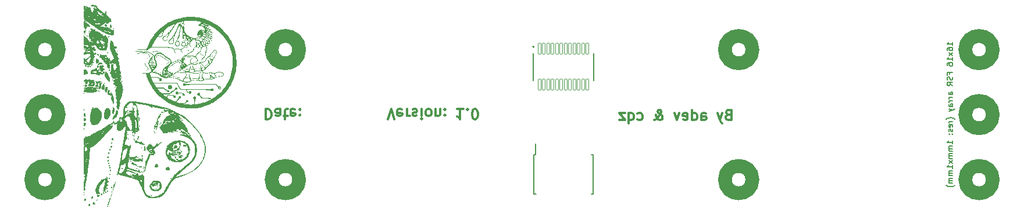
<source format=gbr>
%TF.GenerationSoftware,KiCad,Pcbnew,8.0.5-unknown-202409181836~355805756e~ubuntu22.04.1*%
%TF.CreationDate,2024-10-04T15:54:44+01:00*%
%TF.ProjectId,customFSReay,63757374-6f6d-4465-9352-6561792e6b69,rev?*%
%TF.SameCoordinates,Original*%
%TF.FileFunction,Legend,Bot*%
%TF.FilePolarity,Positive*%
%FSLAX46Y46*%
G04 Gerber Fmt 4.6, Leading zero omitted, Abs format (unit mm)*
G04 Created by KiCad (PCBNEW 8.0.5-unknown-202409181836~355805756e~ubuntu22.04.1) date 2024-10-04 15:54:44*
%MOMM*%
%LPD*%
G01*
G04 APERTURE LIST*
G04 Aperture macros list*
%AMRoundRect*
0 Rectangle with rounded corners*
0 $1 Rounding radius*
0 $2 $3 $4 $5 $6 $7 $8 $9 X,Y pos of 4 corners*
0 Add a 4 corners polygon primitive as box body*
4,1,4,$2,$3,$4,$5,$6,$7,$8,$9,$2,$3,0*
0 Add four circle primitives for the rounded corners*
1,1,$1+$1,$2,$3*
1,1,$1+$1,$4,$5*
1,1,$1+$1,$6,$7*
1,1,$1+$1,$8,$9*
0 Add four rect primitives between the rounded corners*
20,1,$1+$1,$2,$3,$4,$5,0*
20,1,$1+$1,$4,$5,$6,$7,0*
20,1,$1+$1,$6,$7,$8,$9,0*
20,1,$1+$1,$8,$9,$2,$3,0*%
G04 Aperture macros list end*
%ADD10C,2.000000*%
%ADD11C,0.375000*%
%ADD12C,0.152400*%
%ADD13C,0.150000*%
%ADD14C,0.000000*%
%ADD15C,0.127000*%
%ADD16C,0.200000*%
%ADD17R,0.450000X1.750000*%
%ADD18RoundRect,0.020500X-0.184500X0.799500X-0.184500X-0.799500X0.184500X-0.799500X0.184500X0.799500X0*%
G04 APERTURE END LIST*
D10*
X95750000Y-121750000D02*
G75*
G02*
X91750000Y-121750000I-2000000J0D01*
G01*
X91750000Y-121750000D02*
G75*
G02*
X95750000Y-121750000I2000000J0D01*
G01*
X95750001Y-102750002D02*
G75*
G02*
X91749999Y-102750002I-2000001J0D01*
G01*
X91749999Y-102750002D02*
G75*
G02*
X95750001Y-102750002I2000001J0D01*
G01*
X130750000Y-102750005D02*
G75*
G02*
X126750000Y-102750005I-2000000J0D01*
G01*
X126750000Y-102750005D02*
G75*
G02*
X130750000Y-102750005I2000000J0D01*
G01*
X130750001Y-121750003D02*
G75*
G02*
X126749999Y-121750003I-2000001J0D01*
G01*
X126749999Y-121750003D02*
G75*
G02*
X130750001Y-121750003I2000001J0D01*
G01*
X95749999Y-112250000D02*
G75*
G02*
X91750001Y-112250000I-1999999J0D01*
G01*
X91750001Y-112250000D02*
G75*
G02*
X95749999Y-112250000I1999999J0D01*
G01*
X196750000Y-121749997D02*
G75*
G02*
X192750000Y-121749997I-2000000J0D01*
G01*
X192750000Y-121749997D02*
G75*
G02*
X196750000Y-121749997I2000000J0D01*
G01*
X196750001Y-102749999D02*
G75*
G02*
X192749999Y-102749999I-2000001J0D01*
G01*
X192749999Y-102749999D02*
G75*
G02*
X196750001Y-102749999I2000001J0D01*
G01*
X231750000Y-102750002D02*
G75*
G02*
X227750000Y-102750002I-2000000J0D01*
G01*
X227750000Y-102750002D02*
G75*
G02*
X231750000Y-102750002I2000000J0D01*
G01*
X231749999Y-112250003D02*
G75*
G02*
X227750001Y-112250003I-1999999J0D01*
G01*
X227750001Y-112250003D02*
G75*
G02*
X231749999Y-112250003I1999999J0D01*
G01*
X231750001Y-121750001D02*
G75*
G02*
X227749999Y-121750001I-2000001J0D01*
G01*
X227749999Y-121750001D02*
G75*
G02*
X231750001Y-121750001I2000001J0D01*
G01*
D11*
X143639567Y-112953071D02*
X144139567Y-111453071D01*
X144139567Y-111453071D02*
X144639567Y-112953071D01*
X145710995Y-111524500D02*
X145568138Y-111453071D01*
X145568138Y-111453071D02*
X145282424Y-111453071D01*
X145282424Y-111453071D02*
X145139566Y-111524500D01*
X145139566Y-111524500D02*
X145068138Y-111667357D01*
X145068138Y-111667357D02*
X145068138Y-112238785D01*
X145068138Y-112238785D02*
X145139566Y-112381642D01*
X145139566Y-112381642D02*
X145282424Y-112453071D01*
X145282424Y-112453071D02*
X145568138Y-112453071D01*
X145568138Y-112453071D02*
X145710995Y-112381642D01*
X145710995Y-112381642D02*
X145782424Y-112238785D01*
X145782424Y-112238785D02*
X145782424Y-112095928D01*
X145782424Y-112095928D02*
X145068138Y-111953071D01*
X146425280Y-111453071D02*
X146425280Y-112453071D01*
X146425280Y-112167357D02*
X146496709Y-112310214D01*
X146496709Y-112310214D02*
X146568138Y-112381642D01*
X146568138Y-112381642D02*
X146710995Y-112453071D01*
X146710995Y-112453071D02*
X146853852Y-112453071D01*
X147282423Y-111524500D02*
X147425280Y-111453071D01*
X147425280Y-111453071D02*
X147710994Y-111453071D01*
X147710994Y-111453071D02*
X147853851Y-111524500D01*
X147853851Y-111524500D02*
X147925280Y-111667357D01*
X147925280Y-111667357D02*
X147925280Y-111738785D01*
X147925280Y-111738785D02*
X147853851Y-111881642D01*
X147853851Y-111881642D02*
X147710994Y-111953071D01*
X147710994Y-111953071D02*
X147496709Y-111953071D01*
X147496709Y-111953071D02*
X147353851Y-112024500D01*
X147353851Y-112024500D02*
X147282423Y-112167357D01*
X147282423Y-112167357D02*
X147282423Y-112238785D01*
X147282423Y-112238785D02*
X147353851Y-112381642D01*
X147353851Y-112381642D02*
X147496709Y-112453071D01*
X147496709Y-112453071D02*
X147710994Y-112453071D01*
X147710994Y-112453071D02*
X147853851Y-112381642D01*
X148568137Y-111453071D02*
X148568137Y-112453071D01*
X148568137Y-112953071D02*
X148496709Y-112881642D01*
X148496709Y-112881642D02*
X148568137Y-112810214D01*
X148568137Y-112810214D02*
X148639566Y-112881642D01*
X148639566Y-112881642D02*
X148568137Y-112953071D01*
X148568137Y-112953071D02*
X148568137Y-112810214D01*
X149496709Y-111453071D02*
X149353852Y-111524500D01*
X149353852Y-111524500D02*
X149282423Y-111595928D01*
X149282423Y-111595928D02*
X149210995Y-111738785D01*
X149210995Y-111738785D02*
X149210995Y-112167357D01*
X149210995Y-112167357D02*
X149282423Y-112310214D01*
X149282423Y-112310214D02*
X149353852Y-112381642D01*
X149353852Y-112381642D02*
X149496709Y-112453071D01*
X149496709Y-112453071D02*
X149710995Y-112453071D01*
X149710995Y-112453071D02*
X149853852Y-112381642D01*
X149853852Y-112381642D02*
X149925281Y-112310214D01*
X149925281Y-112310214D02*
X149996709Y-112167357D01*
X149996709Y-112167357D02*
X149996709Y-111738785D01*
X149996709Y-111738785D02*
X149925281Y-111595928D01*
X149925281Y-111595928D02*
X149853852Y-111524500D01*
X149853852Y-111524500D02*
X149710995Y-111453071D01*
X149710995Y-111453071D02*
X149496709Y-111453071D01*
X150639566Y-112453071D02*
X150639566Y-111453071D01*
X150639566Y-112310214D02*
X150710995Y-112381642D01*
X150710995Y-112381642D02*
X150853852Y-112453071D01*
X150853852Y-112453071D02*
X151068138Y-112453071D01*
X151068138Y-112453071D02*
X151210995Y-112381642D01*
X151210995Y-112381642D02*
X151282424Y-112238785D01*
X151282424Y-112238785D02*
X151282424Y-111453071D01*
X151996709Y-111595928D02*
X152068138Y-111524500D01*
X152068138Y-111524500D02*
X151996709Y-111453071D01*
X151996709Y-111453071D02*
X151925281Y-111524500D01*
X151925281Y-111524500D02*
X151996709Y-111595928D01*
X151996709Y-111595928D02*
X151996709Y-111453071D01*
X151996709Y-112381642D02*
X152068138Y-112310214D01*
X152068138Y-112310214D02*
X151996709Y-112238785D01*
X151996709Y-112238785D02*
X151925281Y-112310214D01*
X151925281Y-112310214D02*
X151996709Y-112381642D01*
X151996709Y-112381642D02*
X151996709Y-112238785D01*
X154639567Y-111453071D02*
X153782424Y-111453071D01*
X154210995Y-111453071D02*
X154210995Y-112953071D01*
X154210995Y-112953071D02*
X154068138Y-112738785D01*
X154068138Y-112738785D02*
X153925281Y-112595928D01*
X153925281Y-112595928D02*
X153782424Y-112524500D01*
X155282423Y-111595928D02*
X155353852Y-111524500D01*
X155353852Y-111524500D02*
X155282423Y-111453071D01*
X155282423Y-111453071D02*
X155210995Y-111524500D01*
X155210995Y-111524500D02*
X155282423Y-111595928D01*
X155282423Y-111595928D02*
X155282423Y-111453071D01*
X156282424Y-112953071D02*
X156425281Y-112953071D01*
X156425281Y-112953071D02*
X156568138Y-112881642D01*
X156568138Y-112881642D02*
X156639567Y-112810214D01*
X156639567Y-112810214D02*
X156710995Y-112667357D01*
X156710995Y-112667357D02*
X156782424Y-112381642D01*
X156782424Y-112381642D02*
X156782424Y-112024500D01*
X156782424Y-112024500D02*
X156710995Y-111738785D01*
X156710995Y-111738785D02*
X156639567Y-111595928D01*
X156639567Y-111595928D02*
X156568138Y-111524500D01*
X156568138Y-111524500D02*
X156425281Y-111453071D01*
X156425281Y-111453071D02*
X156282424Y-111453071D01*
X156282424Y-111453071D02*
X156139567Y-111524500D01*
X156139567Y-111524500D02*
X156068138Y-111595928D01*
X156068138Y-111595928D02*
X155996709Y-111738785D01*
X155996709Y-111738785D02*
X155925281Y-112024500D01*
X155925281Y-112024500D02*
X155925281Y-112381642D01*
X155925281Y-112381642D02*
X155996709Y-112667357D01*
X155996709Y-112667357D02*
X156068138Y-112810214D01*
X156068138Y-112810214D02*
X156139567Y-112881642D01*
X156139567Y-112881642D02*
X156282424Y-112953071D01*
X125853852Y-111453071D02*
X125853852Y-112953071D01*
X125853852Y-112953071D02*
X126210995Y-112953071D01*
X126210995Y-112953071D02*
X126425281Y-112881642D01*
X126425281Y-112881642D02*
X126568138Y-112738785D01*
X126568138Y-112738785D02*
X126639567Y-112595928D01*
X126639567Y-112595928D02*
X126710995Y-112310214D01*
X126710995Y-112310214D02*
X126710995Y-112095928D01*
X126710995Y-112095928D02*
X126639567Y-111810214D01*
X126639567Y-111810214D02*
X126568138Y-111667357D01*
X126568138Y-111667357D02*
X126425281Y-111524500D01*
X126425281Y-111524500D02*
X126210995Y-111453071D01*
X126210995Y-111453071D02*
X125853852Y-111453071D01*
X127996710Y-111453071D02*
X127996710Y-112238785D01*
X127996710Y-112238785D02*
X127925281Y-112381642D01*
X127925281Y-112381642D02*
X127782424Y-112453071D01*
X127782424Y-112453071D02*
X127496710Y-112453071D01*
X127496710Y-112453071D02*
X127353852Y-112381642D01*
X127996710Y-111524500D02*
X127853852Y-111453071D01*
X127853852Y-111453071D02*
X127496710Y-111453071D01*
X127496710Y-111453071D02*
X127353852Y-111524500D01*
X127353852Y-111524500D02*
X127282424Y-111667357D01*
X127282424Y-111667357D02*
X127282424Y-111810214D01*
X127282424Y-111810214D02*
X127353852Y-111953071D01*
X127353852Y-111953071D02*
X127496710Y-112024500D01*
X127496710Y-112024500D02*
X127853852Y-112024500D01*
X127853852Y-112024500D02*
X127996710Y-112095928D01*
X128496710Y-112453071D02*
X129068138Y-112453071D01*
X128710995Y-112953071D02*
X128710995Y-111667357D01*
X128710995Y-111667357D02*
X128782424Y-111524500D01*
X128782424Y-111524500D02*
X128925281Y-111453071D01*
X128925281Y-111453071D02*
X129068138Y-111453071D01*
X130139567Y-111524500D02*
X129996710Y-111453071D01*
X129996710Y-111453071D02*
X129710996Y-111453071D01*
X129710996Y-111453071D02*
X129568138Y-111524500D01*
X129568138Y-111524500D02*
X129496710Y-111667357D01*
X129496710Y-111667357D02*
X129496710Y-112238785D01*
X129496710Y-112238785D02*
X129568138Y-112381642D01*
X129568138Y-112381642D02*
X129710996Y-112453071D01*
X129710996Y-112453071D02*
X129996710Y-112453071D01*
X129996710Y-112453071D02*
X130139567Y-112381642D01*
X130139567Y-112381642D02*
X130210996Y-112238785D01*
X130210996Y-112238785D02*
X130210996Y-112095928D01*
X130210996Y-112095928D02*
X129496710Y-111953071D01*
X130853852Y-111595928D02*
X130925281Y-111524500D01*
X130925281Y-111524500D02*
X130853852Y-111453071D01*
X130853852Y-111453071D02*
X130782424Y-111524500D01*
X130782424Y-111524500D02*
X130853852Y-111595928D01*
X130853852Y-111595928D02*
X130853852Y-111453071D01*
X130853852Y-112381642D02*
X130925281Y-112310214D01*
X130925281Y-112310214D02*
X130853852Y-112238785D01*
X130853852Y-112238785D02*
X130782424Y-112310214D01*
X130782424Y-112310214D02*
X130853852Y-112381642D01*
X130853852Y-112381642D02*
X130853852Y-112238785D01*
X193246147Y-112261214D02*
X193031861Y-112332642D01*
X193031861Y-112332642D02*
X192960432Y-112404071D01*
X192960432Y-112404071D02*
X192889004Y-112546928D01*
X192889004Y-112546928D02*
X192889004Y-112761214D01*
X192889004Y-112761214D02*
X192960432Y-112904071D01*
X192960432Y-112904071D02*
X193031861Y-112975500D01*
X193031861Y-112975500D02*
X193174718Y-113046928D01*
X193174718Y-113046928D02*
X193746147Y-113046928D01*
X193746147Y-113046928D02*
X193746147Y-111546928D01*
X193746147Y-111546928D02*
X193246147Y-111546928D01*
X193246147Y-111546928D02*
X193103290Y-111618357D01*
X193103290Y-111618357D02*
X193031861Y-111689785D01*
X193031861Y-111689785D02*
X192960432Y-111832642D01*
X192960432Y-111832642D02*
X192960432Y-111975500D01*
X192960432Y-111975500D02*
X193031861Y-112118357D01*
X193031861Y-112118357D02*
X193103290Y-112189785D01*
X193103290Y-112189785D02*
X193246147Y-112261214D01*
X193246147Y-112261214D02*
X193746147Y-112261214D01*
X192389004Y-112046928D02*
X192031861Y-113046928D01*
X191674718Y-112046928D02*
X192031861Y-113046928D01*
X192031861Y-113046928D02*
X192174718Y-113404071D01*
X192174718Y-113404071D02*
X192246147Y-113475500D01*
X192246147Y-113475500D02*
X192389004Y-113546928D01*
X189317576Y-113046928D02*
X189317576Y-112261214D01*
X189317576Y-112261214D02*
X189389004Y-112118357D01*
X189389004Y-112118357D02*
X189531861Y-112046928D01*
X189531861Y-112046928D02*
X189817576Y-112046928D01*
X189817576Y-112046928D02*
X189960433Y-112118357D01*
X189317576Y-112975500D02*
X189460433Y-113046928D01*
X189460433Y-113046928D02*
X189817576Y-113046928D01*
X189817576Y-113046928D02*
X189960433Y-112975500D01*
X189960433Y-112975500D02*
X190031861Y-112832642D01*
X190031861Y-112832642D02*
X190031861Y-112689785D01*
X190031861Y-112689785D02*
X189960433Y-112546928D01*
X189960433Y-112546928D02*
X189817576Y-112475500D01*
X189817576Y-112475500D02*
X189460433Y-112475500D01*
X189460433Y-112475500D02*
X189317576Y-112404071D01*
X187960433Y-113046928D02*
X187960433Y-111546928D01*
X187960433Y-112975500D02*
X188103290Y-113046928D01*
X188103290Y-113046928D02*
X188389004Y-113046928D01*
X188389004Y-113046928D02*
X188531861Y-112975500D01*
X188531861Y-112975500D02*
X188603290Y-112904071D01*
X188603290Y-112904071D02*
X188674718Y-112761214D01*
X188674718Y-112761214D02*
X188674718Y-112332642D01*
X188674718Y-112332642D02*
X188603290Y-112189785D01*
X188603290Y-112189785D02*
X188531861Y-112118357D01*
X188531861Y-112118357D02*
X188389004Y-112046928D01*
X188389004Y-112046928D02*
X188103290Y-112046928D01*
X188103290Y-112046928D02*
X187960433Y-112118357D01*
X186674718Y-112975500D02*
X186817575Y-113046928D01*
X186817575Y-113046928D02*
X187103290Y-113046928D01*
X187103290Y-113046928D02*
X187246147Y-112975500D01*
X187246147Y-112975500D02*
X187317575Y-112832642D01*
X187317575Y-112832642D02*
X187317575Y-112261214D01*
X187317575Y-112261214D02*
X187246147Y-112118357D01*
X187246147Y-112118357D02*
X187103290Y-112046928D01*
X187103290Y-112046928D02*
X186817575Y-112046928D01*
X186817575Y-112046928D02*
X186674718Y-112118357D01*
X186674718Y-112118357D02*
X186603290Y-112261214D01*
X186603290Y-112261214D02*
X186603290Y-112404071D01*
X186603290Y-112404071D02*
X187317575Y-112546928D01*
X186103290Y-112046928D02*
X185746147Y-113046928D01*
X185746147Y-113046928D02*
X185389004Y-112046928D01*
X182460433Y-113046928D02*
X182531862Y-113046928D01*
X182531862Y-113046928D02*
X182674719Y-112975500D01*
X182674719Y-112975500D02*
X182889004Y-112761214D01*
X182889004Y-112761214D02*
X183246147Y-112332642D01*
X183246147Y-112332642D02*
X183389004Y-112118357D01*
X183389004Y-112118357D02*
X183460433Y-111904071D01*
X183460433Y-111904071D02*
X183460433Y-111761214D01*
X183460433Y-111761214D02*
X183389004Y-111618357D01*
X183389004Y-111618357D02*
X183246147Y-111546928D01*
X183246147Y-111546928D02*
X183174719Y-111546928D01*
X183174719Y-111546928D02*
X183031862Y-111618357D01*
X183031862Y-111618357D02*
X182960433Y-111761214D01*
X182960433Y-111761214D02*
X182960433Y-111832642D01*
X182960433Y-111832642D02*
X183031862Y-111975500D01*
X183031862Y-111975500D02*
X183103290Y-112046928D01*
X183103290Y-112046928D02*
X183531862Y-112332642D01*
X183531862Y-112332642D02*
X183603290Y-112404071D01*
X183603290Y-112404071D02*
X183674719Y-112546928D01*
X183674719Y-112546928D02*
X183674719Y-112761214D01*
X183674719Y-112761214D02*
X183603290Y-112904071D01*
X183603290Y-112904071D02*
X183531862Y-112975500D01*
X183531862Y-112975500D02*
X183389004Y-113046928D01*
X183389004Y-113046928D02*
X183174719Y-113046928D01*
X183174719Y-113046928D02*
X183031862Y-112975500D01*
X183031862Y-112975500D02*
X182960433Y-112904071D01*
X182960433Y-112904071D02*
X182746147Y-112618357D01*
X182746147Y-112618357D02*
X182674719Y-112404071D01*
X182674719Y-112404071D02*
X182674719Y-112261214D01*
X180031862Y-112975500D02*
X180174719Y-113046928D01*
X180174719Y-113046928D02*
X180460433Y-113046928D01*
X180460433Y-113046928D02*
X180603290Y-112975500D01*
X180603290Y-112975500D02*
X180674719Y-112904071D01*
X180674719Y-112904071D02*
X180746147Y-112761214D01*
X180746147Y-112761214D02*
X180746147Y-112332642D01*
X180746147Y-112332642D02*
X180674719Y-112189785D01*
X180674719Y-112189785D02*
X180603290Y-112118357D01*
X180603290Y-112118357D02*
X180460433Y-112046928D01*
X180460433Y-112046928D02*
X180174719Y-112046928D01*
X180174719Y-112046928D02*
X180031862Y-112118357D01*
X178746148Y-112046928D02*
X178746148Y-113546928D01*
X178746148Y-112975500D02*
X178889005Y-113046928D01*
X178889005Y-113046928D02*
X179174719Y-113046928D01*
X179174719Y-113046928D02*
X179317576Y-112975500D01*
X179317576Y-112975500D02*
X179389005Y-112904071D01*
X179389005Y-112904071D02*
X179460433Y-112761214D01*
X179460433Y-112761214D02*
X179460433Y-112332642D01*
X179460433Y-112332642D02*
X179389005Y-112189785D01*
X179389005Y-112189785D02*
X179317576Y-112118357D01*
X179317576Y-112118357D02*
X179174719Y-112046928D01*
X179174719Y-112046928D02*
X178889005Y-112046928D01*
X178889005Y-112046928D02*
X178746148Y-112118357D01*
X178174719Y-112046928D02*
X177389005Y-112046928D01*
X177389005Y-112046928D02*
X178174719Y-113046928D01*
X178174719Y-113046928D02*
X177389005Y-113046928D01*
D12*
X225918091Y-102128706D02*
X225918091Y-101664249D01*
X225918091Y-101896477D02*
X225105291Y-101896477D01*
X225105291Y-101896477D02*
X225221406Y-101819068D01*
X225221406Y-101819068D02*
X225298815Y-101741658D01*
X225298815Y-101741658D02*
X225337520Y-101664249D01*
X225105291Y-102825391D02*
X225105291Y-102670572D01*
X225105291Y-102670572D02*
X225143996Y-102593163D01*
X225143996Y-102593163D02*
X225182701Y-102554458D01*
X225182701Y-102554458D02*
X225298815Y-102477048D01*
X225298815Y-102477048D02*
X225453634Y-102438344D01*
X225453634Y-102438344D02*
X225763272Y-102438344D01*
X225763272Y-102438344D02*
X225840682Y-102477048D01*
X225840682Y-102477048D02*
X225879387Y-102515753D01*
X225879387Y-102515753D02*
X225918091Y-102593163D01*
X225918091Y-102593163D02*
X225918091Y-102747982D01*
X225918091Y-102747982D02*
X225879387Y-102825391D01*
X225879387Y-102825391D02*
X225840682Y-102864096D01*
X225840682Y-102864096D02*
X225763272Y-102902801D01*
X225763272Y-102902801D02*
X225569748Y-102902801D01*
X225569748Y-102902801D02*
X225492339Y-102864096D01*
X225492339Y-102864096D02*
X225453634Y-102825391D01*
X225453634Y-102825391D02*
X225414929Y-102747982D01*
X225414929Y-102747982D02*
X225414929Y-102593163D01*
X225414929Y-102593163D02*
X225453634Y-102515753D01*
X225453634Y-102515753D02*
X225492339Y-102477048D01*
X225492339Y-102477048D02*
X225569748Y-102438344D01*
X225918091Y-103173734D02*
X225376225Y-103599486D01*
X225376225Y-103173734D02*
X225918091Y-103599486D01*
X225918091Y-104334877D02*
X225918091Y-103870420D01*
X225918091Y-104102648D02*
X225105291Y-104102648D01*
X225105291Y-104102648D02*
X225221406Y-104025239D01*
X225221406Y-104025239D02*
X225298815Y-103947829D01*
X225298815Y-103947829D02*
X225337520Y-103870420D01*
X225105291Y-105031562D02*
X225105291Y-104876743D01*
X225105291Y-104876743D02*
X225143996Y-104799334D01*
X225143996Y-104799334D02*
X225182701Y-104760629D01*
X225182701Y-104760629D02*
X225298815Y-104683219D01*
X225298815Y-104683219D02*
X225453634Y-104644515D01*
X225453634Y-104644515D02*
X225763272Y-104644515D01*
X225763272Y-104644515D02*
X225840682Y-104683219D01*
X225840682Y-104683219D02*
X225879387Y-104721924D01*
X225879387Y-104721924D02*
X225918091Y-104799334D01*
X225918091Y-104799334D02*
X225918091Y-104954153D01*
X225918091Y-104954153D02*
X225879387Y-105031562D01*
X225879387Y-105031562D02*
X225840682Y-105070267D01*
X225840682Y-105070267D02*
X225763272Y-105108972D01*
X225763272Y-105108972D02*
X225569748Y-105108972D01*
X225569748Y-105108972D02*
X225492339Y-105070267D01*
X225492339Y-105070267D02*
X225453634Y-105031562D01*
X225453634Y-105031562D02*
X225414929Y-104954153D01*
X225414929Y-104954153D02*
X225414929Y-104799334D01*
X225414929Y-104799334D02*
X225453634Y-104721924D01*
X225453634Y-104721924D02*
X225492339Y-104683219D01*
X225492339Y-104683219D02*
X225569748Y-104644515D01*
X225492339Y-106347524D02*
X225492339Y-106076590D01*
X225918091Y-106076590D02*
X225105291Y-106076590D01*
X225105291Y-106076590D02*
X225105291Y-106463638D01*
X225879387Y-106734572D02*
X225918091Y-106850686D01*
X225918091Y-106850686D02*
X225918091Y-107044210D01*
X225918091Y-107044210D02*
X225879387Y-107121619D01*
X225879387Y-107121619D02*
X225840682Y-107160324D01*
X225840682Y-107160324D02*
X225763272Y-107199029D01*
X225763272Y-107199029D02*
X225685863Y-107199029D01*
X225685863Y-107199029D02*
X225608453Y-107160324D01*
X225608453Y-107160324D02*
X225569748Y-107121619D01*
X225569748Y-107121619D02*
X225531044Y-107044210D01*
X225531044Y-107044210D02*
X225492339Y-106889391D01*
X225492339Y-106889391D02*
X225453634Y-106811981D01*
X225453634Y-106811981D02*
X225414929Y-106773276D01*
X225414929Y-106773276D02*
X225337520Y-106734572D01*
X225337520Y-106734572D02*
X225260110Y-106734572D01*
X225260110Y-106734572D02*
X225182701Y-106773276D01*
X225182701Y-106773276D02*
X225143996Y-106811981D01*
X225143996Y-106811981D02*
X225105291Y-106889391D01*
X225105291Y-106889391D02*
X225105291Y-107082914D01*
X225105291Y-107082914D02*
X225143996Y-107199029D01*
X225918091Y-108011828D02*
X225531044Y-107740895D01*
X225918091Y-107547371D02*
X225105291Y-107547371D01*
X225105291Y-107547371D02*
X225105291Y-107857009D01*
X225105291Y-107857009D02*
X225143996Y-107934419D01*
X225143996Y-107934419D02*
X225182701Y-107973124D01*
X225182701Y-107973124D02*
X225260110Y-108011828D01*
X225260110Y-108011828D02*
X225376225Y-108011828D01*
X225376225Y-108011828D02*
X225453634Y-107973124D01*
X225453634Y-107973124D02*
X225492339Y-107934419D01*
X225492339Y-107934419D02*
X225531044Y-107857009D01*
X225531044Y-107857009D02*
X225531044Y-107547371D01*
X225918091Y-109327790D02*
X225492339Y-109327790D01*
X225492339Y-109327790D02*
X225414929Y-109289085D01*
X225414929Y-109289085D02*
X225376225Y-109211676D01*
X225376225Y-109211676D02*
X225376225Y-109056857D01*
X225376225Y-109056857D02*
X225414929Y-108979447D01*
X225879387Y-109327790D02*
X225918091Y-109250381D01*
X225918091Y-109250381D02*
X225918091Y-109056857D01*
X225918091Y-109056857D02*
X225879387Y-108979447D01*
X225879387Y-108979447D02*
X225801977Y-108940743D01*
X225801977Y-108940743D02*
X225724567Y-108940743D01*
X225724567Y-108940743D02*
X225647158Y-108979447D01*
X225647158Y-108979447D02*
X225608453Y-109056857D01*
X225608453Y-109056857D02*
X225608453Y-109250381D01*
X225608453Y-109250381D02*
X225569748Y-109327790D01*
X225918091Y-109714837D02*
X225376225Y-109714837D01*
X225531044Y-109714837D02*
X225453634Y-109753542D01*
X225453634Y-109753542D02*
X225414929Y-109792247D01*
X225414929Y-109792247D02*
X225376225Y-109869656D01*
X225376225Y-109869656D02*
X225376225Y-109947066D01*
X225918091Y-110217999D02*
X225376225Y-110217999D01*
X225531044Y-110217999D02*
X225453634Y-110256704D01*
X225453634Y-110256704D02*
X225414929Y-110295409D01*
X225414929Y-110295409D02*
X225376225Y-110372818D01*
X225376225Y-110372818D02*
X225376225Y-110450228D01*
X225918091Y-111069504D02*
X225492339Y-111069504D01*
X225492339Y-111069504D02*
X225414929Y-111030799D01*
X225414929Y-111030799D02*
X225376225Y-110953390D01*
X225376225Y-110953390D02*
X225376225Y-110798571D01*
X225376225Y-110798571D02*
X225414929Y-110721161D01*
X225879387Y-111069504D02*
X225918091Y-110992095D01*
X225918091Y-110992095D02*
X225918091Y-110798571D01*
X225918091Y-110798571D02*
X225879387Y-110721161D01*
X225879387Y-110721161D02*
X225801977Y-110682457D01*
X225801977Y-110682457D02*
X225724567Y-110682457D01*
X225724567Y-110682457D02*
X225647158Y-110721161D01*
X225647158Y-110721161D02*
X225608453Y-110798571D01*
X225608453Y-110798571D02*
X225608453Y-110992095D01*
X225608453Y-110992095D02*
X225569748Y-111069504D01*
X225376225Y-111379142D02*
X225918091Y-111572666D01*
X225376225Y-111766189D02*
X225918091Y-111572666D01*
X225918091Y-111572666D02*
X226111615Y-111495256D01*
X226111615Y-111495256D02*
X226150320Y-111456551D01*
X226150320Y-111456551D02*
X226189025Y-111379142D01*
X226227729Y-112927332D02*
X226189025Y-112888627D01*
X226189025Y-112888627D02*
X226072910Y-112811218D01*
X226072910Y-112811218D02*
X225995501Y-112772513D01*
X225995501Y-112772513D02*
X225879387Y-112733808D01*
X225879387Y-112733808D02*
X225685863Y-112695103D01*
X225685863Y-112695103D02*
X225531044Y-112695103D01*
X225531044Y-112695103D02*
X225337520Y-112733808D01*
X225337520Y-112733808D02*
X225221406Y-112772513D01*
X225221406Y-112772513D02*
X225143996Y-112811218D01*
X225143996Y-112811218D02*
X225027882Y-112888627D01*
X225027882Y-112888627D02*
X224989177Y-112927332D01*
X225918091Y-113236970D02*
X225376225Y-113236970D01*
X225531044Y-113236970D02*
X225453634Y-113275675D01*
X225453634Y-113275675D02*
X225414929Y-113314380D01*
X225414929Y-113314380D02*
X225376225Y-113391789D01*
X225376225Y-113391789D02*
X225376225Y-113469199D01*
X225879387Y-114049770D02*
X225918091Y-113972361D01*
X225918091Y-113972361D02*
X225918091Y-113817542D01*
X225918091Y-113817542D02*
X225879387Y-113740132D01*
X225879387Y-113740132D02*
X225801977Y-113701428D01*
X225801977Y-113701428D02*
X225492339Y-113701428D01*
X225492339Y-113701428D02*
X225414929Y-113740132D01*
X225414929Y-113740132D02*
X225376225Y-113817542D01*
X225376225Y-113817542D02*
X225376225Y-113972361D01*
X225376225Y-113972361D02*
X225414929Y-114049770D01*
X225414929Y-114049770D02*
X225492339Y-114088475D01*
X225492339Y-114088475D02*
X225569748Y-114088475D01*
X225569748Y-114088475D02*
X225647158Y-113701428D01*
X225879387Y-114398114D02*
X225918091Y-114475523D01*
X225918091Y-114475523D02*
X225918091Y-114630342D01*
X225918091Y-114630342D02*
X225879387Y-114707752D01*
X225879387Y-114707752D02*
X225801977Y-114746456D01*
X225801977Y-114746456D02*
X225763272Y-114746456D01*
X225763272Y-114746456D02*
X225685863Y-114707752D01*
X225685863Y-114707752D02*
X225647158Y-114630342D01*
X225647158Y-114630342D02*
X225647158Y-114514228D01*
X225647158Y-114514228D02*
X225608453Y-114436818D01*
X225608453Y-114436818D02*
X225531044Y-114398114D01*
X225531044Y-114398114D02*
X225492339Y-114398114D01*
X225492339Y-114398114D02*
X225414929Y-114436818D01*
X225414929Y-114436818D02*
X225376225Y-114514228D01*
X225376225Y-114514228D02*
X225376225Y-114630342D01*
X225376225Y-114630342D02*
X225414929Y-114707752D01*
X225840682Y-115094799D02*
X225879387Y-115133504D01*
X225879387Y-115133504D02*
X225918091Y-115094799D01*
X225918091Y-115094799D02*
X225879387Y-115056095D01*
X225879387Y-115056095D02*
X225840682Y-115094799D01*
X225840682Y-115094799D02*
X225918091Y-115094799D01*
X225414929Y-115094799D02*
X225453634Y-115133504D01*
X225453634Y-115133504D02*
X225492339Y-115094799D01*
X225492339Y-115094799D02*
X225453634Y-115056095D01*
X225453634Y-115056095D02*
X225414929Y-115094799D01*
X225414929Y-115094799D02*
X225492339Y-115094799D01*
X225918091Y-116526876D02*
X225918091Y-116062419D01*
X225918091Y-116294647D02*
X225105291Y-116294647D01*
X225105291Y-116294647D02*
X225221406Y-116217238D01*
X225221406Y-116217238D02*
X225298815Y-116139828D01*
X225298815Y-116139828D02*
X225337520Y-116062419D01*
X225918091Y-116875218D02*
X225376225Y-116875218D01*
X225453634Y-116875218D02*
X225414929Y-116913923D01*
X225414929Y-116913923D02*
X225376225Y-116991333D01*
X225376225Y-116991333D02*
X225376225Y-117107447D01*
X225376225Y-117107447D02*
X225414929Y-117184856D01*
X225414929Y-117184856D02*
X225492339Y-117223561D01*
X225492339Y-117223561D02*
X225918091Y-117223561D01*
X225492339Y-117223561D02*
X225414929Y-117262266D01*
X225414929Y-117262266D02*
X225376225Y-117339675D01*
X225376225Y-117339675D02*
X225376225Y-117455790D01*
X225376225Y-117455790D02*
X225414929Y-117533199D01*
X225414929Y-117533199D02*
X225492339Y-117571904D01*
X225492339Y-117571904D02*
X225918091Y-117571904D01*
X225918091Y-117958951D02*
X225376225Y-117958951D01*
X225453634Y-117958951D02*
X225414929Y-117997656D01*
X225414929Y-117997656D02*
X225376225Y-118075066D01*
X225376225Y-118075066D02*
X225376225Y-118191180D01*
X225376225Y-118191180D02*
X225414929Y-118268589D01*
X225414929Y-118268589D02*
X225492339Y-118307294D01*
X225492339Y-118307294D02*
X225918091Y-118307294D01*
X225492339Y-118307294D02*
X225414929Y-118345999D01*
X225414929Y-118345999D02*
X225376225Y-118423408D01*
X225376225Y-118423408D02*
X225376225Y-118539523D01*
X225376225Y-118539523D02*
X225414929Y-118616932D01*
X225414929Y-118616932D02*
X225492339Y-118655637D01*
X225492339Y-118655637D02*
X225918091Y-118655637D01*
X225918091Y-118965275D02*
X225376225Y-119391027D01*
X225376225Y-118965275D02*
X225918091Y-119391027D01*
X225918091Y-120126418D02*
X225918091Y-119661961D01*
X225918091Y-119894189D02*
X225105291Y-119894189D01*
X225105291Y-119894189D02*
X225221406Y-119816780D01*
X225221406Y-119816780D02*
X225298815Y-119739370D01*
X225298815Y-119739370D02*
X225337520Y-119661961D01*
X225918091Y-120474760D02*
X225376225Y-120474760D01*
X225453634Y-120474760D02*
X225414929Y-120513465D01*
X225414929Y-120513465D02*
X225376225Y-120590875D01*
X225376225Y-120590875D02*
X225376225Y-120706989D01*
X225376225Y-120706989D02*
X225414929Y-120784398D01*
X225414929Y-120784398D02*
X225492339Y-120823103D01*
X225492339Y-120823103D02*
X225918091Y-120823103D01*
X225492339Y-120823103D02*
X225414929Y-120861808D01*
X225414929Y-120861808D02*
X225376225Y-120939217D01*
X225376225Y-120939217D02*
X225376225Y-121055332D01*
X225376225Y-121055332D02*
X225414929Y-121132741D01*
X225414929Y-121132741D02*
X225492339Y-121171446D01*
X225492339Y-121171446D02*
X225918091Y-121171446D01*
X225918091Y-121558493D02*
X225376225Y-121558493D01*
X225453634Y-121558493D02*
X225414929Y-121597198D01*
X225414929Y-121597198D02*
X225376225Y-121674608D01*
X225376225Y-121674608D02*
X225376225Y-121790722D01*
X225376225Y-121790722D02*
X225414929Y-121868131D01*
X225414929Y-121868131D02*
X225492339Y-121906836D01*
X225492339Y-121906836D02*
X225918091Y-121906836D01*
X225492339Y-121906836D02*
X225414929Y-121945541D01*
X225414929Y-121945541D02*
X225376225Y-122022950D01*
X225376225Y-122022950D02*
X225376225Y-122139065D01*
X225376225Y-122139065D02*
X225414929Y-122216474D01*
X225414929Y-122216474D02*
X225492339Y-122255179D01*
X225492339Y-122255179D02*
X225918091Y-122255179D01*
X226227729Y-122564817D02*
X226189025Y-122603522D01*
X226189025Y-122603522D02*
X226072910Y-122680931D01*
X226072910Y-122680931D02*
X225995501Y-122719636D01*
X225995501Y-122719636D02*
X225879387Y-122758341D01*
X225879387Y-122758341D02*
X225685863Y-122797045D01*
X225685863Y-122797045D02*
X225531044Y-122797045D01*
X225531044Y-122797045D02*
X225337520Y-122758341D01*
X225337520Y-122758341D02*
X225221406Y-122719636D01*
X225221406Y-122719636D02*
X225143996Y-122680931D01*
X225143996Y-122680931D02*
X225027882Y-122603522D01*
X225027882Y-122603522D02*
X224989177Y-122564817D01*
D13*
%TO.C,MUX1*%
X164924999Y-123825000D02*
X164924999Y-118075000D01*
X165149999Y-116475000D02*
X165149999Y-118075000D01*
X165149999Y-118075000D02*
X164924999Y-118075000D01*
X165224999Y-123825000D02*
X164924999Y-123825000D01*
X173274999Y-118075000D02*
X173574999Y-118075000D01*
X173274999Y-123825000D02*
X173574999Y-123825000D01*
X173574999Y-123825000D02*
X173574999Y-118075000D01*
D14*
%TO.C,G\u002A\u002A\u002A*%
G36*
X107345860Y-119788747D02*
G01*
X107360365Y-119839213D01*
X107356380Y-119859952D01*
X107331644Y-119881162D01*
X107292444Y-119878995D01*
X107248320Y-119852332D01*
X107219320Y-119814272D01*
X107223104Y-119782923D01*
X107260743Y-119762685D01*
X107307380Y-119762099D01*
X107345860Y-119788747D01*
G37*
G36*
X110558661Y-113619594D02*
G01*
X110573946Y-113664647D01*
X110570053Y-113685938D01*
X110545556Y-113708104D01*
X110506427Y-113706313D01*
X110461902Y-113679351D01*
X110434498Y-113645451D01*
X110434452Y-113614264D01*
X110467946Y-113594436D01*
X110519376Y-113594192D01*
X110558661Y-113619594D01*
G37*
G36*
X99935983Y-100720128D02*
G01*
X99937398Y-100721420D01*
X99967008Y-100761000D01*
X99962023Y-100791860D01*
X99922729Y-100812016D01*
X99881119Y-100814269D01*
X99849581Y-100790019D01*
X99834969Y-100763177D01*
X99833383Y-100723719D01*
X99855085Y-100699028D01*
X99891983Y-100695649D01*
X99935983Y-100720128D01*
G37*
G36*
X101297349Y-124684256D02*
G01*
X101308997Y-124744288D01*
X101309906Y-124791432D01*
X101299275Y-124826324D01*
X101280629Y-124837454D01*
X101258255Y-124818551D01*
X101245506Y-124780999D01*
X101244508Y-124723981D01*
X101259298Y-124676044D01*
X101264516Y-124668582D01*
X101282785Y-124659384D01*
X101297349Y-124684256D01*
G37*
G36*
X104879766Y-106709209D02*
G01*
X104914748Y-106737232D01*
X104923821Y-106781177D01*
X104921728Y-106790682D01*
X104898214Y-106819518D01*
X104859630Y-106822976D01*
X104816526Y-106799277D01*
X104810661Y-106793639D01*
X104787961Y-106754581D01*
X104796024Y-106722015D01*
X104833351Y-106704396D01*
X104879766Y-106709209D01*
G37*
G36*
X105791360Y-111925390D02*
G01*
X105814212Y-111955186D01*
X105810945Y-111986808D01*
X105777860Y-112011957D01*
X105712724Y-112020628D01*
X105694474Y-112020174D01*
X105662427Y-112011184D01*
X105653717Y-111986819D01*
X105663593Y-111950602D01*
X105700271Y-111921254D01*
X105756860Y-111915199D01*
X105791360Y-111925390D01*
G37*
G36*
X106223579Y-120943411D02*
G01*
X106258257Y-120971185D01*
X106267352Y-121014108D01*
X106267191Y-121015168D01*
X106251868Y-121050130D01*
X106220999Y-121053262D01*
X106173378Y-121024699D01*
X106163150Y-121016216D01*
X106134552Y-120980140D01*
X106139587Y-120953425D01*
X106178119Y-120938563D01*
X106223579Y-120943411D01*
G37*
G36*
X107820263Y-117039001D02*
G01*
X107858294Y-117060386D01*
X107881075Y-117096032D01*
X107879007Y-117129981D01*
X107855547Y-117151378D01*
X107818564Y-117153580D01*
X107775927Y-117129941D01*
X107753941Y-117101898D01*
X107745689Y-117069344D01*
X107750809Y-117056638D01*
X107779693Y-117038128D01*
X107820263Y-117039001D01*
G37*
G36*
X109143287Y-116411763D02*
G01*
X109157791Y-116462230D01*
X109157152Y-116472310D01*
X109140171Y-116500890D01*
X109103773Y-116502732D01*
X109052896Y-116477133D01*
X109045805Y-116471901D01*
X109016598Y-116436620D01*
X109020824Y-116406084D01*
X109058170Y-116385703D01*
X109104807Y-116385115D01*
X109143287Y-116411763D01*
G37*
G36*
X113510883Y-117434831D02*
G01*
X113554375Y-117448046D01*
X113568969Y-117475358D01*
X113551309Y-117513276D01*
X113519659Y-117534870D01*
X113469977Y-117536320D01*
X113420859Y-117509831D01*
X113405913Y-117494491D01*
X113394506Y-117464857D01*
X113417765Y-117445072D01*
X113475916Y-117434830D01*
X113510883Y-117434831D01*
G37*
G36*
X113646495Y-117581258D02*
G01*
X113682362Y-117609544D01*
X113696748Y-117658291D01*
X113685154Y-117703853D01*
X113651741Y-117733386D01*
X113606924Y-117737082D01*
X113561260Y-117710845D01*
X113543574Y-117673790D01*
X113548675Y-117627004D01*
X113576643Y-117590485D01*
X113600078Y-117579603D01*
X113646495Y-117581258D01*
G37*
G36*
X99455424Y-109043357D02*
G01*
X99489465Y-109052126D01*
X99498892Y-109082773D01*
X99491494Y-109119169D01*
X99467874Y-109156441D01*
X99436311Y-109180805D01*
X99405422Y-109186035D01*
X99383826Y-109165904D01*
X99378496Y-109148954D01*
X99380550Y-109097171D01*
X99407741Y-109058528D01*
X99454141Y-109043352D01*
X99455424Y-109043357D01*
G37*
G36*
X101417542Y-124596656D02*
G01*
X101434589Y-124631484D01*
X101441288Y-124688062D01*
X101439878Y-124711366D01*
X101427675Y-124749228D01*
X101407603Y-124762709D01*
X101385346Y-124745928D01*
X101373849Y-124713410D01*
X101369726Y-124664613D01*
X101374951Y-124618975D01*
X101389127Y-124592562D01*
X101393777Y-124590228D01*
X101417542Y-124596656D01*
G37*
G36*
X101803672Y-106873629D02*
G01*
X101817303Y-106908006D01*
X101822838Y-106956504D01*
X101822766Y-106961937D01*
X101814465Y-107007484D01*
X101797206Y-107029235D01*
X101777848Y-107023653D01*
X101763252Y-106987206D01*
X101760950Y-106945503D01*
X101766665Y-106898114D01*
X101778496Y-106867374D01*
X101786414Y-106862347D01*
X101803672Y-106873629D01*
G37*
G36*
X103410935Y-124057773D02*
G01*
X103413515Y-124059996D01*
X103437671Y-124099680D01*
X103435234Y-124141704D01*
X103412346Y-124176413D01*
X103375145Y-124194166D01*
X103329771Y-124185310D01*
X103310104Y-124169868D01*
X103293336Y-124129713D01*
X103303036Y-124086946D01*
X103338313Y-124055161D01*
X103379132Y-124043986D01*
X103410935Y-124057773D01*
G37*
G36*
X103594589Y-107126571D02*
G01*
X103614477Y-107155693D01*
X103623207Y-107200182D01*
X103620987Y-107247492D01*
X103608028Y-107285076D01*
X103584538Y-107300393D01*
X103577710Y-107294182D01*
X103569127Y-107260943D01*
X103565797Y-107208101D01*
X103566602Y-107174710D01*
X103573380Y-107132609D01*
X103587502Y-107123043D01*
X103594589Y-107126571D01*
G37*
G36*
X104772546Y-112970623D02*
G01*
X104811238Y-112995304D01*
X104842196Y-113036593D01*
X104854861Y-113083023D01*
X104848005Y-113113261D01*
X104823033Y-113128393D01*
X104786746Y-113117128D01*
X104746552Y-113079697D01*
X104742294Y-113074114D01*
X104717164Y-113025200D01*
X104719641Y-112987999D01*
X104749557Y-112968641D01*
X104772546Y-112970623D01*
G37*
G36*
X105719021Y-111158641D02*
G01*
X105731149Y-111193856D01*
X105735418Y-111258363D01*
X105734816Y-111285434D01*
X105727509Y-111339615D01*
X105712724Y-111362759D01*
X105699689Y-111356610D01*
X105692284Y-111323328D01*
X105690029Y-111258363D01*
X105692156Y-111194767D01*
X105699402Y-111160657D01*
X105712724Y-111153967D01*
X105719021Y-111158641D01*
G37*
G36*
X105832253Y-115098653D02*
G01*
X105872571Y-115121903D01*
X105886355Y-115154853D01*
X105868838Y-115190551D01*
X105849505Y-115207002D01*
X105827155Y-115208677D01*
X105791983Y-115188804D01*
X105758670Y-115156751D01*
X105744497Y-115122315D01*
X105745884Y-115108095D01*
X105761256Y-115092843D01*
X105801672Y-115092631D01*
X105832253Y-115098653D01*
G37*
G36*
X105873053Y-115755687D02*
G01*
X105907002Y-115792644D01*
X105933513Y-115841672D01*
X105944210Y-115890547D01*
X105941612Y-115921224D01*
X105927647Y-115939818D01*
X105901690Y-115924231D01*
X105863842Y-115874481D01*
X105846305Y-115845665D01*
X105822753Y-115791660D01*
X105821417Y-115755832D01*
X105843035Y-115742852D01*
X105873053Y-115755687D01*
G37*
G36*
X107371346Y-118474822D02*
G01*
X107393277Y-118501256D01*
X107391215Y-118536968D01*
X107366062Y-118573146D01*
X107318718Y-118600979D01*
X107282763Y-118608470D01*
X107243437Y-118594216D01*
X107228073Y-118578425D01*
X107214868Y-118539208D01*
X107230925Y-118503049D01*
X107271665Y-118476528D01*
X107332507Y-118466226D01*
X107371346Y-118474822D01*
G37*
G36*
X107875960Y-120448379D02*
G01*
X107897100Y-120483544D01*
X107901930Y-120534960D01*
X107890676Y-120579242D01*
X107867095Y-120613490D01*
X107839075Y-120625349D01*
X107814022Y-120608613D01*
X107803721Y-120584501D01*
X107796957Y-120532770D01*
X107802701Y-120481503D01*
X107820289Y-120447741D01*
X107845315Y-120436739D01*
X107875960Y-120448379D01*
G37*
G36*
X109203914Y-124007669D02*
G01*
X109243029Y-124029441D01*
X109272952Y-124072409D01*
X109284882Y-124125804D01*
X109284388Y-124133928D01*
X109268100Y-124162733D01*
X109236364Y-124169044D01*
X109199528Y-124153622D01*
X109167939Y-124117226D01*
X109146964Y-124063652D01*
X109152871Y-124025100D01*
X109187997Y-124007258D01*
X109203914Y-124007669D01*
G37*
G36*
X110157983Y-122697741D02*
G01*
X110164909Y-122704161D01*
X110169084Y-122734068D01*
X110153021Y-122770928D01*
X110123279Y-122803492D01*
X110086414Y-122820512D01*
X110062617Y-122821543D01*
X110049818Y-122807743D01*
X110050709Y-122768003D01*
X110053428Y-122752070D01*
X110076983Y-122708526D01*
X110115058Y-122688306D01*
X110157983Y-122697741D01*
G37*
G36*
X111646496Y-115044082D02*
G01*
X111691453Y-115051492D01*
X111713224Y-115066547D01*
X111713036Y-115074934D01*
X111690700Y-115085833D01*
X111636062Y-115089242D01*
X111605016Y-115088443D01*
X111566646Y-115081487D01*
X111558899Y-115066547D01*
X111560730Y-115063170D01*
X111588071Y-115049315D01*
X111636062Y-115043851D01*
X111646496Y-115044082D01*
G37*
G36*
X112469861Y-114845510D02*
G01*
X112493792Y-114866163D01*
X112487568Y-114883653D01*
X112456464Y-114898580D01*
X112410841Y-114905107D01*
X112362295Y-114900228D01*
X112355415Y-114898356D01*
X112322169Y-114880394D01*
X112323786Y-114860072D01*
X112360448Y-114842979D01*
X112366709Y-114841509D01*
X112423349Y-114836570D01*
X112469861Y-114845510D01*
G37*
G36*
X112593584Y-118347050D02*
G01*
X112607398Y-118374739D01*
X112600902Y-118403434D01*
X112572802Y-118442433D01*
X112532176Y-118471501D01*
X112489712Y-118483746D01*
X112456100Y-118472277D01*
X112443941Y-118444965D01*
X112452823Y-118403726D01*
X112484347Y-118367398D01*
X112511723Y-118351591D01*
X112558509Y-118339144D01*
X112593584Y-118347050D01*
G37*
G36*
X113447791Y-114787480D02*
G01*
X113487937Y-114806858D01*
X113519747Y-114836873D01*
X113529731Y-114867978D01*
X113524773Y-114880004D01*
X113494972Y-114900506D01*
X113452950Y-114904339D01*
X113414332Y-114888698D01*
X113411567Y-114886266D01*
X113391074Y-114850413D01*
X113392435Y-114812067D01*
X113415473Y-114787105D01*
X113447791Y-114787480D01*
G37*
G36*
X113941702Y-117129885D02*
G01*
X113955004Y-117159806D01*
X113960007Y-117213473D01*
X113959665Y-117228806D01*
X113952313Y-117277369D01*
X113937313Y-117299714D01*
X113927000Y-117297999D01*
X113917542Y-117271730D01*
X113914618Y-117213473D01*
X113915864Y-117171269D01*
X113922982Y-117134545D01*
X113937313Y-117127233D01*
X113941702Y-117129885D01*
G37*
G36*
X99433194Y-123830479D02*
G01*
X99441931Y-123861124D01*
X99444425Y-123920980D01*
X99443909Y-123948076D01*
X99436920Y-124006535D01*
X99422493Y-124033776D01*
X99401568Y-124027466D01*
X99397149Y-124015721D01*
X99391974Y-123975414D01*
X99389957Y-123919024D01*
X99392112Y-123863529D01*
X99400545Y-123831390D01*
X99417191Y-123822194D01*
X99433194Y-123830479D01*
G37*
G36*
X99493171Y-123477722D02*
G01*
X99510228Y-123519489D01*
X99513383Y-123584415D01*
X99508861Y-123626631D01*
X99496575Y-123660864D01*
X99473834Y-123674032D01*
X99452930Y-123673633D01*
X99424184Y-123656039D01*
X99411597Y-123617985D01*
X99409066Y-123563239D01*
X99417325Y-123510839D01*
X99435347Y-123477233D01*
X99465477Y-123463600D01*
X99493171Y-123477722D01*
G37*
G36*
X100628711Y-104870369D02*
G01*
X100654119Y-104915728D01*
X100658921Y-104963716D01*
X100642200Y-105022637D01*
X100603809Y-105064381D01*
X100550522Y-105082580D01*
X100489116Y-105070863D01*
X100458525Y-105048139D01*
X100442140Y-105003869D01*
X100454821Y-104950761D01*
X100496281Y-104895878D01*
X100535971Y-104866660D01*
X100586989Y-104853719D01*
X100628711Y-104870369D01*
G37*
G36*
X100915485Y-104219498D02*
G01*
X100925559Y-104270659D01*
X100927752Y-104294836D01*
X100922523Y-104342320D01*
X100905641Y-104369891D01*
X100880765Y-104369481D01*
X100873519Y-104360924D01*
X100863535Y-104324083D01*
X100861225Y-104275084D01*
X100866668Y-104229794D01*
X100879943Y-104204078D01*
X100882716Y-104202431D01*
X100902553Y-104198724D01*
X100915485Y-104219498D01*
G37*
G36*
X103499785Y-123819827D02*
G01*
X103511330Y-123856923D01*
X103510806Y-123864721D01*
X103494886Y-123907040D01*
X103463960Y-123947350D01*
X103427800Y-123975199D01*
X103396178Y-123980128D01*
X103387067Y-123975548D01*
X103368024Y-123944856D01*
X103375438Y-123899644D01*
X103408612Y-123847400D01*
X103432072Y-123825255D01*
X103470628Y-123809018D01*
X103499785Y-123819827D01*
G37*
G36*
X103736258Y-99641316D02*
G01*
X103776306Y-99668093D01*
X103807445Y-99713675D01*
X103819979Y-99765725D01*
X103818758Y-99784373D01*
X103803233Y-99815816D01*
X103772332Y-99815860D01*
X103729200Y-99783881D01*
X103720529Y-99773829D01*
X103700168Y-99732738D01*
X103692812Y-99688483D01*
X103699212Y-99653103D01*
X103720122Y-99638634D01*
X103736258Y-99641316D01*
G37*
G36*
X104256157Y-102857811D02*
G01*
X104266231Y-102908972D01*
X104268424Y-102933149D01*
X104263195Y-102980633D01*
X104246313Y-103008205D01*
X104221437Y-103007794D01*
X104214191Y-102999237D01*
X104204207Y-102962396D01*
X104201897Y-102913397D01*
X104207340Y-102868107D01*
X104220615Y-102842392D01*
X104223388Y-102840745D01*
X104243225Y-102837037D01*
X104256157Y-102857811D01*
G37*
G36*
X107208391Y-120072270D02*
G01*
X107225923Y-120108583D01*
X107233274Y-120151301D01*
X107232149Y-120162703D01*
X107217496Y-120195795D01*
X107194126Y-120216952D01*
X107172597Y-120215080D01*
X107167960Y-120207039D01*
X107161626Y-120170599D01*
X107161521Y-120122616D01*
X107167119Y-120078940D01*
X107177895Y-120055423D01*
X107187453Y-120054092D01*
X107208391Y-120072270D01*
G37*
G36*
X108047116Y-120689943D02*
G01*
X108065109Y-120742065D01*
X108066156Y-120755262D01*
X108056804Y-120788011D01*
X108020233Y-120809399D01*
X107981983Y-120819034D01*
X107926956Y-120809208D01*
X107916020Y-120803472D01*
X107891963Y-120773754D01*
X107902253Y-120736156D01*
X107946544Y-120692744D01*
X107964545Y-120681000D01*
X108012117Y-120668974D01*
X108047116Y-120689943D01*
G37*
G36*
X108096596Y-120496447D02*
G01*
X108117705Y-120511297D01*
X108117765Y-120524395D01*
X108101476Y-120557362D01*
X108072216Y-120591350D01*
X108040270Y-120615487D01*
X108015925Y-120618896D01*
X108015438Y-120618581D01*
X108001794Y-120591876D01*
X107999334Y-120547903D01*
X108003947Y-120518205D01*
X108020221Y-120495620D01*
X108057851Y-120490600D01*
X108096596Y-120496447D01*
G37*
G36*
X109665922Y-114588720D02*
G01*
X109678944Y-114620719D01*
X109667765Y-114676501D01*
X109659306Y-114694018D01*
X109627216Y-114731918D01*
X109589132Y-114754335D01*
X109556844Y-114753127D01*
X109550393Y-114747804D01*
X109539371Y-114713684D01*
X109549451Y-114667859D01*
X109578540Y-114622900D01*
X109591202Y-114610438D01*
X109634681Y-114584095D01*
X109665922Y-114588720D01*
G37*
G36*
X109768936Y-114839281D02*
G01*
X109780996Y-114858026D01*
X109782634Y-114896054D01*
X109767538Y-114918300D01*
X109727079Y-114948771D01*
X109679330Y-114968421D01*
X109640071Y-114969158D01*
X109615704Y-114948389D01*
X109615612Y-114914369D01*
X109640953Y-114876270D01*
X109688768Y-114841832D01*
X109718055Y-114828062D01*
X109746263Y-114823983D01*
X109768936Y-114839281D01*
G37*
G36*
X110002510Y-123083732D02*
G01*
X110037459Y-123098058D01*
X110038379Y-123123656D01*
X110005564Y-123160769D01*
X109956969Y-123192730D01*
X109894992Y-123202295D01*
X109832598Y-123175933D01*
X109824844Y-123170263D01*
X109795107Y-123136782D01*
X109800052Y-123109894D01*
X109838567Y-123090966D01*
X109909542Y-123081359D01*
X109933239Y-123080438D01*
X110002510Y-123083732D01*
G37*
G36*
X110407947Y-113925280D02*
G01*
X110412247Y-113928508D01*
X110423499Y-113959467D01*
X110409393Y-114002000D01*
X110372660Y-114046704D01*
X110357229Y-114059889D01*
X110335211Y-114069321D01*
X110318934Y-114053638D01*
X110311903Y-114040796D01*
X110303999Y-113986387D01*
X110330139Y-113937644D01*
X110347286Y-113921869D01*
X110374963Y-113910821D01*
X110407947Y-113925280D01*
G37*
G36*
X110721939Y-113444009D02*
G01*
X110737349Y-113463829D01*
X110732849Y-113478550D01*
X110702605Y-113506142D01*
X110653808Y-113529143D01*
X110598189Y-113543883D01*
X110547484Y-113546690D01*
X110513425Y-113533893D01*
X110501958Y-113513747D01*
X110516108Y-113489254D01*
X110564285Y-113463369D01*
X110625898Y-113443936D01*
X110681764Y-113437370D01*
X110721939Y-113444009D01*
G37*
G36*
X112142112Y-121525427D02*
G01*
X112153503Y-121560180D01*
X112153430Y-121562653D01*
X112136721Y-121605207D01*
X112098850Y-121649340D01*
X112051628Y-121683958D01*
X112006863Y-121697962D01*
X111980234Y-121688388D01*
X111972677Y-121658968D01*
X111987950Y-121616881D01*
X112025015Y-121569475D01*
X112068630Y-121533955D01*
X112111861Y-121516826D01*
X112142112Y-121525427D01*
G37*
G36*
X99425163Y-107926226D02*
G01*
X99434831Y-107962572D01*
X99440792Y-108017339D01*
X99441685Y-108035720D01*
X99441421Y-108086358D01*
X99433875Y-108110958D01*
X99417191Y-108117405D01*
X99411876Y-108117036D01*
X99397743Y-108106633D01*
X99392268Y-108076030D01*
X99393590Y-108017338D01*
X99397459Y-107976086D01*
X99406360Y-107933702D01*
X99417190Y-107917273D01*
X99425163Y-107926226D01*
G37*
G36*
X102398768Y-107640227D02*
G01*
X102435712Y-107673909D01*
X102464711Y-107719403D01*
X102476448Y-107765710D01*
X102475823Y-107778040D01*
X102463686Y-107804593D01*
X102439449Y-107802068D01*
X102407572Y-107772514D01*
X102372515Y-107717976D01*
X102356103Y-107686343D01*
X102341845Y-107652495D01*
X102343899Y-107636482D01*
X102361157Y-107629690D01*
X102363199Y-107629345D01*
X102398768Y-107640227D01*
G37*
G36*
X102583374Y-123460622D02*
G01*
X102626506Y-123484065D01*
X102661644Y-123525368D01*
X102676162Y-123571122D01*
X102663098Y-123620825D01*
X102626969Y-123658070D01*
X102578321Y-123675447D01*
X102527768Y-123669332D01*
X102485926Y-123636097D01*
X102477172Y-123621353D01*
X102466406Y-123566581D01*
X102481858Y-123514068D01*
X102518348Y-123474628D01*
X102570697Y-123459077D01*
X102583374Y-123460622D01*
G37*
G36*
X102909063Y-125577770D02*
G01*
X102924219Y-125624124D01*
X102922105Y-125685078D01*
X102916327Y-125709995D01*
X102899109Y-125739175D01*
X102867488Y-125746711D01*
X102838524Y-125741688D01*
X102815277Y-125724016D01*
X102809955Y-125706562D01*
X102804909Y-125654341D01*
X102810302Y-125602601D01*
X102825039Y-125568784D01*
X102847079Y-125552991D01*
X102881671Y-125552048D01*
X102909063Y-125577770D01*
G37*
G36*
X102953591Y-103149518D02*
G01*
X102966655Y-103177140D01*
X102959692Y-103198487D01*
X102930751Y-103238086D01*
X102889216Y-103279107D01*
X102845919Y-103311262D01*
X102811699Y-103324267D01*
X102789867Y-103311162D01*
X102786261Y-103277775D01*
X102799966Y-103234253D01*
X102829619Y-103190749D01*
X102834771Y-103185430D01*
X102878007Y-103154621D01*
X102920828Y-103142331D01*
X102953591Y-103149518D01*
G37*
G36*
X102923382Y-123358938D02*
G01*
X102932254Y-123365088D01*
X102959738Y-123398155D01*
X102963183Y-123446578D01*
X102957039Y-123481291D01*
X102938000Y-123502223D01*
X102894833Y-123510435D01*
X102842037Y-123507590D01*
X102807793Y-123483201D01*
X102792792Y-123446378D01*
X102788835Y-123395532D01*
X102794066Y-123371947D01*
X102821787Y-123339553D01*
X102866911Y-123334668D01*
X102923382Y-123358938D01*
G37*
G36*
X103199359Y-119585912D02*
G01*
X103234422Y-119626184D01*
X103246255Y-119693844D01*
X103243602Y-119723220D01*
X103221737Y-119776569D01*
X103184480Y-119811172D01*
X103139957Y-119823709D01*
X103096293Y-119810859D01*
X103061612Y-119769301D01*
X103054452Y-119752562D01*
X103042917Y-119686432D01*
X103056849Y-119629202D01*
X103092726Y-119588944D01*
X103147020Y-119573731D01*
X103199359Y-119585912D01*
G37*
G36*
X103271920Y-119915941D02*
G01*
X103301916Y-119956989D01*
X103311616Y-120027465D01*
X103311507Y-120035166D01*
X103298611Y-120098224D01*
X103266792Y-120131198D01*
X103219693Y-120132336D01*
X103160955Y-120099888D01*
X103126212Y-120062455D01*
X103107293Y-120022725D01*
X103111703Y-119966731D01*
X103145470Y-119923885D01*
X103203940Y-119903646D01*
X103220283Y-119902773D01*
X103271920Y-119915941D01*
G37*
G36*
X103462695Y-116798017D02*
G01*
X103498074Y-116840581D01*
X103511330Y-116907638D01*
X103504761Y-116956009D01*
X103473528Y-117012227D01*
X103423460Y-117044664D01*
X103362225Y-117049223D01*
X103297500Y-117021808D01*
X103272896Y-116995004D01*
X103256768Y-116941518D01*
X103264402Y-116883260D01*
X103295913Y-116833812D01*
X103351897Y-116795392D01*
X103411775Y-116782202D01*
X103462695Y-116798017D01*
G37*
G36*
X103785534Y-107609170D02*
G01*
X103836710Y-107626520D01*
X103876552Y-107665010D01*
X103892602Y-107713038D01*
X103879887Y-107769826D01*
X103842786Y-107810310D01*
X103789422Y-107824654D01*
X103728006Y-107808117D01*
X103718147Y-107801547D01*
X103694797Y-107763269D01*
X103692492Y-107713246D01*
X103708140Y-107663111D01*
X103738648Y-107624498D01*
X103780924Y-107609042D01*
X103785534Y-107609170D01*
G37*
G36*
X105922847Y-111858771D02*
G01*
X105960447Y-111881775D01*
X105986687Y-111924728D01*
X105998356Y-111975875D01*
X105992248Y-112023461D01*
X105965148Y-112055730D01*
X105942647Y-112063861D01*
X105910680Y-112052738D01*
X105906296Y-112046871D01*
X105895218Y-112011774D01*
X105890173Y-111962886D01*
X105891136Y-111912610D01*
X105898088Y-111873348D01*
X105911008Y-111857505D01*
X105922847Y-111858771D01*
G37*
G36*
X106274676Y-118996820D02*
G01*
X106316687Y-119016077D01*
X106338324Y-119045113D01*
X106331676Y-119080506D01*
X106325230Y-119089195D01*
X106283590Y-119112815D01*
X106229676Y-119110834D01*
X106174705Y-119083069D01*
X106171557Y-119080576D01*
X106134660Y-119045266D01*
X106129337Y-119021100D01*
X106154487Y-119003765D01*
X106161166Y-119001344D01*
X106220198Y-118990766D01*
X106274676Y-118996820D01*
G37*
G36*
X107075568Y-120060505D02*
G01*
X107089236Y-120099388D01*
X107094079Y-120166957D01*
X107093930Y-120183345D01*
X107089016Y-120237492D01*
X107075911Y-120260273D01*
X107052924Y-120255320D01*
X107051401Y-120254142D01*
X107040525Y-120226842D01*
X107034821Y-120179330D01*
X107034460Y-120125616D01*
X107039616Y-120079714D01*
X107050461Y-120055636D01*
X107054370Y-120053609D01*
X107075568Y-120060505D01*
G37*
G36*
X111882480Y-118865178D02*
G01*
X111913517Y-118906157D01*
X111922049Y-118930471D01*
X111919526Y-118985183D01*
X111890633Y-119029386D01*
X111842354Y-119055204D01*
X111781681Y-119054761D01*
X111745019Y-119039360D01*
X111740035Y-119018189D01*
X111771082Y-118993359D01*
X111796058Y-118967373D01*
X111811932Y-118915558D01*
X111822974Y-118876586D01*
X111849510Y-118855579D01*
X111882480Y-118865178D01*
G37*
G36*
X99433688Y-111395395D02*
G01*
X99441546Y-111446135D01*
X99444425Y-111521622D01*
X99442598Y-111579592D01*
X99436049Y-111634697D01*
X99426176Y-111666824D01*
X99414493Y-111671537D01*
X99402515Y-111644396D01*
X99397408Y-111614016D01*
X99393233Y-111555397D01*
X99392369Y-111490008D01*
X99394907Y-111432148D01*
X99400938Y-111396121D01*
X99407691Y-111381618D01*
X99422015Y-111372769D01*
X99433688Y-111395395D01*
G37*
G36*
X99421228Y-114200372D02*
G01*
X99457752Y-114222043D01*
X99486951Y-114263821D01*
X99498892Y-114312549D01*
X99481831Y-114395373D01*
X99428631Y-114478216D01*
X99412301Y-114495827D01*
X99398167Y-114498691D01*
X99387384Y-114469138D01*
X99381901Y-114444709D01*
X99375783Y-114382953D01*
X99376859Y-114317634D01*
X99384164Y-114258683D01*
X99396732Y-114216031D01*
X99413598Y-114199606D01*
X99421228Y-114200372D01*
G37*
G36*
X99617594Y-100427195D02*
G01*
X99623947Y-100431360D01*
X99653477Y-100453016D01*
X99660360Y-100470965D01*
X99651275Y-100499551D01*
X99629239Y-100519614D01*
X99584963Y-100527778D01*
X99532439Y-100521254D01*
X99484776Y-100500007D01*
X99467638Y-100487086D01*
X99447412Y-100460820D01*
X99460645Y-100439654D01*
X99508660Y-100419107D01*
X99539729Y-100410190D01*
X99579613Y-100408961D01*
X99617594Y-100427195D01*
G37*
G36*
X100901505Y-96484408D02*
G01*
X100986613Y-96499146D01*
X101020001Y-96507379D01*
X101066510Y-96523229D01*
X101089690Y-96537487D01*
X101090853Y-96561241D01*
X101064637Y-96576134D01*
X101018823Y-96581918D01*
X100961244Y-96578422D01*
X100899729Y-96565474D01*
X100842110Y-96542904D01*
X100809705Y-96523569D01*
X100789447Y-96500852D01*
X100799965Y-96486156D01*
X100838303Y-96480376D01*
X100901505Y-96484408D01*
G37*
G36*
X102356520Y-123606750D02*
G01*
X102386585Y-123620136D01*
X102404461Y-123651389D01*
X102410294Y-123671470D01*
X102407624Y-123726952D01*
X102381120Y-123771084D01*
X102338803Y-123797863D01*
X102288695Y-123801287D01*
X102238816Y-123775351D01*
X102221644Y-123755944D01*
X102205105Y-123701934D01*
X102222905Y-123639442D01*
X102227528Y-123631993D01*
X102258430Y-123610619D01*
X102314133Y-123604324D01*
X102356520Y-123606750D01*
G37*
G36*
X102780652Y-122926616D02*
G01*
X102820862Y-122962106D01*
X102838215Y-123011377D01*
X102829555Y-123064813D01*
X102791725Y-123112799D01*
X102778938Y-123122691D01*
X102741891Y-123145684D01*
X102715300Y-123145056D01*
X102686536Y-123121898D01*
X102676993Y-123108701D01*
X102661597Y-123059275D01*
X102658396Y-122998515D01*
X102669026Y-122943121D01*
X102687344Y-122924469D01*
X102726603Y-122914403D01*
X102780652Y-122926616D01*
G37*
G36*
X103129950Y-121468097D02*
G01*
X103162739Y-121483724D01*
X103169352Y-121491918D01*
X103183226Y-121537445D01*
X103178499Y-121590599D01*
X103155994Y-121633120D01*
X103147167Y-121640503D01*
X103100200Y-121658553D01*
X103047257Y-121658613D01*
X103006598Y-121639864D01*
X102991454Y-121608805D01*
X102984811Y-121561794D01*
X102993676Y-121506910D01*
X103025797Y-121472610D01*
X103084668Y-121461937D01*
X103129950Y-121468097D01*
G37*
G36*
X103214584Y-117231637D02*
G01*
X103259868Y-117248089D01*
X103292367Y-117289415D01*
X103309101Y-117345714D01*
X103307089Y-117407082D01*
X103283352Y-117463615D01*
X103265758Y-117482931D01*
X103220724Y-117501843D01*
X103173243Y-117492894D01*
X103132656Y-117459258D01*
X103108297Y-117404110D01*
X103106395Y-117349464D01*
X103125765Y-117290339D01*
X103163415Y-117247891D01*
X103213543Y-117231629D01*
X103214584Y-117231637D01*
G37*
G36*
X103465041Y-122751071D02*
G01*
X103518429Y-122768930D01*
X103553308Y-122814887D01*
X103565797Y-122884014D01*
X103561251Y-122928996D01*
X103537310Y-122985185D01*
X103498236Y-123017320D01*
X103450178Y-123021367D01*
X103399285Y-122993290D01*
X103382888Y-122973029D01*
X103366644Y-122921415D01*
X103369038Y-122862786D01*
X103387366Y-122807762D01*
X103418922Y-122766960D01*
X103461001Y-122751000D01*
X103465041Y-122751071D01*
G37*
G36*
X103637747Y-115681597D02*
G01*
X103680424Y-115712904D01*
X103702649Y-115768784D01*
X103700318Y-115845107D01*
X103676974Y-115913732D01*
X103635668Y-115966755D01*
X103583957Y-115994460D01*
X103528265Y-115993548D01*
X103475018Y-115960722D01*
X103447659Y-115916303D01*
X103439686Y-115852411D01*
X103455187Y-115786107D01*
X103491371Y-115728149D01*
X103545447Y-115689293D01*
X103578722Y-115678994D01*
X103637747Y-115681597D01*
G37*
G36*
X103809729Y-113232286D02*
G01*
X103849882Y-113271296D01*
X103863553Y-113334962D01*
X103855379Y-113390145D01*
X103827214Y-113446637D01*
X103785576Y-113487287D01*
X103737409Y-113507715D01*
X103689649Y-113503532D01*
X103649242Y-113470354D01*
X103642713Y-113460131D01*
X103622845Y-113398714D01*
X103626788Y-113334417D01*
X103650914Y-113276733D01*
X103691594Y-113235160D01*
X103745203Y-113219192D01*
X103809729Y-113232286D01*
G37*
G36*
X100277215Y-99964851D02*
G01*
X100270562Y-100003891D01*
X100249431Y-100056718D01*
X100219004Y-100114018D01*
X100184466Y-100166477D01*
X100150999Y-100204783D01*
X100123787Y-100219621D01*
X100110922Y-100216173D01*
X100104881Y-100195191D01*
X100116504Y-100151552D01*
X100146466Y-100081117D01*
X100155300Y-100063965D01*
X100185939Y-100018695D01*
X100221017Y-99979561D01*
X100252547Y-99954721D01*
X100272542Y-99952337D01*
X100277215Y-99964851D01*
G37*
G36*
X101486917Y-103370275D02*
G01*
X101528632Y-103403769D01*
X101555543Y-103452258D01*
X101564573Y-103505953D01*
X101552648Y-103555064D01*
X101516694Y-103589801D01*
X101502648Y-103595316D01*
X101442926Y-103599448D01*
X101381907Y-103582242D01*
X101337170Y-103547811D01*
X101326148Y-103530619D01*
X101315974Y-103483589D01*
X101335349Y-103427469D01*
X101351980Y-103400065D01*
X101389018Y-103369335D01*
X101444787Y-103360857D01*
X101486917Y-103370275D01*
G37*
G36*
X101578415Y-108727174D02*
G01*
X101630228Y-108743897D01*
X101683624Y-108770672D01*
X101726551Y-108801673D01*
X101746961Y-108831075D01*
X101744500Y-108850043D01*
X101721862Y-108859390D01*
X101671027Y-108861794D01*
X101652663Y-108861383D01*
X101590024Y-108855087D01*
X101541346Y-108843609D01*
X101528056Y-108837152D01*
X101501245Y-108804428D01*
X101503392Y-108764264D01*
X101535143Y-108728670D01*
X101540233Y-108726329D01*
X101578415Y-108727174D01*
G37*
G36*
X103010450Y-118874190D02*
G01*
X103039845Y-118914797D01*
X103055733Y-118966722D01*
X103053661Y-119023706D01*
X103029171Y-119079484D01*
X103019811Y-119090431D01*
X102974779Y-119115256D01*
X102922530Y-119118475D01*
X102879507Y-119098048D01*
X102870958Y-119085329D01*
X102859489Y-119038245D01*
X102858850Y-118978405D01*
X102868466Y-118920870D01*
X102887767Y-118880700D01*
X102928966Y-118851996D01*
X102972004Y-118851169D01*
X103010450Y-118874190D01*
G37*
G36*
X103016936Y-118327792D02*
G01*
X103046695Y-118379918D01*
X103057434Y-118461187D01*
X103057055Y-118474166D01*
X103039372Y-118543360D01*
X103000525Y-118590604D01*
X102947779Y-118612525D01*
X102888402Y-118605750D01*
X102829661Y-118566908D01*
X102808190Y-118541781D01*
X102786224Y-118484928D01*
X102800102Y-118426023D01*
X102849934Y-118363973D01*
X102850398Y-118363537D01*
X102915102Y-118317875D01*
X102971843Y-118306536D01*
X103016936Y-118327792D01*
G37*
G36*
X103166369Y-120917262D02*
G01*
X103195876Y-120944927D01*
X103249915Y-120953573D01*
X103292200Y-120956222D01*
X103308545Y-120969670D01*
X103308283Y-121002102D01*
X103297056Y-121034766D01*
X103260719Y-121065956D01*
X103210358Y-121073850D01*
X103156709Y-121054719D01*
X103139856Y-121041964D01*
X103117798Y-121007648D01*
X103111900Y-120953155D01*
X103113245Y-120923964D01*
X103123508Y-120888099D01*
X103141972Y-120885366D01*
X103166369Y-120917262D01*
G37*
G36*
X103332552Y-120301284D02*
G01*
X103369485Y-120337153D01*
X103384239Y-120385304D01*
X103383534Y-120395864D01*
X103365675Y-120440480D01*
X103330027Y-120478755D01*
X103285016Y-120506570D01*
X103239070Y-120519805D01*
X103200618Y-120514342D01*
X103178088Y-120486061D01*
X103174081Y-120463550D01*
X103174933Y-120405842D01*
X103185796Y-120347731D01*
X103204025Y-120307422D01*
X103236109Y-120285393D01*
X103284430Y-120282447D01*
X103332552Y-120301284D01*
G37*
G36*
X104937102Y-107291198D02*
G01*
X104964244Y-107328808D01*
X104967258Y-107337720D01*
X104976799Y-107386007D01*
X104981149Y-107443004D01*
X104980346Y-107497541D01*
X104974430Y-107538455D01*
X104963442Y-107554574D01*
X104951312Y-107545356D01*
X104927861Y-107510747D01*
X104901384Y-107459257D01*
X104896657Y-107448805D01*
X104866133Y-107371197D01*
X104856640Y-107319671D01*
X104868166Y-107291069D01*
X104900700Y-107282237D01*
X104937102Y-107291198D01*
G37*
G36*
X105054468Y-120033787D02*
G01*
X105087256Y-120049413D01*
X105102399Y-120080472D01*
X105109042Y-120127483D01*
X105102882Y-120172766D01*
X105087255Y-120205554D01*
X105056197Y-120220697D01*
X105009185Y-120227341D01*
X104963903Y-120221180D01*
X104931115Y-120205554D01*
X104915971Y-120174495D01*
X104909328Y-120127483D01*
X104915489Y-120082201D01*
X104931115Y-120049413D01*
X104962174Y-120034270D01*
X105009185Y-120027626D01*
X105054468Y-120033787D01*
G37*
G36*
X106553057Y-115113730D02*
G01*
X106580033Y-115141183D01*
X106589445Y-115154433D01*
X106611491Y-115217266D01*
X106614813Y-115293716D01*
X106598269Y-115369475D01*
X106590496Y-115386069D01*
X106563838Y-115412379D01*
X106537156Y-115408982D01*
X106519854Y-115375195D01*
X106516142Y-115352149D01*
X106510741Y-115285689D01*
X106510760Y-115217344D01*
X106515895Y-115159752D01*
X106525845Y-115125554D01*
X106535867Y-115113579D01*
X106553057Y-115113730D01*
G37*
G36*
X107967288Y-118167951D02*
G01*
X107980975Y-118189828D01*
X107993716Y-118242048D01*
X107995726Y-118303274D01*
X107986992Y-118358946D01*
X107967500Y-118394502D01*
X107948335Y-118404730D01*
X107901934Y-118404429D01*
X107854756Y-118380877D01*
X107819453Y-118338833D01*
X107807501Y-118311345D01*
X107798615Y-118242736D01*
X107824368Y-118179772D01*
X107824722Y-118179270D01*
X107867328Y-118146558D01*
X107919548Y-118142396D01*
X107967288Y-118167951D01*
G37*
G36*
X113595155Y-112802275D02*
G01*
X113629428Y-112839909D01*
X113638601Y-112891440D01*
X113636565Y-112904820D01*
X113625649Y-112926961D01*
X113598361Y-112937982D01*
X113544730Y-112943401D01*
X113516100Y-112944670D01*
X113463334Y-112944013D01*
X113431256Y-112939432D01*
X113417251Y-112928765D01*
X113407044Y-112893607D01*
X113415664Y-112849844D01*
X113441965Y-112811230D01*
X113490677Y-112784758D01*
X113545625Y-112782553D01*
X113595155Y-112802275D01*
G37*
G36*
X100691000Y-124195259D02*
G01*
X100725848Y-124231636D01*
X100745376Y-124287682D01*
X100744764Y-124352460D01*
X100744658Y-124353025D01*
X100718476Y-124428359D01*
X100676353Y-124481602D01*
X100624417Y-124509457D01*
X100568796Y-124508623D01*
X100515618Y-124475804D01*
X100500623Y-124457406D01*
X100480905Y-124399886D01*
X100486622Y-124336262D01*
X100513207Y-124274918D01*
X100556082Y-124224233D01*
X100610678Y-124192590D01*
X100672422Y-124188370D01*
X100691000Y-124195259D01*
G37*
G36*
X103090115Y-117779935D02*
G01*
X103096564Y-117790260D01*
X103107555Y-117832035D01*
X103111901Y-117887841D01*
X103109752Y-117934554D01*
X103097861Y-117975158D01*
X103071550Y-118002221D01*
X103031285Y-118024675D01*
X102990519Y-118025026D01*
X102948499Y-117994174D01*
X102929154Y-117966085D01*
X102913437Y-117905863D01*
X102917626Y-117842080D01*
X102942234Y-117791351D01*
X102949399Y-117784450D01*
X102995659Y-117762532D01*
X103048369Y-117760580D01*
X103090115Y-117779935D01*
G37*
G36*
X103086045Y-105619845D02*
G01*
X103108779Y-105657689D01*
X103114124Y-105668608D01*
X103137734Y-105693638D01*
X103174784Y-105692146D01*
X103208930Y-105693357D01*
X103239682Y-105718703D01*
X103252039Y-105760806D01*
X103240221Y-105809318D01*
X103208316Y-105841507D01*
X103162377Y-105842517D01*
X103105271Y-105810297D01*
X103080877Y-105787502D01*
X103062232Y-105749793D01*
X103057434Y-105692284D01*
X103059544Y-105649318D01*
X103069293Y-105617284D01*
X103086045Y-105619845D01*
G37*
G36*
X103545896Y-123406211D02*
G01*
X103559505Y-123430791D01*
X103565398Y-123476906D01*
X103564204Y-123534018D01*
X103556558Y-123591591D01*
X103543089Y-123639088D01*
X103524430Y-123665974D01*
X103496450Y-123676221D01*
X103474779Y-123658792D01*
X103473569Y-123656878D01*
X103461518Y-123632407D01*
X103458936Y-123604859D01*
X103466478Y-123563773D01*
X103484799Y-123498684D01*
X103493821Y-123471096D01*
X103517311Y-123421962D01*
X103540095Y-123404610D01*
X103545896Y-123406211D01*
G37*
G36*
X103538799Y-116287722D02*
G01*
X103545054Y-116294572D01*
X103560548Y-116336247D01*
X103565290Y-116393533D01*
X103559073Y-116451475D01*
X103541686Y-116495118D01*
X103513438Y-116516777D01*
X103465940Y-116528091D01*
X103426227Y-116520166D01*
X103390194Y-116495118D01*
X103385281Y-116488144D01*
X103368923Y-116451940D01*
X103371144Y-116410575D01*
X103392121Y-116351135D01*
X103406918Y-116323892D01*
X103447726Y-116285175D01*
X103494981Y-116271694D01*
X103538799Y-116287722D01*
G37*
G36*
X103680671Y-123092651D02*
G01*
X103694066Y-123132574D01*
X103701620Y-123185993D01*
X103701729Y-123241295D01*
X103692786Y-123286865D01*
X103687471Y-123299031D01*
X103659231Y-123334913D01*
X103627076Y-123346758D01*
X103600554Y-123330093D01*
X103600156Y-123329460D01*
X103588421Y-123305555D01*
X103585973Y-123278214D01*
X103593549Y-123237100D01*
X103611890Y-123171881D01*
X103624775Y-123134965D01*
X103645725Y-123093783D01*
X103663890Y-123077805D01*
X103680671Y-123092651D01*
G37*
G36*
X104013860Y-108185215D02*
G01*
X104031246Y-108214719D01*
X104028057Y-108253671D01*
X104007680Y-108292877D01*
X103973503Y-108323143D01*
X103928914Y-108335275D01*
X103914257Y-108334673D01*
X103895423Y-108326278D01*
X103904503Y-108304793D01*
X103942281Y-108266163D01*
X103948991Y-108259776D01*
X103974086Y-108228197D01*
X103969515Y-108212641D01*
X103967092Y-108211785D01*
X103947194Y-108194982D01*
X103955977Y-108179021D01*
X103987920Y-108175149D01*
X104013860Y-108185215D01*
G37*
G36*
X106750247Y-115223358D02*
G01*
X106770924Y-115257743D01*
X106776305Y-115297170D01*
X106777756Y-115354696D01*
X106775358Y-115417556D01*
X106769818Y-115475342D01*
X106761845Y-115517646D01*
X106752145Y-115534060D01*
X106742818Y-115527101D01*
X106723514Y-115494160D01*
X106703011Y-115443281D01*
X106687981Y-115396679D01*
X106673964Y-115335582D01*
X106674634Y-115290659D01*
X106689238Y-115251451D01*
X106690572Y-115249033D01*
X106720034Y-115220189D01*
X106750247Y-115223358D01*
G37*
G36*
X99639916Y-104985267D02*
G01*
X99688658Y-105012213D01*
X99742676Y-105050260D01*
X99792717Y-105092226D01*
X99829527Y-105130920D01*
X99843852Y-105159157D01*
X99841426Y-105174179D01*
X99814116Y-105211239D01*
X99764663Y-105238301D01*
X99703378Y-105248783D01*
X99678761Y-105247334D01*
X99640341Y-105231289D01*
X99607628Y-105189778D01*
X99582093Y-105126838D01*
X99571583Y-105053609D01*
X99574136Y-105004502D01*
X99584961Y-104981881D01*
X99608606Y-104976447D01*
X99639916Y-104985267D01*
G37*
G36*
X101466600Y-105094571D02*
G01*
X101520818Y-105123011D01*
X101544061Y-105144485D01*
X101563597Y-105182352D01*
X101568656Y-105239706D01*
X101566727Y-105279640D01*
X101553113Y-105322638D01*
X101520818Y-105356402D01*
X101499147Y-105372299D01*
X101455509Y-105391044D01*
X101415356Y-105380972D01*
X101367546Y-105340960D01*
X101363047Y-105336289D01*
X101323760Y-105269953D01*
X101313168Y-105193743D01*
X101333269Y-105120500D01*
X101359486Y-105096280D01*
X101408843Y-105085607D01*
X101466600Y-105094571D01*
G37*
G36*
X112795963Y-118348037D02*
G01*
X112818135Y-118385812D01*
X112824354Y-118440791D01*
X112819083Y-118510301D01*
X112803788Y-118580433D01*
X112781188Y-118641956D01*
X112754001Y-118685639D01*
X112724945Y-118702252D01*
X112715488Y-118699593D01*
X112705020Y-118680964D01*
X112699675Y-118639003D01*
X112698178Y-118567264D01*
X112698183Y-118563966D01*
X112700742Y-118490759D01*
X112707082Y-118426838D01*
X112715883Y-118385706D01*
X112730555Y-118359701D01*
X112763081Y-118339330D01*
X112795963Y-118348037D01*
G37*
G36*
X99639673Y-124512270D02*
G01*
X99682049Y-124522470D01*
X99705278Y-124552043D01*
X99711271Y-124605778D01*
X99701933Y-124688465D01*
X99692375Y-124735815D01*
X99661492Y-124819106D01*
X99615411Y-124873442D01*
X99551431Y-124902666D01*
X99516276Y-124905332D01*
X99472168Y-124882226D01*
X99470472Y-124880499D01*
X99452718Y-124853303D01*
X99447097Y-124814512D01*
X99451745Y-124752258D01*
X99472341Y-124649409D01*
X99509101Y-124572538D01*
X99561978Y-124527071D01*
X99631644Y-124512115D01*
X99639673Y-124512270D01*
G37*
G36*
X100293035Y-125294382D02*
G01*
X100336282Y-125322727D01*
X100340767Y-125329173D01*
X100354847Y-125376489D01*
X100356925Y-125439829D01*
X100347575Y-125504294D01*
X100327367Y-125554984D01*
X100322833Y-125561404D01*
X100275172Y-125598459D01*
X100215835Y-125610339D01*
X100157271Y-125596874D01*
X100111929Y-125557896D01*
X100109961Y-125554196D01*
X100101776Y-125518872D01*
X100098312Y-125468439D01*
X100108981Y-125411210D01*
X100141349Y-125356843D01*
X100187916Y-125316126D01*
X100241029Y-125293743D01*
X100293035Y-125294382D01*
G37*
G36*
X102074931Y-123751162D02*
G01*
X102086584Y-123791176D01*
X102092051Y-123835087D01*
X102085896Y-123910023D01*
X102059831Y-123965257D01*
X102016930Y-123995786D01*
X101960266Y-123996612D01*
X101930792Y-123981405D01*
X101899641Y-123945140D01*
X101896977Y-123939453D01*
X101879305Y-123882635D01*
X101880231Y-123839590D01*
X101896284Y-123815876D01*
X101923993Y-123817050D01*
X101959887Y-123848672D01*
X102000145Y-123899162D01*
X102022620Y-123828905D01*
X102042545Y-123774000D01*
X102060600Y-123745231D01*
X102074931Y-123751162D01*
G37*
G36*
X102644470Y-99056964D02*
G01*
X102709062Y-99089602D01*
X102754231Y-99142458D01*
X102768825Y-99176201D01*
X102788987Y-99246774D01*
X102798255Y-99315505D01*
X102793923Y-99367091D01*
X102778198Y-99389382D01*
X102736243Y-99403162D01*
X102677511Y-99398083D01*
X102609128Y-99375907D01*
X102538218Y-99338401D01*
X102471909Y-99287330D01*
X102446188Y-99258599D01*
X102421683Y-99200278D01*
X102430785Y-99143937D01*
X102471970Y-99094477D01*
X102543711Y-99056796D01*
X102573931Y-99050027D01*
X102644470Y-99056964D01*
G37*
G36*
X103095974Y-100766451D02*
G01*
X103120693Y-100783424D01*
X103114540Y-100813863D01*
X103077330Y-100853655D01*
X103076963Y-100853954D01*
X103036316Y-100896852D01*
X103030409Y-100930773D01*
X103033457Y-100940534D01*
X103027706Y-100967096D01*
X102995551Y-100972704D01*
X102940220Y-100956436D01*
X102928889Y-100951310D01*
X102891119Y-100927034D01*
X102875876Y-100904556D01*
X102884064Y-100879686D01*
X102917713Y-100840575D01*
X102967588Y-100803252D01*
X103023016Y-100775298D01*
X103073325Y-100764295D01*
X103095974Y-100766451D01*
G37*
G36*
X107465551Y-113680202D02*
G01*
X107475910Y-113739167D01*
X107478161Y-113756728D01*
X107485483Y-113844991D01*
X107487275Y-113933576D01*
X107484024Y-114015184D01*
X107476217Y-114082514D01*
X107464338Y-114128266D01*
X107448874Y-114145139D01*
X107447241Y-114143844D01*
X107441649Y-114118145D01*
X107437123Y-114064535D01*
X107434093Y-113989626D01*
X107432988Y-113900035D01*
X107433116Y-113867787D01*
X107435439Y-113771878D01*
X107440319Y-113703387D01*
X107447280Y-113664091D01*
X107455849Y-113655770D01*
X107465551Y-113680202D01*
G37*
G36*
X99758481Y-107826503D02*
G01*
X99784077Y-107836207D01*
X99845007Y-107881502D01*
X99883986Y-107945119D01*
X99898618Y-108017979D01*
X99886505Y-108091004D01*
X99845249Y-108155113D01*
X99834465Y-108165180D01*
X99790278Y-108195839D01*
X99752675Y-108208184D01*
X99733688Y-108206610D01*
X99668657Y-108186218D01*
X99602909Y-108149007D01*
X99552867Y-108103575D01*
X99525369Y-108052959D01*
X99521574Y-107981696D01*
X99553437Y-107903621D01*
X99556425Y-107898828D01*
X99610457Y-107840985D01*
X99677574Y-107816964D01*
X99758481Y-107826503D01*
G37*
G36*
X102342702Y-105934578D02*
G01*
X102387065Y-105973621D01*
X102387583Y-105974140D01*
X102420854Y-106014159D01*
X102436334Y-106056702D01*
X102440136Y-106118449D01*
X102440110Y-106126265D01*
X102436412Y-106181736D01*
X102423225Y-106215160D01*
X102395920Y-106239178D01*
X102378641Y-106248945D01*
X102319070Y-106262903D01*
X102264990Y-106249652D01*
X102227493Y-106211043D01*
X102212144Y-106170297D01*
X102203361Y-106093695D01*
X102215929Y-106020755D01*
X102248675Y-105965114D01*
X102275071Y-105940784D01*
X102309073Y-105923860D01*
X102342702Y-105934578D01*
G37*
G36*
X103513213Y-113400917D02*
G01*
X103540280Y-113415152D01*
X103575700Y-113445314D01*
X103576934Y-113446555D01*
X103603906Y-113481611D01*
X103616900Y-113524498D01*
X103620265Y-113589264D01*
X103617289Y-113643551D01*
X103599487Y-113705735D01*
X103565039Y-113736628D01*
X103513259Y-113737172D01*
X103476815Y-113721985D01*
X103434167Y-113688458D01*
X103409306Y-113639957D01*
X103401108Y-113570438D01*
X103413923Y-113500543D01*
X103446959Y-113445314D01*
X103450894Y-113441453D01*
X103486093Y-113412581D01*
X103511330Y-113400750D01*
X103513213Y-113400917D01*
G37*
G36*
X108224664Y-119651715D02*
G01*
X108233792Y-119693518D01*
X108235372Y-119769124D01*
X108232294Y-119818374D01*
X108219853Y-119907887D01*
X108200326Y-119997217D01*
X108175974Y-120079188D01*
X108149060Y-120146624D01*
X108121849Y-120192348D01*
X108096602Y-120209185D01*
X108090144Y-120208435D01*
X108074989Y-120194218D01*
X108069625Y-120159285D01*
X108074250Y-120100132D01*
X108089061Y-120013252D01*
X108114254Y-119895141D01*
X108139653Y-119794494D01*
X108165487Y-119715106D01*
X108189165Y-119663911D01*
X108209341Y-119642314D01*
X108224664Y-119651715D01*
G37*
G36*
X103983545Y-113437150D02*
G01*
X103989975Y-113441680D01*
X104010829Y-113478833D01*
X104021085Y-113536091D01*
X104020601Y-113601566D01*
X104009233Y-113663378D01*
X103986836Y-113709641D01*
X103984321Y-113712736D01*
X103960539Y-113736825D01*
X103936966Y-113738935D01*
X103897697Y-113721111D01*
X103893306Y-113718786D01*
X103853552Y-113692436D01*
X103832130Y-113668931D01*
X103828403Y-113656714D01*
X103822208Y-113605049D01*
X103823123Y-113546213D01*
X103831256Y-113501421D01*
X103846031Y-113478297D01*
X103888444Y-113447247D01*
X103939505Y-113431327D01*
X103983545Y-113437150D01*
G37*
G36*
X99621086Y-113462937D02*
G01*
X99678527Y-113488421D01*
X99707012Y-113533907D01*
X99707696Y-113601343D01*
X99681726Y-113692678D01*
X99680176Y-113696780D01*
X99636481Y-113789797D01*
X99585652Y-113862694D01*
X99532163Y-113910256D01*
X99480486Y-113927269D01*
X99462518Y-113926615D01*
X99428529Y-113916171D01*
X99406254Y-113886428D01*
X99387780Y-113828997D01*
X99381731Y-113786257D01*
X99379024Y-113719346D01*
X99380854Y-113645854D01*
X99383592Y-113610968D01*
X99398186Y-113534824D01*
X99426441Y-113487041D01*
X99472813Y-113462351D01*
X99541754Y-113455485D01*
X99621086Y-113462937D01*
G37*
G36*
X103059880Y-119253214D02*
G01*
X103093107Y-119282044D01*
X103098099Y-119294418D01*
X103106764Y-119337740D01*
X103111056Y-119391727D01*
X103110817Y-119444722D01*
X103105887Y-119485068D01*
X103096105Y-119501107D01*
X103089204Y-119495851D01*
X103073076Y-119464844D01*
X103056275Y-119415266D01*
X103032240Y-119329423D01*
X102988209Y-119426458D01*
X102961973Y-119478871D01*
X102942234Y-119503351D01*
X102928461Y-119498683D01*
X102915706Y-119458028D01*
X102913286Y-119396690D01*
X102921855Y-119334093D01*
X102940450Y-119287277D01*
X102965601Y-119263392D01*
X103012723Y-119247155D01*
X103059880Y-119253214D01*
G37*
G36*
X107379334Y-115301044D02*
G01*
X107385163Y-115313325D01*
X107392188Y-115358331D01*
X107395736Y-115426722D01*
X107396083Y-115510473D01*
X107393506Y-115601560D01*
X107388280Y-115691959D01*
X107380682Y-115773649D01*
X107370986Y-115838603D01*
X107359469Y-115878798D01*
X107326268Y-115923334D01*
X107284289Y-115940276D01*
X107241480Y-115923686D01*
X107241206Y-115923456D01*
X107223441Y-115887593D01*
X107215906Y-115823312D01*
X107218423Y-115736906D01*
X107230813Y-115634668D01*
X107252895Y-115522892D01*
X107266556Y-115469033D01*
X107295356Y-115380526D01*
X107324591Y-115321554D01*
X107353003Y-115294324D01*
X107379334Y-115301044D01*
G37*
G36*
X110658540Y-112033608D02*
G01*
X110659380Y-112033950D01*
X110677854Y-112060359D01*
X110681391Y-112112417D01*
X110670394Y-112183085D01*
X110645265Y-112265330D01*
X110642106Y-112273591D01*
X110609430Y-112337216D01*
X110573083Y-112365683D01*
X110529905Y-112360043D01*
X110476740Y-112321345D01*
X110446101Y-112283775D01*
X110428699Y-112223711D01*
X110428782Y-112218110D01*
X110443082Y-112164109D01*
X110481652Y-112137041D01*
X110544065Y-112137226D01*
X110548577Y-112138067D01*
X110586848Y-112142756D01*
X110599665Y-112132544D01*
X110596246Y-112101041D01*
X110597688Y-112060504D01*
X110620339Y-112033252D01*
X110658540Y-112033608D01*
G37*
G36*
X99545738Y-112032523D02*
G01*
X99596352Y-112051825D01*
X99627335Y-112088010D01*
X99630835Y-112100717D01*
X99637368Y-112150496D01*
X99641541Y-112220608D01*
X99643356Y-112301627D01*
X99642819Y-112384122D01*
X99639933Y-112458667D01*
X99634703Y-112515832D01*
X99627132Y-112546189D01*
X99614223Y-112559515D01*
X99587866Y-112562594D01*
X99539587Y-112550884D01*
X99467160Y-112518597D01*
X99420346Y-112468574D01*
X99391189Y-112392192D01*
X99383958Y-112348546D01*
X99380349Y-112273829D01*
X99383510Y-112194628D01*
X99392748Y-112124439D01*
X99407372Y-112076760D01*
X99437038Y-112047195D01*
X99488348Y-112030761D01*
X99545738Y-112032523D01*
G37*
G36*
X110032805Y-119466783D02*
G01*
X110112318Y-119493814D01*
X110174335Y-119548691D01*
X110214603Y-119626572D01*
X110228865Y-119722615D01*
X110215468Y-119805493D01*
X110169126Y-119884188D01*
X110089258Y-119949319D01*
X110025786Y-119978458D01*
X109933756Y-119988974D01*
X109835834Y-119964081D01*
X109827349Y-119960657D01*
X109774778Y-119943736D01*
X109733974Y-119936847D01*
X109733112Y-119936847D01*
X109713773Y-119933792D01*
X109704531Y-119919365D01*
X109703585Y-119885354D01*
X109709136Y-119823546D01*
X109730664Y-119710841D01*
X109773899Y-119607566D01*
X109835164Y-119530191D01*
X109912083Y-119481630D01*
X110002274Y-119464796D01*
X110032805Y-119466783D01*
G37*
G36*
X113804356Y-113021197D02*
G01*
X113840313Y-113043100D01*
X113853952Y-113071618D01*
X113838276Y-113103601D01*
X113826274Y-113113712D01*
X113794932Y-113122554D01*
X113745641Y-113113541D01*
X113729998Y-113109263D01*
X113696850Y-113102667D01*
X113688696Y-113111621D01*
X113697872Y-113140446D01*
X113709157Y-113172124D01*
X113714904Y-113193140D01*
X113711574Y-113199407D01*
X113687808Y-113201364D01*
X113652931Y-113190785D01*
X113621015Y-113170988D01*
X113599504Y-113139471D01*
X113587813Y-113090695D01*
X113590057Y-113065924D01*
X113607706Y-113039120D01*
X113651421Y-113019457D01*
X113693467Y-113009836D01*
X113753075Y-113009059D01*
X113804356Y-113021197D01*
G37*
G36*
X99597115Y-112750040D02*
G01*
X99650216Y-112759516D01*
X99680553Y-112774498D01*
X99682125Y-112776658D01*
X99692586Y-112813487D01*
X99696665Y-112873558D01*
X99694976Y-112945726D01*
X99688128Y-113018842D01*
X99676735Y-113081764D01*
X99661407Y-113123343D01*
X99625342Y-113161582D01*
X99556467Y-113192094D01*
X99469537Y-113197732D01*
X99425026Y-113191058D01*
X99400123Y-113173887D01*
X99387648Y-113137491D01*
X99381658Y-113103337D01*
X99375054Y-113018808D01*
X99377569Y-112933253D01*
X99388170Y-112855920D01*
X99405823Y-112796059D01*
X99429495Y-112762918D01*
X99433383Y-112760741D01*
X99475482Y-112750043D01*
X99534465Y-112746679D01*
X99597115Y-112750040D01*
G37*
G36*
X107440977Y-112527517D02*
G01*
X107463504Y-112581596D01*
X107472939Y-112622782D01*
X107484934Y-112696295D01*
X107496330Y-112785880D01*
X107506340Y-112882872D01*
X107514183Y-112978603D01*
X107519075Y-113064410D01*
X107520230Y-113131626D01*
X107516868Y-113171585D01*
X107516507Y-113173002D01*
X107497717Y-113213086D01*
X107473003Y-113221821D01*
X107445619Y-113202881D01*
X107418810Y-113159940D01*
X107395828Y-113096671D01*
X107379921Y-113016749D01*
X107373059Y-112949461D01*
X107367522Y-112856437D01*
X107365038Y-112759771D01*
X107365678Y-112669414D01*
X107369512Y-112595315D01*
X107376610Y-112547426D01*
X107392458Y-112513149D01*
X107415967Y-112504178D01*
X107440977Y-112527517D01*
G37*
G36*
X107528018Y-119787507D02*
G01*
X107607800Y-119820723D01*
X107658095Y-119842122D01*
X107700291Y-119854413D01*
X107718599Y-119851637D01*
X107726926Y-119834307D01*
X107749170Y-119799723D01*
X107767033Y-119779190D01*
X107786774Y-119777613D01*
X107821137Y-119797567D01*
X107836859Y-119810074D01*
X107865372Y-119858653D01*
X107864683Y-119913744D01*
X107833825Y-119962806D01*
X107801305Y-119984232D01*
X107728483Y-120004952D01*
X107642221Y-120006749D01*
X107553365Y-119989871D01*
X107472766Y-119954565D01*
X107435780Y-119928226D01*
X107418653Y-119897872D01*
X107418298Y-119850221D01*
X107421743Y-119825591D01*
X107439061Y-119789306D01*
X107473129Y-119776823D01*
X107528018Y-119787507D01*
G37*
G36*
X111055542Y-111801732D02*
G01*
X111072099Y-111816022D01*
X111078656Y-111840570D01*
X111078984Y-111843665D01*
X111072171Y-111882699D01*
X111036951Y-111908655D01*
X110998951Y-111922916D01*
X110963442Y-111930128D01*
X110948042Y-111937004D01*
X110937062Y-111966440D01*
X110936642Y-111974642D01*
X110923114Y-111996761D01*
X110883777Y-112002752D01*
X110816038Y-111994263D01*
X110750156Y-111969804D01*
X110705576Y-111934919D01*
X110692719Y-111915577D01*
X110682881Y-111891418D01*
X110686019Y-111880589D01*
X110710350Y-111861970D01*
X110762350Y-111843965D01*
X110846283Y-111824835D01*
X110888496Y-111816530D01*
X110969477Y-111802375D01*
X111023247Y-111797312D01*
X111055542Y-111801732D01*
G37*
G36*
X112709365Y-117746664D02*
G01*
X112790904Y-117754547D01*
X112847963Y-117767856D01*
X112867491Y-117784260D01*
X112879736Y-117823170D01*
X112878285Y-117839392D01*
X112860645Y-117873748D01*
X112820310Y-117899551D01*
X112753938Y-117917885D01*
X112658186Y-117929830D01*
X112529712Y-117936470D01*
X112523798Y-117936642D01*
X112431825Y-117938273D01*
X112350012Y-117937918D01*
X112287065Y-117935722D01*
X112251691Y-117931832D01*
X112240349Y-117928595D01*
X112214050Y-117909707D01*
X112211364Y-117871123D01*
X112215922Y-117850441D01*
X112236918Y-117819154D01*
X112278626Y-117794796D01*
X112346246Y-117774823D01*
X112444970Y-117756688D01*
X112518742Y-117748439D01*
X112614821Y-117744521D01*
X112709365Y-117746664D01*
G37*
G36*
X99708284Y-99935457D02*
G01*
X99715300Y-99962117D01*
X99699077Y-100003949D01*
X99660948Y-100054767D01*
X99646355Y-100071110D01*
X99620088Y-100108470D01*
X99612042Y-100146310D01*
X99616996Y-100202123D01*
X99628858Y-100288371D01*
X99535984Y-100319219D01*
X99486869Y-100333046D01*
X99433980Y-100335697D01*
X99401716Y-100314724D01*
X99384442Y-100268231D01*
X99380009Y-100239746D01*
X99375650Y-100172689D01*
X99377382Y-100104112D01*
X99384341Y-100043448D01*
X99395665Y-100000130D01*
X99410489Y-99983595D01*
X99431766Y-99993995D01*
X99463783Y-100021109D01*
X99501296Y-100058622D01*
X99580312Y-99993875D01*
X99614102Y-99968138D01*
X99658814Y-99940044D01*
X99688046Y-99929128D01*
X99708284Y-99935457D01*
G37*
G36*
X101291299Y-107881648D02*
G01*
X101401448Y-107886395D01*
X101479065Y-107900672D01*
X101526862Y-107925318D01*
X101547550Y-107961173D01*
X101548014Y-107963794D01*
X101545660Y-108021389D01*
X101526805Y-108087793D01*
X101497129Y-108147966D01*
X101462313Y-108186870D01*
X101459209Y-108188767D01*
X101412262Y-108204612D01*
X101344410Y-108214579D01*
X101266971Y-108218502D01*
X101191263Y-108216215D01*
X101128607Y-108207551D01*
X101090318Y-108192344D01*
X101088878Y-108191106D01*
X101071932Y-108164571D01*
X101062937Y-108117915D01*
X101060293Y-108043197D01*
X101061651Y-107984146D01*
X101070002Y-107936143D01*
X101091215Y-107905999D01*
X101131147Y-107889607D01*
X101195653Y-107882859D01*
X101290586Y-107881647D01*
X101291299Y-107881648D01*
G37*
G36*
X103284084Y-99003988D02*
G01*
X103317885Y-99042426D01*
X103353655Y-99093768D01*
X103385776Y-99150401D01*
X103408629Y-99204715D01*
X103419039Y-99241876D01*
X103433084Y-99319584D01*
X103439049Y-99397362D01*
X103436936Y-99466342D01*
X103426750Y-99517655D01*
X103408493Y-99542433D01*
X103401331Y-99544558D01*
X103353859Y-99539241D01*
X103299565Y-99509697D01*
X103247625Y-99462268D01*
X103207221Y-99403300D01*
X103194843Y-99376741D01*
X103174431Y-99320957D01*
X103166369Y-99279556D01*
X103166401Y-99276438D01*
X103176310Y-99223340D01*
X103199390Y-99182755D01*
X103229040Y-99166583D01*
X103251280Y-99159174D01*
X103263210Y-99124177D01*
X103252956Y-99060484D01*
X103251330Y-99054249D01*
X103244687Y-99011685D01*
X103248560Y-98987861D01*
X103257871Y-98986063D01*
X103284084Y-99003988D01*
G37*
G36*
X101324586Y-104058215D02*
G01*
X101333997Y-104061548D01*
X101377653Y-104088284D01*
X101433878Y-104133166D01*
X101494612Y-104188554D01*
X101551795Y-104246809D01*
X101597369Y-104300290D01*
X101623275Y-104341359D01*
X101633064Y-104396822D01*
X101616413Y-104474517D01*
X101570402Y-104559982D01*
X101496845Y-104648809D01*
X101453619Y-104688992D01*
X101370671Y-104744005D01*
X101291046Y-104769383D01*
X101218976Y-104764141D01*
X101158698Y-104727298D01*
X101149561Y-104717915D01*
X101142033Y-104706453D01*
X101137703Y-104689311D01*
X101136700Y-104661421D01*
X101139153Y-104617713D01*
X101145192Y-104553118D01*
X101154946Y-104462568D01*
X101168543Y-104340993D01*
X101178111Y-104259205D01*
X101191150Y-104168780D01*
X101205474Y-104107043D01*
X101223529Y-104069555D01*
X101247769Y-104051880D01*
X101280638Y-104049579D01*
X101324586Y-104058215D01*
G37*
G36*
X101474947Y-123921052D02*
G01*
X101534102Y-123953726D01*
X101607053Y-124016265D01*
X101635017Y-124042478D01*
X101661401Y-124062848D01*
X101674710Y-124061633D01*
X101682515Y-124041352D01*
X101698353Y-124017826D01*
X101734489Y-124003656D01*
X101773442Y-124008500D01*
X101799063Y-124033454D01*
X101802443Y-124061273D01*
X101779004Y-124105711D01*
X101720348Y-124151825D01*
X101626137Y-124199859D01*
X101496033Y-124250053D01*
X101481309Y-124255163D01*
X101415721Y-124278102D01*
X101364317Y-124296350D01*
X101337170Y-124306339D01*
X101328838Y-124305475D01*
X101320383Y-124285062D01*
X101315833Y-124237706D01*
X101314475Y-124158764D01*
X101314686Y-124114544D01*
X101317094Y-124051815D01*
X101323894Y-124011037D01*
X101337178Y-123982761D01*
X101359039Y-123957537D01*
X101377936Y-123940542D01*
X101424566Y-123917054D01*
X101474947Y-123921052D01*
G37*
G36*
X111719091Y-119906943D02*
G01*
X111774682Y-119917405D01*
X111815252Y-119939003D01*
X111856923Y-119979173D01*
X111861073Y-119983731D01*
X111897173Y-120030225D01*
X111913593Y-120075247D01*
X111917476Y-120137488D01*
X111917381Y-120149981D01*
X111908925Y-120229657D01*
X111882124Y-120293655D01*
X111830377Y-120358744D01*
X111779948Y-120398583D01*
X111713731Y-120419428D01*
X111631671Y-120416947D01*
X111529906Y-120390983D01*
X111404575Y-120341378D01*
X111404421Y-120341310D01*
X111339875Y-120306127D01*
X111304220Y-120272274D01*
X111299414Y-120242803D01*
X111327413Y-120220775D01*
X111335674Y-120215560D01*
X111350119Y-120183320D01*
X111354646Y-120120589D01*
X111354682Y-120111925D01*
X111359008Y-120056346D01*
X111374927Y-120019360D01*
X111408653Y-119985411D01*
X111469056Y-119944455D01*
X111573340Y-119909114D01*
X111695555Y-119904737D01*
X111719091Y-119906943D01*
G37*
G36*
X100325473Y-105134005D02*
G01*
X100325303Y-105156993D01*
X100323462Y-105163234D01*
X100323807Y-105181950D01*
X100343996Y-105189172D01*
X100392164Y-105188766D01*
X100396282Y-105188587D01*
X100444241Y-105189326D01*
X100467291Y-105199826D01*
X100475826Y-105224530D01*
X100476255Y-105239727D01*
X100457118Y-105269212D01*
X100408613Y-105278705D01*
X100331610Y-105267945D01*
X100269051Y-105255502D01*
X100200574Y-105251095D01*
X100149163Y-105263622D01*
X100105397Y-105294173D01*
X100083246Y-105311927D01*
X100024585Y-105336862D01*
X99969442Y-105332706D01*
X99926584Y-105299212D01*
X99908446Y-105261149D01*
X99898319Y-105206990D01*
X99900072Y-105177225D01*
X99913642Y-105162031D01*
X99950471Y-105166574D01*
X99990120Y-105168606D01*
X100053725Y-105162763D01*
X100124078Y-105149861D01*
X100187110Y-105135983D01*
X100260187Y-105123635D01*
X100305038Y-105122931D01*
X100325473Y-105134005D01*
G37*
G36*
X100821617Y-125020787D02*
G01*
X100873445Y-125038241D01*
X100928164Y-125082045D01*
X100979814Y-125143850D01*
X101022436Y-125215304D01*
X101050070Y-125288059D01*
X101056760Y-125353764D01*
X101053902Y-125377316D01*
X101044041Y-125400119D01*
X101018745Y-125408271D01*
X100967602Y-125408114D01*
X100922083Y-125403631D01*
X100921901Y-125403573D01*
X100814298Y-125369304D01*
X100767115Y-125337514D01*
X100899240Y-125337514D01*
X100921901Y-125347283D01*
X100954253Y-125335084D01*
X100978528Y-125301145D01*
X100979274Y-125261274D01*
X100970665Y-125244152D01*
X100957087Y-125244507D01*
X100931854Y-125272132D01*
X100906464Y-125307946D01*
X100899240Y-125337514D01*
X100767115Y-125337514D01*
X100719871Y-125305683D01*
X100695802Y-125279516D01*
X100681731Y-125244159D01*
X100685647Y-125197056D01*
X100706789Y-125127898D01*
X100715398Y-125104701D01*
X100741841Y-125053271D01*
X100773763Y-125027812D01*
X100819097Y-125020756D01*
X100821617Y-125020787D01*
G37*
G36*
X113696496Y-118175897D02*
G01*
X113753307Y-118212020D01*
X113807217Y-118259189D01*
X113843476Y-118305591D01*
X113845146Y-118308755D01*
X113851295Y-118326353D01*
X113841655Y-118335246D01*
X113809412Y-118337556D01*
X113747748Y-118335405D01*
X113633202Y-118330057D01*
X113627306Y-118391845D01*
X113628787Y-118435490D01*
X113659078Y-118504584D01*
X113681755Y-118537613D01*
X113693394Y-118570731D01*
X113675509Y-118589849D01*
X113625640Y-118602139D01*
X113609368Y-118604615D01*
X113491086Y-118605595D01*
X113384890Y-118576776D01*
X113296043Y-118520338D01*
X113229810Y-118438455D01*
X113218077Y-118417196D01*
X113197120Y-118375621D01*
X113188683Y-118353013D01*
X113191842Y-118345393D01*
X113220688Y-118322229D01*
X113273455Y-118293244D01*
X113342551Y-118261427D01*
X113420390Y-118229769D01*
X113499378Y-118201257D01*
X113571929Y-118178881D01*
X113630453Y-118165629D01*
X113667360Y-118164491D01*
X113696496Y-118175897D01*
G37*
G36*
X113991522Y-116645439D02*
G01*
X114009260Y-116657521D01*
X114060931Y-116672645D01*
X114141377Y-116678400D01*
X114188212Y-116680761D01*
X114250214Y-116690263D01*
X114286779Y-116705083D01*
X114313196Y-116734485D01*
X114348707Y-116793852D01*
X114375852Y-116859754D01*
X114386669Y-116915427D01*
X114386669Y-116915956D01*
X114384806Y-116943118D01*
X114373337Y-116956403D01*
X114343410Y-116959342D01*
X114286172Y-116955454D01*
X114279698Y-116954903D01*
X114210777Y-116944926D01*
X114169077Y-116925331D01*
X114146203Y-116889179D01*
X114133756Y-116829533D01*
X114123410Y-116753520D01*
X114036065Y-116829172D01*
X114027928Y-116836195D01*
X113974901Y-116879528D01*
X113941181Y-116900024D01*
X113920974Y-116900090D01*
X113908486Y-116882130D01*
X113905218Y-116868386D01*
X113900405Y-116823830D01*
X113897895Y-116765602D01*
X113898089Y-116723566D01*
X113905230Y-116655402D01*
X113922481Y-116620558D01*
X113950894Y-116617688D01*
X113991522Y-116645439D01*
G37*
G36*
X103686453Y-111196906D02*
G01*
X103692888Y-111240207D01*
X103692999Y-111248443D01*
X103699861Y-111286574D01*
X103716830Y-111289972D01*
X103743142Y-111258363D01*
X103755140Y-111241910D01*
X103786306Y-111223480D01*
X103814675Y-111239901D01*
X103837180Y-111290135D01*
X103845230Y-111327241D01*
X103853937Y-111412726D01*
X103855311Y-111514448D01*
X103850189Y-111625837D01*
X103839410Y-111740326D01*
X103823813Y-111851348D01*
X103804236Y-111952335D01*
X103781518Y-112036719D01*
X103756497Y-112097933D01*
X103730012Y-112129407D01*
X103725226Y-112131853D01*
X103669981Y-112146835D01*
X103618808Y-112141210D01*
X103585407Y-112116225D01*
X103575510Y-112084962D01*
X103567732Y-112019443D01*
X103564421Y-111930174D01*
X103565281Y-111823872D01*
X103570026Y-111707256D01*
X103578363Y-111587041D01*
X103590000Y-111469946D01*
X103604646Y-111362686D01*
X103622011Y-111271980D01*
X103629670Y-111244408D01*
X103649875Y-111201234D01*
X103670459Y-111184658D01*
X103686453Y-111196906D01*
G37*
G36*
X104034049Y-122107761D02*
G01*
X104028708Y-122158125D01*
X104026450Y-122168422D01*
X104013306Y-122218725D01*
X103992166Y-122293092D01*
X103965054Y-122384978D01*
X103933995Y-122487835D01*
X103901011Y-122595120D01*
X103868127Y-122700287D01*
X103837366Y-122796791D01*
X103810751Y-122878086D01*
X103790307Y-122937628D01*
X103778056Y-122968870D01*
X103756089Y-122997607D01*
X103703891Y-123020203D01*
X103691653Y-123021517D01*
X103665302Y-123019855D01*
X103657169Y-123001431D01*
X103660745Y-122956656D01*
X103663003Y-122940269D01*
X103675939Y-122872330D01*
X103692935Y-122804107D01*
X103694317Y-122799277D01*
X103706693Y-122744721D01*
X103704865Y-122705298D01*
X103688258Y-122663680D01*
X103680841Y-122648536D01*
X103669822Y-122615646D01*
X103678212Y-122589336D01*
X103709068Y-122553401D01*
X103740344Y-122513721D01*
X103780910Y-122452208D01*
X103819413Y-122385179D01*
X103868100Y-122295955D01*
X103922615Y-122204377D01*
X103967776Y-122138350D01*
X104002275Y-122099291D01*
X104024801Y-122088621D01*
X104034049Y-122107761D01*
G37*
G36*
X101774648Y-104622408D02*
G01*
X101792736Y-104628898D01*
X101859246Y-104643722D01*
X101928376Y-104649642D01*
X101940237Y-104649770D01*
X102006140Y-104658310D01*
X102044951Y-104681415D01*
X102074533Y-104734247D01*
X102087971Y-104805945D01*
X102078219Y-104873436D01*
X102064185Y-104897280D01*
X102020937Y-104920648D01*
X101957695Y-104916835D01*
X101877305Y-104885668D01*
X101859373Y-104876927D01*
X101811237Y-104857222D01*
X101779017Y-104849357D01*
X101757320Y-104858659D01*
X101717621Y-104888240D01*
X101671360Y-104931057D01*
X101655088Y-104947272D01*
X101608123Y-104987855D01*
X101568606Y-105007583D01*
X101525267Y-105012759D01*
X101476822Y-105006200D01*
X101423409Y-104976447D01*
X101399419Y-104943348D01*
X101387098Y-104903824D01*
X101388363Y-104890753D01*
X101412293Y-104844236D01*
X101457695Y-104808910D01*
X101512892Y-104794889D01*
X101564433Y-104784560D01*
X101607227Y-104749254D01*
X101623124Y-104695220D01*
X101623224Y-104686026D01*
X101632050Y-104629208D01*
X101657759Y-104600853D01*
X101704056Y-104599180D01*
X101774648Y-104622408D01*
G37*
G36*
X102735137Y-108142063D02*
G01*
X102795000Y-108180124D01*
X102813676Y-108200868D01*
X102827663Y-108226352D01*
X102835457Y-108262026D01*
X102838833Y-108316594D01*
X102839564Y-108398760D01*
X102838353Y-108460872D01*
X102828452Y-108590587D01*
X102809842Y-108713908D01*
X102784063Y-108824855D01*
X102752649Y-108917447D01*
X102717137Y-108985704D01*
X102679063Y-109023643D01*
X102637681Y-109040836D01*
X102611423Y-109035333D01*
X102603538Y-109002099D01*
X102601324Y-108987832D01*
X102581794Y-108942891D01*
X102548658Y-108894267D01*
X102535880Y-108878061D01*
X102496275Y-108820123D01*
X102467668Y-108767579D01*
X102448735Y-108704495D01*
X102444873Y-108635015D01*
X102457523Y-108574969D01*
X102484769Y-108532769D01*
X102524699Y-108516833D01*
X102529695Y-108516433D01*
X102543336Y-108505249D01*
X102548916Y-108473089D01*
X102548121Y-108412437D01*
X102545780Y-108347373D01*
X102546605Y-108286324D01*
X102553603Y-108244948D01*
X102568642Y-108213842D01*
X102593594Y-108183601D01*
X102610144Y-108167911D01*
X102670944Y-108138036D01*
X102735137Y-108142063D01*
G37*
G36*
X103305519Y-124282371D02*
G01*
X103307076Y-124309101D01*
X103300753Y-124362226D01*
X103288233Y-124434018D01*
X103271195Y-124516748D01*
X103251319Y-124602689D01*
X103230287Y-124684113D01*
X103209778Y-124753291D01*
X103191473Y-124802496D01*
X103173389Y-124847850D01*
X103146751Y-124926749D01*
X103118931Y-125019623D01*
X103093654Y-125114585D01*
X103080713Y-125165148D01*
X103045286Y-125286585D01*
X103010419Y-125382510D01*
X102977493Y-125449424D01*
X102947889Y-125483829D01*
X102937268Y-125487909D01*
X102902240Y-125485631D01*
X102891727Y-125477830D01*
X102878737Y-125439990D01*
X102879080Y-125379978D01*
X102891301Y-125305187D01*
X102913949Y-125223004D01*
X102945570Y-125140822D01*
X102984712Y-125066028D01*
X102998677Y-125039002D01*
X103022769Y-124974345D01*
X103040357Y-124904943D01*
X103055012Y-124843684D01*
X103080956Y-124759935D01*
X103110749Y-124680538D01*
X103151849Y-124584401D01*
X103197069Y-124482836D01*
X103237102Y-124397368D01*
X103269820Y-124332379D01*
X103293093Y-124292251D01*
X103304789Y-124281367D01*
X103305519Y-124282371D01*
G37*
G36*
X102621290Y-105938707D02*
G01*
X102671668Y-105954559D01*
X102727636Y-106002079D01*
X102789905Y-106082180D01*
X102859185Y-106195774D01*
X102936188Y-106343775D01*
X103040380Y-106567597D01*
X103127169Y-106781396D01*
X103189046Y-106970069D01*
X103226175Y-107134123D01*
X103238724Y-107274067D01*
X103238726Y-107276705D01*
X103234475Y-107352004D01*
X103218935Y-107398085D01*
X103188006Y-107421171D01*
X103137586Y-107427483D01*
X103105427Y-107423243D01*
X103071397Y-107406270D01*
X103029855Y-107371319D01*
X102973276Y-107313152D01*
X102940012Y-107276431D01*
X102865811Y-107189159D01*
X102785955Y-107089505D01*
X102705352Y-106984101D01*
X102628909Y-106879584D01*
X102561537Y-106782588D01*
X102508142Y-106699750D01*
X102473634Y-106637705D01*
X102449653Y-106581668D01*
X102429674Y-106522426D01*
X102421994Y-106481541D01*
X102424086Y-106459644D01*
X102434262Y-106403322D01*
X102450833Y-106327385D01*
X102471499Y-106241025D01*
X102493951Y-106153434D01*
X102515886Y-106073802D01*
X102534998Y-106011324D01*
X102548980Y-105975187D01*
X102569791Y-105952286D01*
X102620790Y-105938706D01*
X102621290Y-105938707D01*
G37*
G36*
X99623773Y-105668968D02*
G01*
X99727320Y-105691745D01*
X99807990Y-105740224D01*
X99869251Y-105816124D01*
X99893880Y-105868288D01*
X99921206Y-105950272D01*
X99943607Y-106042329D01*
X99958907Y-106133528D01*
X99964930Y-106212932D01*
X99959500Y-106269613D01*
X99942552Y-106329056D01*
X99707105Y-106359568D01*
X99697377Y-106360825D01*
X99659862Y-106365497D01*
X99604858Y-106372346D01*
X99522292Y-106381918D01*
X99458356Y-106388571D01*
X99421730Y-106391342D01*
X99371801Y-106392601D01*
X99372592Y-106124803D01*
X99372719Y-106097920D01*
X99373853Y-106041090D01*
X99590275Y-106041090D01*
X99599553Y-106079255D01*
X99625379Y-106122792D01*
X99625683Y-106123157D01*
X99650428Y-106151260D01*
X99659862Y-106152195D01*
X99661691Y-106126814D01*
X99652413Y-106088650D01*
X99626587Y-106045113D01*
X99626283Y-106044748D01*
X99601537Y-106016645D01*
X99592104Y-106015709D01*
X99590275Y-106041090D01*
X99373853Y-106041090D01*
X99375606Y-105953284D01*
X99382339Y-105841910D01*
X99393234Y-105761322D01*
X99408609Y-105709042D01*
X99428774Y-105682592D01*
X99452525Y-105675449D01*
X99503660Y-105669170D01*
X99567700Y-105666646D01*
X99623773Y-105668968D01*
G37*
G36*
X108200515Y-116778513D02*
G01*
X108239769Y-116802552D01*
X108282974Y-116857129D01*
X108327338Y-116938091D01*
X108370072Y-117041286D01*
X108404675Y-117164771D01*
X108410863Y-117267063D01*
X108388467Y-117348166D01*
X108373108Y-117401519D01*
X108372364Y-117474602D01*
X108375039Y-117507399D01*
X108370986Y-117546228D01*
X108353662Y-117563540D01*
X108321095Y-117569187D01*
X108267005Y-117553029D01*
X108222059Y-117509419D01*
X108201746Y-117483732D01*
X108173130Y-117471646D01*
X108125897Y-117476374D01*
X108059364Y-117488552D01*
X108136526Y-117409332D01*
X108171592Y-117372126D01*
X108201992Y-117336944D01*
X108213688Y-117319150D01*
X108201600Y-117308768D01*
X108167120Y-117296501D01*
X108164643Y-117295862D01*
X108131454Y-117278038D01*
X108126270Y-117244604D01*
X108132854Y-117226849D01*
X108165319Y-117202670D01*
X108213473Y-117196794D01*
X108265411Y-117212005D01*
X108265650Y-117212132D01*
X108280652Y-117216384D01*
X108281576Y-117203027D01*
X108267146Y-117167401D01*
X108236085Y-117104846D01*
X108188211Y-116993491D01*
X108163060Y-116878247D01*
X108159807Y-116831700D01*
X108161197Y-116795908D01*
X108171404Y-116780825D01*
X108193027Y-116777735D01*
X108200515Y-116778513D01*
G37*
G36*
X102323281Y-107754374D02*
G01*
X102327115Y-107771698D01*
X102321848Y-107810006D01*
X102317527Y-107834094D01*
X102321659Y-107862293D01*
X102346384Y-107875341D01*
X102347017Y-107875508D01*
X102372528Y-107886879D01*
X102390136Y-107909186D01*
X102401719Y-107948776D01*
X102409147Y-108011987D01*
X102414297Y-108105166D01*
X102415444Y-108128634D01*
X102421650Y-108210431D01*
X102430187Y-108282725D01*
X102439561Y-108332114D01*
X102454758Y-108397814D01*
X102458208Y-108467128D01*
X102440107Y-108516902D01*
X102399285Y-108553565D01*
X102364614Y-108572869D01*
X102258917Y-108612705D01*
X102126948Y-108637990D01*
X102077133Y-108641337D01*
X102044947Y-108634020D01*
X102046037Y-108614956D01*
X102081252Y-108585121D01*
X102099881Y-108572076D01*
X102107871Y-108558584D01*
X102091444Y-108543676D01*
X102046615Y-108519847D01*
X102024652Y-108507879D01*
X101982705Y-108480015D01*
X101961536Y-108458311D01*
X101956912Y-108418842D01*
X101965490Y-108352250D01*
X101985724Y-108268383D01*
X102015126Y-108175074D01*
X102051207Y-108080158D01*
X102091480Y-107991469D01*
X102133458Y-107916843D01*
X102169037Y-107867898D01*
X102224227Y-107809298D01*
X102278065Y-107769170D01*
X102322664Y-107754288D01*
X102323281Y-107754374D01*
G37*
G36*
X101718723Y-107342311D02*
G01*
X101723029Y-107342971D01*
X101772203Y-107356482D01*
X101837227Y-107381190D01*
X101909806Y-107413071D01*
X101981642Y-107448102D01*
X102044439Y-107482262D01*
X102089901Y-107511529D01*
X102109731Y-107531879D01*
X102109528Y-107536605D01*
X102094729Y-107545138D01*
X102056457Y-107550684D01*
X101990450Y-107553690D01*
X101892435Y-107554602D01*
X101885513Y-107554608D01*
X101767561Y-107556985D01*
X101679287Y-107565296D01*
X101614538Y-107581900D01*
X101567159Y-107609156D01*
X101530997Y-107649422D01*
X101499897Y-107705057D01*
X101469710Y-107758756D01*
X101422966Y-107806855D01*
X101369748Y-107821409D01*
X101306889Y-107804046D01*
X101283555Y-107791585D01*
X101260506Y-107772712D01*
X101240619Y-107744039D01*
X101220613Y-107699285D01*
X101197211Y-107632172D01*
X101167132Y-107536417D01*
X101166728Y-107535115D01*
X101137622Y-107470900D01*
X101101144Y-107436795D01*
X101076826Y-107423379D01*
X101059162Y-107398782D01*
X101072439Y-107376773D01*
X101113280Y-107360936D01*
X101178306Y-107354860D01*
X101195236Y-107355083D01*
X101255172Y-107362926D01*
X101286977Y-107384369D01*
X101296319Y-107422669D01*
X101296591Y-107436642D01*
X101302811Y-107457246D01*
X101324875Y-107462321D01*
X101372695Y-107456223D01*
X101410661Y-107446888D01*
X101479454Y-107421279D01*
X101546673Y-107388168D01*
X101560499Y-107380364D01*
X101619871Y-107351507D01*
X101667758Y-107340116D01*
X101718723Y-107342311D01*
G37*
G36*
X106479010Y-119228859D02*
G01*
X106569380Y-119245823D01*
X106649634Y-119295502D01*
X106722465Y-119379539D01*
X106754774Y-119423501D01*
X106793923Y-119461251D01*
X106837563Y-119478707D01*
X106897694Y-119482952D01*
X106952457Y-119487784D01*
X107004195Y-119500297D01*
X107004564Y-119500438D01*
X107049794Y-119525469D01*
X107100661Y-119564616D01*
X107148153Y-119609390D01*
X107183258Y-119651303D01*
X107196962Y-119681864D01*
X107193061Y-119698753D01*
X107164093Y-119727758D01*
X107116419Y-119746720D01*
X107061481Y-119753546D01*
X107010723Y-119746139D01*
X106975584Y-119722405D01*
X106965516Y-119709229D01*
X106939209Y-119684332D01*
X106903605Y-119667574D01*
X106849717Y-119655595D01*
X106768555Y-119645037D01*
X106649921Y-119624119D01*
X106520182Y-119576971D01*
X106514944Y-119575067D01*
X106394777Y-119498471D01*
X106371732Y-119479748D01*
X106339958Y-119447676D01*
X106328823Y-119417941D01*
X106331846Y-119378155D01*
X106334719Y-119364130D01*
X106406250Y-119364130D01*
X106411604Y-119398565D01*
X106449668Y-119446528D01*
X106478402Y-119470846D01*
X106520182Y-119489399D01*
X106550079Y-119481855D01*
X106561508Y-119448121D01*
X106556254Y-119423943D01*
X106528506Y-119382435D01*
X106488088Y-119350851D01*
X106447778Y-119341201D01*
X106433622Y-119344164D01*
X106406250Y-119364130D01*
X106334719Y-119364130D01*
X106339732Y-119339664D01*
X106367228Y-119275321D01*
X106411232Y-119239743D01*
X106475687Y-119228838D01*
X106479010Y-119228859D01*
G37*
G36*
X112797367Y-116671083D02*
G01*
X112831553Y-116693275D01*
X112876752Y-116732579D01*
X112924760Y-116780948D01*
X112967372Y-116830339D01*
X112996387Y-116872705D01*
X113013735Y-116910641D01*
X113019166Y-116952992D01*
X113008232Y-117008541D01*
X112996353Y-117042056D01*
X112960611Y-117098685D01*
X112914791Y-117138515D01*
X112866007Y-117157915D01*
X112821372Y-117153256D01*
X112788001Y-117120909D01*
X112780448Y-117101384D01*
X112784395Y-117078111D01*
X112807210Y-117048009D01*
X112853428Y-117002896D01*
X112939245Y-116922980D01*
X112884268Y-116922980D01*
X112876542Y-116923144D01*
X112824153Y-116935424D01*
X112776983Y-116970269D01*
X112730700Y-117031980D01*
X112680973Y-117124859D01*
X112669510Y-117147918D01*
X112624380Y-117222654D01*
X112584056Y-117262884D01*
X112582149Y-117263186D01*
X112549361Y-117268386D01*
X112521110Y-117238934D01*
X112500125Y-117174305D01*
X112496539Y-117148982D01*
X112497074Y-117069680D01*
X112500831Y-117043223D01*
X112571087Y-117043223D01*
X112572242Y-117058598D01*
X112582149Y-117061406D01*
X112609280Y-117039290D01*
X112638179Y-117007461D01*
X112673369Y-116958046D01*
X112704753Y-116905070D01*
X112726081Y-116859206D01*
X112731106Y-116831129D01*
X112717035Y-116824920D01*
X112688450Y-116840089D01*
X112653568Y-116871122D01*
X112620191Y-116910993D01*
X112596120Y-116952678D01*
X112594367Y-116956949D01*
X112577867Y-117006086D01*
X112571087Y-117043223D01*
X112500831Y-117043223D01*
X112509575Y-116981639D01*
X112532000Y-116902302D01*
X112535122Y-116894719D01*
X112571127Y-116834371D01*
X112623105Y-116773737D01*
X112682416Y-116720685D01*
X112740415Y-116683081D01*
X112788461Y-116668798D01*
X112797367Y-116671083D01*
G37*
G36*
X102241097Y-105023516D02*
G01*
X102285556Y-105056242D01*
X102298248Y-105070085D01*
X102327129Y-105127299D01*
X102320389Y-105188005D01*
X102277971Y-105253679D01*
X102274663Y-105257484D01*
X102224745Y-105331561D01*
X102209757Y-105397794D01*
X102229450Y-105457233D01*
X102235942Y-105466626D01*
X102266729Y-105492276D01*
X102310136Y-105491746D01*
X102318057Y-105490586D01*
X102369117Y-105501895D01*
X102414084Y-105540189D01*
X102446096Y-105597420D01*
X102458292Y-105665537D01*
X102456805Y-105694542D01*
X102439189Y-105745872D01*
X102398967Y-105770249D01*
X102332706Y-105770545D01*
X102319102Y-105768969D01*
X102262360Y-105772276D01*
X102231554Y-105797943D01*
X102222266Y-105849109D01*
X102211396Y-105896861D01*
X102184637Y-105945335D01*
X102171148Y-105960899D01*
X102131756Y-105986337D01*
X102074800Y-105993173D01*
X102003200Y-105984650D01*
X101922210Y-105947504D01*
X101845611Y-105877645D01*
X101827392Y-105855582D01*
X101793356Y-105802523D01*
X101766615Y-105738130D01*
X101744131Y-105654088D01*
X101722865Y-105542091D01*
X101719245Y-105519882D01*
X101702278Y-105378888D01*
X101698043Y-105255905D01*
X101706484Y-105156285D01*
X101727548Y-105085382D01*
X101732787Y-105075076D01*
X101756156Y-105039813D01*
X101785765Y-105025420D01*
X101836546Y-105023410D01*
X101868594Y-105025797D01*
X101927769Y-105043962D01*
X101990871Y-105085459D01*
X102020794Y-105108896D01*
X102062855Y-105141680D01*
X102087645Y-105160789D01*
X102093192Y-105163330D01*
X102103390Y-105148121D01*
X102105801Y-105098740D01*
X102105480Y-105069574D01*
X102110271Y-105035795D01*
X102129544Y-105021654D01*
X102172082Y-105016217D01*
X102188995Y-105015258D01*
X102241097Y-105023516D01*
G37*
G36*
X102984197Y-111293240D02*
G01*
X103078676Y-111348935D01*
X103084923Y-111354285D01*
X103141718Y-111419297D01*
X103196668Y-111507998D01*
X103243739Y-111609336D01*
X103276902Y-111712258D01*
X103281876Y-111736853D01*
X103291484Y-111811893D01*
X103297908Y-111902322D01*
X103299962Y-111993674D01*
X103297518Y-112072867D01*
X103271065Y-112272421D01*
X103214929Y-112452671D01*
X103128220Y-112615988D01*
X103010047Y-112764741D01*
X102987729Y-112788027D01*
X102907301Y-112863411D01*
X102836880Y-112912389D01*
X102769758Y-112938893D01*
X102699225Y-112946854D01*
X102685133Y-112946293D01*
X102683463Y-112945849D01*
X102603259Y-112924534D01*
X102520673Y-112876331D01*
X102445537Y-112808769D01*
X102386006Y-112728930D01*
X102350243Y-112643898D01*
X102345927Y-112619531D01*
X102341354Y-112546348D01*
X102342090Y-112448290D01*
X102347528Y-112332696D01*
X102357065Y-112206906D01*
X102370095Y-112078260D01*
X102386012Y-111954095D01*
X102396688Y-111888189D01*
X102658452Y-111888189D01*
X102659044Y-111945170D01*
X102667362Y-111986690D01*
X102683463Y-112002751D01*
X102707643Y-111986946D01*
X102728747Y-111942724D01*
X102743337Y-111878173D01*
X102748785Y-111801401D01*
X102748657Y-111789134D01*
X102742543Y-111731111D01*
X102728620Y-111705314D01*
X102708767Y-111713083D01*
X102684859Y-111755758D01*
X102680223Y-111767834D01*
X102665532Y-111825745D01*
X102658452Y-111888189D01*
X102396688Y-111888189D01*
X102404211Y-111841752D01*
X102424087Y-111748570D01*
X102438652Y-111695724D01*
X102479222Y-111579716D01*
X102526716Y-111477010D01*
X102577345Y-111395189D01*
X102627327Y-111341827D01*
X102668839Y-111314667D01*
X102771334Y-111275981D01*
X102879101Y-111268881D01*
X102984197Y-111293240D01*
G37*
G36*
X104191833Y-111548573D02*
G01*
X104206255Y-111565484D01*
X104219407Y-111604692D01*
X104220481Y-111619298D01*
X104233956Y-111667890D01*
X104256965Y-111712276D01*
X104281991Y-111736611D01*
X104295903Y-111730364D01*
X104295627Y-111692220D01*
X104293347Y-111671334D01*
X104299444Y-111645827D01*
X104325642Y-111639635D01*
X104351148Y-111646245D01*
X104382170Y-111674753D01*
X104394463Y-111711401D01*
X104401716Y-111786743D01*
X104397934Y-111881485D01*
X104384313Y-111987112D01*
X104362052Y-112095112D01*
X104332349Y-112196967D01*
X104296403Y-112284167D01*
X104254054Y-112361351D01*
X104178915Y-112478566D01*
X104092214Y-112597083D01*
X104046022Y-112653242D01*
X104000691Y-112708357D01*
X103911089Y-112803842D01*
X103830156Y-112874994D01*
X103772328Y-112912660D01*
X103697890Y-112942905D01*
X103634301Y-112947456D01*
X103587584Y-112925068D01*
X103567733Y-112888138D01*
X103566162Y-112827012D01*
X103587292Y-112755200D01*
X103629684Y-112681038D01*
X103728124Y-112540903D01*
X103828882Y-112383448D01*
X104046022Y-112383448D01*
X104087675Y-112333807D01*
X104114016Y-112299058D01*
X104147080Y-112247759D01*
X104175188Y-112197004D01*
X104193042Y-112156522D01*
X104195346Y-112136041D01*
X104189347Y-112136269D01*
X104162371Y-112152202D01*
X104123342Y-112183416D01*
X104103133Y-112202351D01*
X104067261Y-112252007D01*
X104052899Y-112311338D01*
X104046022Y-112383448D01*
X103828882Y-112383448D01*
X103859839Y-112335072D01*
X103961889Y-112148863D01*
X104034499Y-111981794D01*
X104077900Y-111833383D01*
X104092316Y-111703152D01*
X104092355Y-111692503D01*
X104095874Y-111627291D01*
X104106970Y-111586087D01*
X104128287Y-111558242D01*
X104137491Y-111550267D01*
X104165743Y-111536128D01*
X104191833Y-111548573D01*
G37*
G36*
X106757908Y-115798845D02*
G01*
X106802925Y-115860864D01*
X106812076Y-115876191D01*
X106876860Y-115970934D01*
X106955539Y-116061841D01*
X107057121Y-116159492D01*
X107146751Y-116240250D01*
X107099233Y-116146479D01*
X107091772Y-116131582D01*
X107061559Y-116064295D01*
X107052213Y-116026696D01*
X107063801Y-116018713D01*
X107096385Y-116040277D01*
X107150032Y-116091317D01*
X107251247Y-116179720D01*
X107354796Y-116241836D01*
X107455877Y-116275833D01*
X107550006Y-116280204D01*
X107632702Y-116253442D01*
X107648662Y-116244382D01*
X107722054Y-116202930D01*
X107771164Y-116177017D01*
X107802375Y-116164930D01*
X107822067Y-116164958D01*
X107836620Y-116175391D01*
X107852416Y-116194516D01*
X107873710Y-116224653D01*
X107888142Y-116268477D01*
X107871194Y-116296083D01*
X107823338Y-116305682D01*
X107817550Y-116305731D01*
X107773573Y-116312773D01*
X107759793Y-116332916D01*
X107767836Y-116348770D01*
X107798228Y-116357621D01*
X107857827Y-116360150D01*
X107901683Y-116361464D01*
X107949479Y-116370380D01*
X107995037Y-116392524D01*
X108053002Y-116433394D01*
X108103901Y-116469029D01*
X108157592Y-116501074D01*
X108195533Y-116517533D01*
X108225096Y-116527077D01*
X108270533Y-116554081D01*
X108297224Y-116586560D01*
X108300513Y-116617436D01*
X108275749Y-116639622D01*
X108253240Y-116645639D01*
X108187345Y-116652074D01*
X108100861Y-116652035D01*
X108003268Y-116646398D01*
X107904045Y-116636043D01*
X107812673Y-116621847D01*
X107738633Y-116604691D01*
X107691404Y-116585452D01*
X107669072Y-116573477D01*
X107630927Y-116567919D01*
X107576098Y-116578595D01*
X107534982Y-116588253D01*
X107498999Y-116588892D01*
X107489639Y-116570786D01*
X107502894Y-116531346D01*
X107515044Y-116495481D01*
X107515322Y-116470110D01*
X107514554Y-116469224D01*
X107489860Y-116460406D01*
X107439869Y-116451054D01*
X107374384Y-116443048D01*
X107264841Y-116429501D01*
X107144173Y-116407524D01*
X107035531Y-116380461D01*
X106944971Y-116350092D01*
X106878551Y-116318199D01*
X106842329Y-116286564D01*
X106842932Y-116272144D01*
X106868331Y-116256953D01*
X106875241Y-116254950D01*
X106899688Y-116239552D01*
X106901568Y-116212971D01*
X106879761Y-116170454D01*
X106833153Y-116107256D01*
X106800320Y-116063412D01*
X106751972Y-115992092D01*
X106714411Y-115929070D01*
X106709897Y-115920381D01*
X106682031Y-115849201D01*
X106677057Y-115798254D01*
X106690816Y-115770743D01*
X106719152Y-115769873D01*
X106757908Y-115798845D01*
G37*
G36*
X103071336Y-108596262D02*
G01*
X103114082Y-108626915D01*
X103147530Y-108676545D01*
X103167801Y-108740116D01*
X103171015Y-108812593D01*
X103153291Y-108888942D01*
X103150026Y-108897627D01*
X103126454Y-108979352D01*
X103116172Y-109054789D01*
X103119715Y-109114995D01*
X103137618Y-109151028D01*
X103167462Y-109163783D01*
X103196604Y-109148255D01*
X103226702Y-109101577D01*
X103259999Y-109021374D01*
X103268288Y-108999689D01*
X103304433Y-108928716D01*
X103341399Y-108893640D01*
X103355411Y-108888375D01*
X103399152Y-108890224D01*
X103428184Y-108922616D01*
X103438706Y-108982099D01*
X103438705Y-108983179D01*
X103435723Y-109023944D01*
X103419654Y-109039047D01*
X103379700Y-109038882D01*
X103346239Y-109038083D01*
X103325257Y-109048735D01*
X103320694Y-109079664D01*
X103320694Y-109080213D01*
X103325448Y-109109722D01*
X103346284Y-109124249D01*
X103393317Y-109130933D01*
X103404428Y-109132137D01*
X103459699Y-109145861D01*
X103499594Y-109167222D01*
X103501116Y-109168614D01*
X103550360Y-109230536D01*
X103600027Y-109322583D01*
X103648452Y-109438814D01*
X103693976Y-109573292D01*
X103734934Y-109720077D01*
X103769666Y-109873232D01*
X103796509Y-110026817D01*
X103813800Y-110174894D01*
X103819877Y-110311524D01*
X103817435Y-110405207D01*
X103805637Y-110508189D01*
X103782934Y-110585909D01*
X103748074Y-110644151D01*
X103728657Y-110665905D01*
X103708129Y-110675015D01*
X103685884Y-110659220D01*
X103677486Y-110647975D01*
X103654391Y-110605350D01*
X103625559Y-110542513D01*
X103595319Y-110468584D01*
X103585928Y-110444454D01*
X103548525Y-110351122D01*
X103509735Y-110257750D01*
X103476597Y-110181368D01*
X103452128Y-110122970D01*
X103410742Y-109983691D01*
X103395579Y-109842290D01*
X103404720Y-109685534D01*
X103407701Y-109659750D01*
X103414010Y-109589491D01*
X103416291Y-109535019D01*
X103414020Y-109506418D01*
X103400167Y-109493003D01*
X103365024Y-109488056D01*
X103301786Y-109492099D01*
X103282447Y-109493941D01*
X103221170Y-109494470D01*
X103186260Y-109478608D01*
X103170494Y-109439939D01*
X103166647Y-109372045D01*
X103166369Y-109292231D01*
X103121846Y-109340272D01*
X103117750Y-109344533D01*
X103076986Y-109375590D01*
X103039878Y-109388312D01*
X103022627Y-109385417D01*
X102975028Y-109359331D01*
X102924210Y-109313402D01*
X102879115Y-109256546D01*
X102848681Y-109197676D01*
X102844944Y-109186512D01*
X102829063Y-109122943D01*
X102822205Y-109066857D01*
X102823808Y-109039892D01*
X102835058Y-108973849D01*
X102854497Y-108893628D01*
X102879118Y-108809196D01*
X102905910Y-108730520D01*
X102931868Y-108667568D01*
X102953981Y-108630307D01*
X102973473Y-108612027D01*
X103023173Y-108589621D01*
X103071336Y-108596262D01*
G37*
G36*
X99587062Y-98512064D02*
G01*
X99655801Y-98570745D01*
X99741048Y-98660364D01*
X99818999Y-98762436D01*
X99878530Y-98863211D01*
X99913527Y-98953601D01*
X99919050Y-98972728D01*
X99941795Y-99026912D01*
X99967215Y-99063351D01*
X99988644Y-99081062D01*
X99996881Y-99076629D01*
X99993230Y-99041249D01*
X99991662Y-99028201D01*
X99996787Y-98993626D01*
X100024503Y-98976235D01*
X100048106Y-98972267D01*
X100098532Y-98986622D01*
X100139043Y-99027806D01*
X100161708Y-99089283D01*
X100167091Y-99119513D01*
X100184012Y-99175336D01*
X100210817Y-99208857D01*
X100254099Y-99230128D01*
X100270423Y-99235978D01*
X100328300Y-99264508D01*
X100351365Y-99296335D01*
X100340820Y-99335770D01*
X100297867Y-99387128D01*
X100283838Y-99399765D01*
X100240882Y-99425813D01*
X100200961Y-99435961D01*
X100173289Y-99429030D01*
X100167077Y-99403841D01*
X100167048Y-99391135D01*
X100148921Y-99363700D01*
X100116901Y-99355046D01*
X100059990Y-99350059D01*
X99990436Y-99348872D01*
X99920097Y-99351369D01*
X99860833Y-99357429D01*
X99824503Y-99366936D01*
X99815733Y-99372364D01*
X99791996Y-99406896D01*
X99798622Y-99448002D01*
X99834775Y-99485979D01*
X99866531Y-99511084D01*
X99880165Y-99530683D01*
X99871250Y-99548024D01*
X99844017Y-99585215D01*
X99804858Y-99632656D01*
X99770921Y-99674724D01*
X99730428Y-99732657D01*
X99704757Y-99779007D01*
X99693470Y-99801197D01*
X99671341Y-99822038D01*
X99658667Y-99833974D01*
X99619472Y-99833008D01*
X99610664Y-99824676D01*
X99581840Y-99797408D01*
X99563120Y-99760247D01*
X99538191Y-99681982D01*
X99517925Y-99584308D01*
X99504268Y-99477251D01*
X99504171Y-99475232D01*
X99667735Y-99475232D01*
X99668603Y-99515804D01*
X99671341Y-99536423D01*
X99675299Y-99525160D01*
X99678338Y-99483949D01*
X99675299Y-99425303D01*
X99671792Y-99413610D01*
X99668861Y-99430409D01*
X99667735Y-99475232D01*
X99504171Y-99475232D01*
X99499160Y-99370836D01*
X99498471Y-99327963D01*
X99493726Y-99262737D01*
X99485569Y-99229174D01*
X99475288Y-99228427D01*
X99464171Y-99261647D01*
X99453503Y-99329985D01*
X99445643Y-99379685D01*
X99433843Y-99422465D01*
X99421993Y-99438920D01*
X99418990Y-99435726D01*
X99413520Y-99405016D01*
X99410161Y-99346579D01*
X99408743Y-99266390D01*
X99409097Y-99170417D01*
X99411052Y-99064635D01*
X99414441Y-98955015D01*
X99419094Y-98847528D01*
X99424764Y-98749483D01*
X99561729Y-98749483D01*
X99575663Y-98771332D01*
X99610664Y-98780589D01*
X99660702Y-98771297D01*
X99700684Y-98756507D01*
X99662271Y-98721742D01*
X99660740Y-98720369D01*
X99625209Y-98698526D01*
X99594228Y-98705671D01*
X99574893Y-98720994D01*
X99561729Y-98749483D01*
X99424764Y-98749483D01*
X99424841Y-98748148D01*
X99431513Y-98662845D01*
X99438941Y-98597593D01*
X99446956Y-98558363D01*
X99466693Y-98513162D01*
X99496286Y-98483496D01*
X99535149Y-98483055D01*
X99587062Y-98512064D01*
G37*
G36*
X101241464Y-105443179D02*
G01*
X101306611Y-105491471D01*
X101348804Y-105544189D01*
X101379643Y-105627034D01*
X101391545Y-105701467D01*
X101466567Y-105639993D01*
X101485061Y-105625433D01*
X101553526Y-105582455D01*
X101611194Y-105563536D01*
X101652178Y-105570870D01*
X101692042Y-105615635D01*
X101706780Y-105676369D01*
X101694610Y-105743416D01*
X101656977Y-105809284D01*
X101595319Y-105866474D01*
X101562998Y-105889393D01*
X101527847Y-105916538D01*
X101514188Y-105930448D01*
X101519521Y-105939561D01*
X101543361Y-105969507D01*
X101579847Y-106011277D01*
X101615786Y-106047478D01*
X101657797Y-106077718D01*
X101685656Y-106081490D01*
X101695747Y-106057357D01*
X101696050Y-106052713D01*
X101716905Y-106021700D01*
X101765622Y-106000887D01*
X101835262Y-105993451D01*
X101836231Y-105993456D01*
X101901585Y-105999941D01*
X101943849Y-106022669D01*
X101974720Y-106067883D01*
X101997022Y-106095733D01*
X102041162Y-106116269D01*
X102057172Y-106118125D01*
X102115327Y-106127934D01*
X102149396Y-106145331D01*
X102169433Y-106178677D01*
X102185489Y-106236336D01*
X102194412Y-106276340D01*
X102201447Y-106336410D01*
X102190536Y-106371719D01*
X102158388Y-106388404D01*
X102101714Y-106392601D01*
X102084495Y-106392195D01*
X102011210Y-106377546D01*
X101965617Y-106342959D01*
X101949929Y-106289930D01*
X101942865Y-106256235D01*
X101925649Y-106249212D01*
X101907051Y-106274589D01*
X101884631Y-106296745D01*
X101843984Y-106297527D01*
X101796673Y-106274011D01*
X101771551Y-106257198D01*
X101748599Y-106247355D01*
X101747195Y-106248616D01*
X101747732Y-106272792D01*
X101756223Y-106321385D01*
X101771305Y-106386075D01*
X101781283Y-106427323D01*
X101793230Y-106497715D01*
X101789975Y-106538286D01*
X101770947Y-106551479D01*
X101735580Y-106539733D01*
X101728491Y-106536437D01*
X101685707Y-106521583D01*
X101621729Y-106503177D01*
X101547534Y-106484446D01*
X101544948Y-106483834D01*
X101450515Y-106459072D01*
X101348308Y-106428658D01*
X101260007Y-106399028D01*
X101254295Y-106396993D01*
X101227223Y-106387342D01*
X101179032Y-106372250D01*
X101131223Y-106361376D01*
X101076458Y-106353816D01*
X101007395Y-106348663D01*
X100916701Y-106345015D01*
X100797034Y-106341967D01*
X100744949Y-106340633D01*
X100626551Y-106336012D01*
X100535083Y-106329917D01*
X100473671Y-106322591D01*
X100445438Y-106314283D01*
X100441235Y-106309901D01*
X100431875Y-106286950D01*
X100426870Y-106244741D01*
X100425807Y-106177635D01*
X100428273Y-106079993D01*
X100430269Y-106031147D01*
X100629068Y-106031147D01*
X100637475Y-106057250D01*
X100681691Y-106080399D01*
X100761960Y-106101546D01*
X100767711Y-106102685D01*
X100818021Y-106110462D01*
X100888005Y-106119003D01*
X100969699Y-106127604D01*
X101055137Y-106135560D01*
X101136359Y-106142170D01*
X101205400Y-106146728D01*
X101254295Y-106148532D01*
X101275082Y-106146877D01*
X101274398Y-106136859D01*
X101266523Y-106099186D01*
X101252738Y-106042029D01*
X101235407Y-105974364D01*
X101216895Y-105905166D01*
X101199568Y-105843412D01*
X101185791Y-105798077D01*
X101177928Y-105778141D01*
X101165181Y-105785412D01*
X101134209Y-105813021D01*
X101092383Y-105854866D01*
X101077618Y-105870226D01*
X101037872Y-105908596D01*
X101006845Y-105927315D01*
X100971964Y-105931662D01*
X100920657Y-105926908D01*
X100913690Y-105926115D01*
X100851648Y-105923918D01*
X100795250Y-105934992D01*
X100726489Y-105962652D01*
X100718709Y-105966260D01*
X100656228Y-106001135D01*
X100629068Y-106031147D01*
X100430269Y-106031147D01*
X100430997Y-106013343D01*
X100438449Y-105922496D01*
X100453665Y-105856360D01*
X100481647Y-105807582D01*
X100527391Y-105768811D01*
X100595896Y-105732695D01*
X100692161Y-105691882D01*
X100729108Y-105676644D01*
X100844097Y-105626008D01*
X100934559Y-105579594D01*
X101008655Y-105532915D01*
X101074542Y-105481480D01*
X101110872Y-105454656D01*
X101177056Y-105430943D01*
X101241464Y-105443179D01*
G37*
G36*
X99902456Y-107079122D02*
G01*
X99935570Y-107111449D01*
X99969660Y-107170647D01*
X100002227Y-107234126D01*
X100028069Y-107181019D01*
X100028514Y-107180106D01*
X100042235Y-107154709D01*
X100058588Y-107139483D01*
X100085988Y-107132113D01*
X100132854Y-107130288D01*
X100207602Y-107131695D01*
X100285602Y-107136700D01*
X100383831Y-107149537D01*
X100481206Y-107168018D01*
X100568880Y-107190161D01*
X100638008Y-107213983D01*
X100679743Y-107237501D01*
X100698328Y-107251778D01*
X100717150Y-107249572D01*
X100740517Y-107219272D01*
X100779765Y-107182946D01*
X100830349Y-107176118D01*
X100881844Y-107203350D01*
X100900263Y-107222205D01*
X100912580Y-107250838D01*
X100902941Y-107286473D01*
X100870489Y-107339380D01*
X100825931Y-107404953D01*
X100896505Y-107416238D01*
X100909691Y-107418606D01*
X100957639Y-107436519D01*
X100980652Y-107468354D01*
X100987184Y-107498973D01*
X100991411Y-107571317D01*
X100988600Y-107663245D01*
X100979845Y-107765441D01*
X100966246Y-107868591D01*
X100948899Y-107963378D01*
X100928903Y-108040489D01*
X100907354Y-108090605D01*
X100883128Y-108115415D01*
X100825496Y-108141753D01*
X100755545Y-108150950D01*
X100685902Y-108141955D01*
X100629193Y-108113722D01*
X100620699Y-108100259D01*
X100610236Y-108053628D01*
X100606398Y-107984982D01*
X100606413Y-107979803D01*
X100613169Y-107897670D01*
X100634678Y-107845029D01*
X100674527Y-107817013D01*
X100736302Y-107808756D01*
X100773880Y-107807096D01*
X100801080Y-107796847D01*
X100795737Y-107773977D01*
X100758994Y-107734758D01*
X100752439Y-107728484D01*
X100700650Y-107667758D01*
X100659811Y-107601130D01*
X100635196Y-107538742D01*
X100632082Y-107490739D01*
X100632791Y-107487838D01*
X100634397Y-107454948D01*
X100614895Y-107445638D01*
X100598730Y-107450187D01*
X100572919Y-107483227D01*
X100552383Y-107549136D01*
X100536846Y-107648967D01*
X100526028Y-107783780D01*
X100519741Y-107888497D01*
X100512473Y-107975082D01*
X100503047Y-108035880D01*
X100489548Y-108076409D01*
X100470066Y-108102189D01*
X100442687Y-108118738D01*
X100405499Y-108131575D01*
X100398319Y-108133477D01*
X100388588Y-108136054D01*
X100317237Y-108146803D01*
X100236726Y-108149866D01*
X100158303Y-108145698D01*
X100093217Y-108134746D01*
X100052714Y-108117462D01*
X100047777Y-108113060D01*
X100032253Y-108088703D01*
X100027137Y-108049741D01*
X100030669Y-107985651D01*
X100036704Y-107941101D01*
X100051559Y-107878392D01*
X100069556Y-107835340D01*
X100083233Y-107817085D01*
X100107486Y-107800023D01*
X100145926Y-107792369D01*
X100209577Y-107790600D01*
X100320283Y-107790600D01*
X100245470Y-107717998D01*
X100225160Y-107698089D01*
X100194107Y-107663282D01*
X100177875Y-107630416D01*
X100171661Y-107586741D01*
X100170658Y-107519506D01*
X100169512Y-107453427D01*
X100164428Y-107413137D01*
X100153054Y-107392093D01*
X100133036Y-107381678D01*
X100075266Y-107376446D01*
X100021880Y-107396514D01*
X99988457Y-107438250D01*
X99982883Y-107457853D01*
X99974319Y-107514399D01*
X99970943Y-107578950D01*
X99970884Y-107588670D01*
X99962892Y-107668522D01*
X99938561Y-107719456D01*
X99893771Y-107746402D01*
X99824401Y-107754288D01*
X99763608Y-107750284D01*
X99717749Y-107733050D01*
X99669986Y-107695270D01*
X99641093Y-107664827D01*
X99600596Y-107589434D01*
X99595540Y-107506832D01*
X99626148Y-107418406D01*
X99663065Y-107347026D01*
X99683342Y-107301244D01*
X99684822Y-107283981D01*
X99667585Y-107293982D01*
X99631711Y-107329990D01*
X99628058Y-107333899D01*
X99565695Y-107392036D01*
X99515068Y-107418903D01*
X99471888Y-107415644D01*
X99431872Y-107383408D01*
X99428147Y-107378979D01*
X99401055Y-107339470D01*
X99389957Y-107309641D01*
X99390420Y-107298780D01*
X99398809Y-107273159D01*
X100289647Y-107273159D01*
X100341185Y-107306725D01*
X100374167Y-107326118D01*
X100398319Y-107329140D01*
X100421082Y-107311931D01*
X100431170Y-107301467D01*
X100439771Y-107283956D01*
X100420518Y-107272472D01*
X100388965Y-107266646D01*
X100340621Y-107267266D01*
X100289647Y-107273159D01*
X99398809Y-107273159D01*
X99412057Y-107232700D01*
X99459510Y-107175118D01*
X99523756Y-107134398D01*
X99595770Y-107118902D01*
X99631393Y-107115562D01*
X99693511Y-107104425D01*
X99762276Y-107088186D01*
X99798678Y-107078983D01*
X99860198Y-107069641D01*
X99902456Y-107079122D01*
G37*
G36*
X110359393Y-112326739D02*
G01*
X110411478Y-112341872D01*
X110469463Y-112364332D01*
X110522648Y-112390187D01*
X110560329Y-112415506D01*
X110579683Y-112437891D01*
X110592102Y-112467909D01*
X110582301Y-112489961D01*
X110552005Y-112532944D01*
X110506841Y-112589164D01*
X110452558Y-112652152D01*
X110394909Y-112715437D01*
X110339642Y-112772549D01*
X110292509Y-112817020D01*
X110259260Y-112842379D01*
X110254343Y-112845025D01*
X110206894Y-112862211D01*
X110169139Y-112863446D01*
X110151067Y-112860200D01*
X110140385Y-112873026D01*
X110141473Y-112913209D01*
X110145746Y-112942287D01*
X110160507Y-112967611D01*
X110192673Y-112973842D01*
X110196476Y-112973887D01*
X110223834Y-112979035D01*
X110235569Y-112999895D01*
X110238063Y-113046712D01*
X110238063Y-113047737D01*
X110235359Y-113094074D01*
X110223614Y-113114198D01*
X110197212Y-113117893D01*
X110191011Y-113117732D01*
X110162594Y-113121880D01*
X110160920Y-113140047D01*
X110184625Y-113178840D01*
X110217667Y-113208118D01*
X110275403Y-113219192D01*
X110321158Y-113225258D01*
X110337920Y-113243732D01*
X110335455Y-113251712D01*
X110314683Y-113285161D01*
X110277344Y-113334325D01*
X110228985Y-113391672D01*
X110227755Y-113393068D01*
X110164665Y-113468934D01*
X110129147Y-113522285D01*
X110120848Y-113553799D01*
X110139417Y-113564153D01*
X110144891Y-113563115D01*
X110176392Y-113547392D01*
X110218293Y-113518763D01*
X110257235Y-113491442D01*
X110294485Y-113476153D01*
X110314072Y-113488719D01*
X110319764Y-113529541D01*
X110319737Y-113533225D01*
X110310908Y-113576208D01*
X110282725Y-113595394D01*
X110263228Y-113603906D01*
X110233746Y-113634520D01*
X110207193Y-113689043D01*
X110181777Y-113771583D01*
X110155703Y-113886241D01*
X110121730Y-114036952D01*
X110080971Y-114182318D01*
X110038653Y-114298445D01*
X109995536Y-114383573D01*
X109952385Y-114435941D01*
X109909961Y-114453788D01*
X109900014Y-114452042D01*
X109885686Y-114427785D01*
X109892684Y-114376029D01*
X109920917Y-114298109D01*
X109941626Y-114237053D01*
X109961538Y-114156094D01*
X109975794Y-114074195D01*
X109982276Y-114025327D01*
X109993809Y-113947737D01*
X110004883Y-113894875D01*
X110017899Y-113859095D01*
X110035260Y-113832750D01*
X110059367Y-113808193D01*
X110060836Y-113806823D01*
X110094826Y-113764132D01*
X110094986Y-113733257D01*
X110062282Y-113715694D01*
X109997684Y-113712936D01*
X109990166Y-113713441D01*
X109940405Y-113719703D01*
X109917064Y-113732051D01*
X109911258Y-113754789D01*
X109904564Y-113778866D01*
X109870408Y-113796903D01*
X109843807Y-113806139D01*
X109830421Y-113832725D01*
X109850042Y-113867868D01*
X109854818Y-113873709D01*
X109867924Y-113918719D01*
X109866402Y-113986259D01*
X109852025Y-114068330D01*
X109826565Y-114156936D01*
X109791791Y-114244078D01*
X109749478Y-114321760D01*
X109728109Y-114352223D01*
X109689391Y-114389736D01*
X109657932Y-114391849D01*
X109632906Y-114358365D01*
X109613484Y-114289084D01*
X109610968Y-114275433D01*
X109604626Y-114200237D01*
X109617869Y-114146909D01*
X109652558Y-114106769D01*
X109667394Y-114093243D01*
X109680137Y-114069304D01*
X109682778Y-114031560D01*
X109677292Y-113969022D01*
X109671696Y-113895726D01*
X109676562Y-113838705D01*
X109695345Y-113803141D01*
X109730061Y-113781885D01*
X109766174Y-113751038D01*
X109795669Y-113688502D01*
X109814561Y-113640459D01*
X109840916Y-113610614D01*
X109884024Y-113593392D01*
X109926331Y-113581347D01*
X109951561Y-113568758D01*
X109949844Y-113551924D01*
X109925702Y-113523230D01*
X109881959Y-113465999D01*
X109856423Y-113412502D01*
X109854465Y-113373031D01*
X109860199Y-113365572D01*
X109898710Y-113350749D01*
X109969337Y-113342677D01*
X110012240Y-113339851D01*
X110053341Y-113333003D01*
X110073074Y-113319758D01*
X110080462Y-113296354D01*
X110080528Y-113295887D01*
X110076874Y-113264180D01*
X110048690Y-113255503D01*
X110033238Y-113253551D01*
X110018260Y-113241323D01*
X110012404Y-113213578D01*
X110015691Y-113165413D01*
X110028141Y-113091926D01*
X110049773Y-112988216D01*
X110058234Y-112949934D01*
X110082709Y-112849672D01*
X110105474Y-112780071D01*
X110129399Y-112737144D01*
X110157362Y-112716904D01*
X110192231Y-112715363D01*
X110236882Y-112728535D01*
X110267309Y-112738356D01*
X110280472Y-112734746D01*
X110270069Y-112711399D01*
X110236049Y-112664413D01*
X110216574Y-112635547D01*
X110200018Y-112588533D01*
X110212898Y-112558189D01*
X110254747Y-112547426D01*
X110264204Y-112547058D01*
X110306021Y-112529599D01*
X110323411Y-112485721D01*
X110316553Y-112415039D01*
X110314096Y-112403138D01*
X110309343Y-112353628D01*
X110316229Y-112325831D01*
X110323912Y-112322865D01*
X110359393Y-112326739D01*
G37*
G36*
X110205911Y-121921945D02*
G01*
X110283005Y-121932094D01*
X110345390Y-121949173D01*
X110398578Y-121974299D01*
X110448078Y-122008582D01*
X110499402Y-122053137D01*
X110512979Y-122066018D01*
X110613894Y-122184583D01*
X110693454Y-122320156D01*
X110748617Y-122464987D01*
X110776344Y-122611339D01*
X110773595Y-122751462D01*
X110754335Y-122846115D01*
X110708390Y-122965621D01*
X110636116Y-123079236D01*
X110533217Y-123194882D01*
X110504413Y-123222778D01*
X110363054Y-123336005D01*
X110215048Y-123414956D01*
X110056630Y-123461267D01*
X109884024Y-123476574D01*
X109819478Y-123471255D01*
X109736649Y-123464430D01*
X109571447Y-123418579D01*
X109418369Y-123339849D01*
X109279381Y-123229555D01*
X109156445Y-123089011D01*
X109051528Y-122919531D01*
X109021989Y-122860162D01*
X108989451Y-122787787D01*
X108967139Y-122729476D01*
X108958707Y-122694096D01*
X108958798Y-122690201D01*
X108970105Y-122642086D01*
X108982252Y-122611364D01*
X109159898Y-122611364D01*
X109160432Y-122620365D01*
X109169312Y-122677436D01*
X109189135Y-122706543D01*
X109224264Y-122714689D01*
X109235122Y-122714834D01*
X109257773Y-122720243D01*
X109263736Y-122740982D01*
X109257673Y-122787164D01*
X109255794Y-122798595D01*
X109252380Y-122840720D01*
X109263512Y-122862954D01*
X109294422Y-122878267D01*
X109305792Y-122882932D01*
X109332912Y-122904186D01*
X109332984Y-122936785D01*
X109332979Y-122936805D01*
X109340317Y-122975876D01*
X109376075Y-123025016D01*
X109435401Y-123079753D01*
X109513447Y-123135613D01*
X109605366Y-123188121D01*
X109684608Y-123222094D01*
X109819478Y-123251185D01*
X109954074Y-123243969D01*
X110088326Y-123200447D01*
X110150876Y-123167641D01*
X110258766Y-123090329D01*
X110350498Y-122997579D01*
X110421333Y-122895563D01*
X110466532Y-122790456D01*
X110481357Y-122688429D01*
X110479547Y-122596676D01*
X110441685Y-122682916D01*
X110426405Y-122714960D01*
X110403184Y-122753939D01*
X110386979Y-122769156D01*
X110386694Y-122769139D01*
X110379271Y-122751547D01*
X110375888Y-122706805D01*
X110377225Y-122643662D01*
X110377832Y-122633531D01*
X110386372Y-122556900D01*
X110402999Y-122500915D01*
X110431673Y-122451611D01*
X110452621Y-122419158D01*
X110468030Y-122376180D01*
X110461259Y-122334524D01*
X110430251Y-122286186D01*
X110372948Y-122223164D01*
X110336296Y-122187455D01*
X110280685Y-122145176D01*
X110240179Y-122135138D01*
X110213102Y-122158112D01*
X110197776Y-122214869D01*
X110192523Y-122306183D01*
X110188958Y-122356911D01*
X110164684Y-122451994D01*
X110121297Y-122531720D01*
X110063298Y-122586334D01*
X110037031Y-122599224D01*
X109972723Y-122619972D01*
X109903378Y-122632745D01*
X109857113Y-122638279D01*
X109753840Y-122657414D01*
X109753670Y-122657446D01*
X109651945Y-122688074D01*
X109536021Y-122734574D01*
X109516889Y-122742818D01*
X109439951Y-122773022D01*
X109391429Y-122785541D01*
X109368793Y-122780746D01*
X109369506Y-122759008D01*
X109369572Y-122750434D01*
X109353273Y-122718566D01*
X109320253Y-122676296D01*
X109278228Y-122631503D01*
X109234917Y-122592062D01*
X109198038Y-122565855D01*
X109175306Y-122560760D01*
X109165310Y-122575040D01*
X109159898Y-122611364D01*
X108982252Y-122611364D01*
X108997294Y-122573321D01*
X109036150Y-122492195D01*
X109082458Y-122406999D01*
X109103506Y-122372602D01*
X109427545Y-122372602D01*
X109449478Y-122429751D01*
X109502096Y-122472659D01*
X109503156Y-122473186D01*
X109540340Y-122486738D01*
X109562288Y-122478620D01*
X109572724Y-122444026D01*
X109575375Y-122378153D01*
X109575711Y-122348769D01*
X109580659Y-122300838D01*
X109595175Y-122271381D01*
X109623876Y-122248007D01*
X109673188Y-122227824D01*
X109736527Y-122219877D01*
X109802525Y-122223882D01*
X109861567Y-122238379D01*
X109904042Y-122261910D01*
X109920335Y-122293014D01*
X109920251Y-122294310D01*
X109906616Y-122322179D01*
X109874213Y-122365975D01*
X109829556Y-122416815D01*
X109824867Y-122421800D01*
X109781315Y-122470785D01*
X109750481Y-122510247D01*
X109738778Y-122532044D01*
X109738797Y-122532981D01*
X109753840Y-122549245D01*
X109791760Y-122546578D01*
X109845017Y-122525446D01*
X109871831Y-122508241D01*
X109917578Y-122469908D01*
X109964902Y-122422891D01*
X110006453Y-122375198D01*
X110034888Y-122334837D01*
X110042858Y-122309814D01*
X110035998Y-122298695D01*
X110000940Y-122268748D01*
X109945696Y-122234051D01*
X109879727Y-122199742D01*
X109812491Y-122170950D01*
X109753448Y-122152807D01*
X109751482Y-122152387D01*
X109689589Y-122142763D01*
X109641516Y-122147136D01*
X109587407Y-122167230D01*
X109569036Y-122176020D01*
X109516908Y-122206615D01*
X109481321Y-122235497D01*
X109477828Y-122239512D01*
X109436820Y-122307196D01*
X109427545Y-122372602D01*
X109103506Y-122372602D01*
X109132007Y-122326024D01*
X109180582Y-122257561D01*
X109219583Y-122210620D01*
X109283776Y-122140174D01*
X109343889Y-122080706D01*
X109384765Y-122040653D01*
X109417555Y-122002480D01*
X109430129Y-121979183D01*
X109433665Y-121966300D01*
X109449084Y-121954164D01*
X109480529Y-121944639D01*
X109532058Y-121937166D01*
X109607727Y-121931183D01*
X109711593Y-121926125D01*
X109847713Y-121921435D01*
X109985552Y-121917984D01*
X110108597Y-121917612D01*
X110205911Y-121921945D01*
G37*
G36*
X101903549Y-107591597D02*
G01*
X101966029Y-107599414D01*
X102031670Y-107613379D01*
X102090683Y-107630782D01*
X102133271Y-107648916D01*
X102149643Y-107665075D01*
X102149047Y-107666903D01*
X102127988Y-107678556D01*
X102086143Y-107689537D01*
X102071833Y-107692710D01*
X102026666Y-107713115D01*
X101994551Y-107750348D01*
X101973579Y-107809180D01*
X101961837Y-107894379D01*
X101957413Y-108010716D01*
X101954138Y-108102119D01*
X101940126Y-108208361D01*
X101911907Y-108296359D01*
X101865907Y-108376163D01*
X101798556Y-108457827D01*
X101772453Y-108484870D01*
X101727577Y-108519809D01*
X101682955Y-108531327D01*
X101628278Y-108520756D01*
X101553237Y-108489421D01*
X101543053Y-108484766D01*
X101451761Y-108453534D01*
X101366496Y-108448446D01*
X101271168Y-108468300D01*
X101200628Y-108489599D01*
X101313060Y-108613661D01*
X101315199Y-108616026D01*
X101375569Y-108687168D01*
X101408650Y-108738548D01*
X101415083Y-108773488D01*
X101395512Y-108795307D01*
X101350580Y-108807326D01*
X101321862Y-108812726D01*
X101295866Y-108827115D01*
X101292356Y-108853919D01*
X101289044Y-108884045D01*
X101256415Y-108925074D01*
X101193543Y-108959107D01*
X101103881Y-108984924D01*
X100990888Y-109001308D01*
X100858018Y-109007040D01*
X100846634Y-109007112D01*
X100756014Y-109010732D01*
X100684196Y-109016079D01*
X100644659Y-109019023D01*
X100525620Y-109030870D01*
X100514547Y-109032262D01*
X100451165Y-109040229D01*
X100411957Y-109045156D01*
X100376346Y-109050042D01*
X100275757Y-109062114D01*
X100184453Y-109070713D01*
X100111293Y-109075089D01*
X100065133Y-109074494D01*
X100051774Y-109072327D01*
X99992110Y-109055099D01*
X99917929Y-109026099D01*
X99907398Y-109021110D01*
X99842189Y-108990226D01*
X99810125Y-108973648D01*
X99750333Y-108944677D01*
X99712062Y-108930880D01*
X99688223Y-108930192D01*
X99671728Y-108940546D01*
X99661686Y-108948897D01*
X99607740Y-108971524D01*
X99536767Y-108980515D01*
X99462581Y-108973681D01*
X99450475Y-108970964D01*
X99415754Y-108958423D01*
X99402284Y-108935036D01*
X99400931Y-108888135D01*
X99401443Y-108874989D01*
X99406195Y-108826105D01*
X100469871Y-108826105D01*
X100478252Y-108838721D01*
X100514547Y-108843638D01*
X100516111Y-108843631D01*
X100554285Y-108838135D01*
X100570086Y-108825482D01*
X100559372Y-108813678D01*
X100525768Y-108807326D01*
X100495255Y-108811428D01*
X100470229Y-108825482D01*
X100469871Y-108826105D01*
X99406195Y-108826105D01*
X99408451Y-108802903D01*
X99421257Y-108726318D01*
X99429895Y-108688809D01*
X99848603Y-108688809D01*
X99864341Y-108692045D01*
X99907398Y-108693198D01*
X99940975Y-108692381D01*
X99960599Y-108689523D01*
X99947999Y-108685363D01*
X99907030Y-108682342D01*
X99857220Y-108685611D01*
X99848603Y-108688809D01*
X99429895Y-108688809D01*
X99437588Y-108655402D01*
X99443362Y-108637316D01*
X100395376Y-108637316D01*
X100406583Y-108641064D01*
X100451164Y-108642490D01*
X100479963Y-108642287D01*
X100506345Y-108636852D01*
X100502681Y-108623725D01*
X100477769Y-108612754D01*
X100430967Y-108622292D01*
X100414606Y-108628314D01*
X100395376Y-108637316D01*
X99443362Y-108637316D01*
X99455174Y-108600318D01*
X99471742Y-108571231D01*
X99496225Y-108559214D01*
X99547030Y-108542834D01*
X99610637Y-108527226D01*
X99669509Y-108512943D01*
X99695584Y-108501203D01*
X99687410Y-108491357D01*
X99671272Y-108488078D01*
X100570692Y-108488078D01*
X100579407Y-108491019D01*
X100617122Y-108493335D01*
X100679021Y-108494631D01*
X100684196Y-108494671D01*
X100779893Y-108493099D01*
X100870720Y-108487718D01*
X100948817Y-108479357D01*
X101006325Y-108468846D01*
X101035384Y-108457015D01*
X101038044Y-108445136D01*
X101024346Y-108417415D01*
X101014722Y-108408518D01*
X100976166Y-108392649D01*
X100934346Y-108391529D01*
X100906685Y-108406739D01*
X100905733Y-108407895D01*
X100880246Y-108420314D01*
X100830046Y-108435945D01*
X100764906Y-108451689D01*
X100763988Y-108451884D01*
X100690705Y-108466820D01*
X100624342Y-108479229D01*
X100579164Y-108486439D01*
X100570692Y-108488078D01*
X99671272Y-108488078D01*
X99644301Y-108482598D01*
X99565570Y-108474116D01*
X99520799Y-108468105D01*
X99457919Y-108453239D01*
X99414674Y-108435152D01*
X99384549Y-108408011D01*
X99376822Y-108373352D01*
X99401825Y-108340097D01*
X99457559Y-108309691D01*
X99542022Y-108283572D01*
X99653217Y-108263183D01*
X99724185Y-108255056D01*
X99853206Y-108245138D01*
X100005107Y-108237683D01*
X100171950Y-108232833D01*
X100345799Y-108230727D01*
X100518717Y-108231507D01*
X100682767Y-108235314D01*
X100830014Y-108242288D01*
X100897227Y-108246804D01*
X101036629Y-108258711D01*
X101155339Y-108273435D01*
X101264358Y-108292492D01*
X101374689Y-108317400D01*
X101378390Y-108318315D01*
X101466020Y-108339869D01*
X101542995Y-108358622D01*
X101601121Y-108372589D01*
X101632202Y-108379784D01*
X101643960Y-108378281D01*
X101632532Y-108359068D01*
X101591352Y-108320038D01*
X101560353Y-108290306D01*
X101527101Y-108249947D01*
X101514188Y-108221498D01*
X101514345Y-108219501D01*
X101528379Y-108189193D01*
X101560696Y-108143031D01*
X101604968Y-108090171D01*
X101644019Y-108046372D01*
X101678077Y-108003814D01*
X101691783Y-107975805D01*
X101687953Y-107955634D01*
X101669403Y-107936585D01*
X101663078Y-107929531D01*
X101644486Y-107890324D01*
X101631389Y-107836896D01*
X101628662Y-107775459D01*
X101650210Y-107697762D01*
X101700797Y-107639746D01*
X101778387Y-107603422D01*
X101880943Y-107590796D01*
X101903549Y-107591597D01*
G37*
G36*
X100831601Y-111129025D02*
G01*
X100834345Y-111157228D01*
X100811948Y-111205739D01*
X100765140Y-111272761D01*
X100694654Y-111356498D01*
X100598472Y-111463710D01*
X100690202Y-111397810D01*
X100790426Y-111332039D01*
X100880810Y-111288862D01*
X100970116Y-111265871D01*
X101069371Y-111259030D01*
X101122659Y-111260259D01*
X101306029Y-111285667D01*
X101473347Y-111342606D01*
X101622555Y-111429343D01*
X101751600Y-111544151D01*
X101858425Y-111685300D01*
X101940976Y-111851060D01*
X101997194Y-112039703D01*
X102007613Y-112101654D01*
X102018218Y-112231960D01*
X102019175Y-112378237D01*
X102010935Y-112528449D01*
X101993955Y-112670559D01*
X101968692Y-112792530D01*
X101923655Y-112931678D01*
X101860770Y-113082083D01*
X101786430Y-113228445D01*
X101717855Y-113341693D01*
X101705055Y-113362832D01*
X101621065Y-113477311D01*
X101538881Y-113563949D01*
X101476099Y-113610138D01*
X101461158Y-113621130D01*
X101334142Y-113686483D01*
X101301745Y-113697726D01*
X101188369Y-113737073D01*
X101033140Y-113769836D01*
X100877761Y-113781707D01*
X100832808Y-113780150D01*
X100770032Y-113767622D01*
X100713739Y-113756388D01*
X100703989Y-113751351D01*
X100611204Y-113703416D01*
X100524692Y-113620483D01*
X100453690Y-113506836D01*
X100397688Y-113361722D01*
X100396179Y-113355276D01*
X100751644Y-113355276D01*
X100753875Y-113367358D01*
X100770031Y-113373958D01*
X100794619Y-113360126D01*
X100819028Y-113332028D01*
X100834647Y-113295830D01*
X100843423Y-113257902D01*
X100852225Y-113224312D01*
X100853535Y-113215845D01*
X100842327Y-113191898D01*
X100835625Y-113192158D01*
X100814017Y-113212943D01*
X100788652Y-113254139D01*
X100779347Y-113273299D01*
X100772932Y-113289135D01*
X100759537Y-113322203D01*
X100751644Y-113355276D01*
X100396179Y-113355276D01*
X100356174Y-113184390D01*
X100338984Y-113053115D01*
X100755731Y-113053115D01*
X100768059Y-113063791D01*
X100772932Y-113065614D01*
X100804987Y-113061412D01*
X100846188Y-113044345D01*
X100881751Y-113021661D01*
X100896891Y-113000612D01*
X100895084Y-112997175D01*
X100871781Y-112997068D01*
X100829740Y-113010737D01*
X100792911Y-113026468D01*
X100762124Y-113042300D01*
X100755731Y-113053115D01*
X100338984Y-113053115D01*
X100328636Y-112974088D01*
X100321144Y-112849374D01*
X100320482Y-112744004D01*
X101210972Y-112744004D01*
X101237766Y-112746862D01*
X101247215Y-112747395D01*
X101275188Y-112762128D01*
X101290408Y-112803826D01*
X101301745Y-112860511D01*
X101325621Y-112817443D01*
X101331292Y-112806836D01*
X101350039Y-112753250D01*
X101344177Y-112734824D01*
X101671813Y-112734824D01*
X101678315Y-112757541D01*
X101717855Y-112765295D01*
X101748896Y-112750077D01*
X101778190Y-112702776D01*
X101781900Y-112692802D01*
X101795548Y-112637331D01*
X101807254Y-112563386D01*
X101816029Y-112481791D01*
X101820888Y-112403377D01*
X101820845Y-112338964D01*
X101814916Y-112299382D01*
X101807553Y-112286747D01*
X101791470Y-112287647D01*
X101774187Y-112316776D01*
X101757577Y-112368989D01*
X101743514Y-112439144D01*
X101742301Y-112449574D01*
X101733867Y-112522097D01*
X101725664Y-112599375D01*
X101711057Y-112667282D01*
X101690803Y-112706261D01*
X101671813Y-112734824D01*
X101344177Y-112734824D01*
X101340165Y-112722212D01*
X101339919Y-112721442D01*
X101300859Y-112711107D01*
X101285416Y-112712851D01*
X101262066Y-112715489D01*
X101223696Y-112728985D01*
X101217193Y-112733403D01*
X101210972Y-112744004D01*
X100320482Y-112744004D01*
X100320165Y-112693637D01*
X100326572Y-112530134D01*
X100333806Y-112438583D01*
X100681172Y-112438583D01*
X100682164Y-112473540D01*
X100697177Y-112511115D01*
X100703989Y-112519903D01*
X100712483Y-112515949D01*
X100715054Y-112479342D01*
X100715023Y-112474860D01*
X100713708Y-112465725D01*
X101334334Y-112465725D01*
X101335049Y-112500984D01*
X101340164Y-112519553D01*
X101351345Y-112508176D01*
X101358755Y-112487220D01*
X101351944Y-112435552D01*
X101349999Y-112430760D01*
X101340213Y-112412184D01*
X101335699Y-112422626D01*
X101334334Y-112465725D01*
X100713708Y-112465725D01*
X100709459Y-112436205D01*
X100697178Y-112420336D01*
X100694201Y-112420664D01*
X100681172Y-112438583D01*
X100333806Y-112438583D01*
X100339608Y-112365153D01*
X100351184Y-112267082D01*
X101399726Y-112267082D01*
X101419871Y-112299120D01*
X101446104Y-112318274D01*
X101476099Y-112329556D01*
X101486200Y-112326897D01*
X101493296Y-112306563D01*
X101482029Y-112276749D01*
X101455682Y-112250209D01*
X101436253Y-112241266D01*
X101407711Y-112244349D01*
X101399726Y-112267082D01*
X100351184Y-112267082D01*
X100358514Y-112204982D01*
X100382533Y-112055911D01*
X100410905Y-111924227D01*
X100414532Y-111911972D01*
X101282375Y-111911972D01*
X101282551Y-111924292D01*
X101285415Y-111949396D01*
X101290678Y-111943745D01*
X101293502Y-111926247D01*
X101290678Y-111880200D01*
X101660350Y-111880200D01*
X101660541Y-111880904D01*
X101667763Y-111903269D01*
X101683206Y-111949872D01*
X101703928Y-112011829D01*
X101715644Y-112046497D01*
X101732752Y-112094017D01*
X101742301Y-112111698D01*
X101746711Y-112102717D01*
X101748403Y-112070253D01*
X101747785Y-112046916D01*
X101738391Y-111988517D01*
X101721078Y-111933164D01*
X101699801Y-111891873D01*
X101678518Y-111875661D01*
X101673526Y-111875821D01*
X101660350Y-111880200D01*
X101290678Y-111880200D01*
X101288981Y-111875048D01*
X101284268Y-111878941D01*
X101282375Y-111911972D01*
X100414532Y-111911972D01*
X100442874Y-111816218D01*
X100477680Y-111738174D01*
X100479389Y-111735235D01*
X100506423Y-111664697D01*
X100513159Y-111576746D01*
X100519182Y-111492976D01*
X100553275Y-111391508D01*
X100557418Y-111383203D01*
X100596353Y-111319204D01*
X100646317Y-111253138D01*
X100699933Y-111193335D01*
X100749822Y-111148127D01*
X100788605Y-111125841D01*
X100802982Y-111122927D01*
X100831601Y-111129025D01*
G37*
G36*
X102765712Y-121363146D02*
G01*
X102810513Y-121394924D01*
X102811834Y-121396252D01*
X102830306Y-121418184D01*
X102842264Y-121444391D01*
X102849193Y-121482881D01*
X102852580Y-121541661D01*
X102853910Y-121628741D01*
X102854372Y-121663477D01*
X102859863Y-121772008D01*
X102872903Y-121852115D01*
X102895593Y-121909759D01*
X102930036Y-121950900D01*
X102978334Y-121981495D01*
X102983300Y-121983962D01*
X103035311Y-122020303D01*
X103055747Y-122065411D01*
X103049020Y-122128449D01*
X103041714Y-122151610D01*
X103027179Y-122166020D01*
X102996841Y-122168872D01*
X102940621Y-122163418D01*
X102893256Y-122159159D01*
X102848849Y-122163476D01*
X102822192Y-122185230D01*
X102806955Y-122230704D01*
X102796805Y-122306183D01*
X102791052Y-122354687D01*
X102781801Y-122416895D01*
X102773289Y-122458835D01*
X102761206Y-122502552D01*
X102800385Y-122463374D01*
X102817150Y-122447369D01*
X102849013Y-122427755D01*
X102880157Y-122434087D01*
X102923279Y-122466712D01*
X102958407Y-122507984D01*
X102972707Y-122567433D01*
X102972607Y-122573857D01*
X102956909Y-122635247D01*
X102915125Y-122671542D01*
X102848224Y-122681856D01*
X102818894Y-122683356D01*
X102771108Y-122700625D01*
X102728436Y-122739169D01*
X102689201Y-122801964D01*
X102651722Y-122891989D01*
X102614320Y-123012221D01*
X102575314Y-123165638D01*
X102542999Y-123285175D01*
X102502925Y-123389739D01*
X102458347Y-123460889D01*
X102407897Y-123500144D01*
X102350203Y-123509026D01*
X102283896Y-123489054D01*
X102255225Y-123474190D01*
X102232916Y-123453451D01*
X102223953Y-123420802D01*
X102222332Y-123364052D01*
X102224360Y-123336789D01*
X102234429Y-123269970D01*
X102252034Y-123176312D01*
X102276169Y-123060778D01*
X102305829Y-122928330D01*
X102340006Y-122783930D01*
X102366106Y-122675545D01*
X102414393Y-122469862D01*
X102456776Y-122282188D01*
X102492850Y-122114661D01*
X102522208Y-121969426D01*
X102544447Y-121848623D01*
X102559160Y-121754395D01*
X102565942Y-121688883D01*
X102564388Y-121654228D01*
X102554093Y-121652573D01*
X102542268Y-121665549D01*
X102506668Y-121706134D01*
X102456033Y-121764774D01*
X102395590Y-121835327D01*
X102330565Y-121911654D01*
X102266184Y-121987612D01*
X102207676Y-122057059D01*
X102160266Y-122113855D01*
X102129180Y-122151858D01*
X102082555Y-122212470D01*
X101975656Y-122366459D01*
X101872405Y-122534415D01*
X101800938Y-122665139D01*
X101778347Y-122706463D01*
X101699022Y-122872729D01*
X101639975Y-123023338D01*
X101621198Y-123086389D01*
X101599134Y-123196678D01*
X101590847Y-123300416D01*
X101596800Y-123388788D01*
X101617454Y-123452980D01*
X101660470Y-123529082D01*
X101695380Y-123594647D01*
X101717957Y-123643988D01*
X101731755Y-123684994D01*
X101740334Y-123725558D01*
X101741763Y-123734345D01*
X101745736Y-123780717D01*
X101735400Y-123808465D01*
X101706087Y-123832114D01*
X101695659Y-123837653D01*
X101640748Y-123851593D01*
X101564727Y-123857961D01*
X101478661Y-123857170D01*
X101464098Y-123855879D01*
X101393618Y-123849629D01*
X101348071Y-123840965D01*
X101320659Y-123835751D01*
X101270854Y-123815945D01*
X101215801Y-123766684D01*
X101166499Y-123688120D01*
X101142261Y-123621637D01*
X101336417Y-123621637D01*
X101347886Y-123647921D01*
X101348071Y-123648033D01*
X101373500Y-123644952D01*
X101406762Y-123620973D01*
X101429722Y-123592115D01*
X101438872Y-123555788D01*
X101434658Y-123499762D01*
X101432375Y-123481995D01*
X101425835Y-123415828D01*
X101423011Y-123361225D01*
X101422392Y-123334263D01*
X101418462Y-123322840D01*
X101407427Y-123339372D01*
X101385420Y-123386454D01*
X101365808Y-123436759D01*
X101346777Y-123506306D01*
X101336514Y-123571182D01*
X101336417Y-123621637D01*
X101142261Y-123621637D01*
X101127319Y-123580653D01*
X101096698Y-123440922D01*
X101094642Y-123428803D01*
X101085537Y-123367140D01*
X101082948Y-123317313D01*
X101087884Y-123267679D01*
X101101359Y-123206593D01*
X101124385Y-123122410D01*
X101129680Y-123103719D01*
X101163306Y-122989371D01*
X101193677Y-122896906D01*
X101213299Y-122845735D01*
X101460288Y-122845735D01*
X101464099Y-122849510D01*
X101479647Y-122833982D01*
X101501854Y-122801886D01*
X101524917Y-122762602D01*
X101543035Y-122725513D01*
X101550406Y-122700000D01*
X101546317Y-122685114D01*
X101530564Y-122689472D01*
X101508263Y-122716797D01*
X101485103Y-122761711D01*
X101482539Y-122767973D01*
X101466527Y-122814255D01*
X101460288Y-122845735D01*
X101213299Y-122845735D01*
X101225260Y-122814541D01*
X101262519Y-122730496D01*
X101309924Y-122632987D01*
X101349558Y-122556453D01*
X101503157Y-122302723D01*
X101534351Y-122261165D01*
X101800938Y-122261165D01*
X101817976Y-122252807D01*
X101853131Y-122224481D01*
X101872864Y-122206743D01*
X101907318Y-122172451D01*
X101919326Y-122154987D01*
X101907688Y-122157177D01*
X101871207Y-122181846D01*
X101835280Y-122213687D01*
X101803544Y-122251715D01*
X101800938Y-122261165D01*
X101534351Y-122261165D01*
X101687465Y-122057178D01*
X101905281Y-121815975D01*
X101943879Y-121776716D01*
X101992965Y-121728155D01*
X102024020Y-121701108D01*
X102041582Y-121692649D01*
X102050185Y-121699852D01*
X102054365Y-121719789D01*
X102066194Y-121753722D01*
X102096299Y-121780020D01*
X102122788Y-121795347D01*
X102128373Y-121827079D01*
X102103224Y-121875481D01*
X102098280Y-121882613D01*
X102081829Y-121909658D01*
X102087701Y-121910466D01*
X102116431Y-121884684D01*
X102168557Y-121831951D01*
X102170240Y-121830204D01*
X102205781Y-121790534D01*
X102219764Y-121768731D01*
X102209843Y-121768407D01*
X102173185Y-121785073D01*
X102154118Y-121784408D01*
X102149643Y-121762805D01*
X102149752Y-121759060D01*
X102168708Y-121717596D01*
X102215909Y-121689895D01*
X102285071Y-121679807D01*
X102338315Y-121674545D01*
X102393778Y-121653852D01*
X102460793Y-121612420D01*
X102503285Y-121584924D01*
X102568793Y-121554183D01*
X102628070Y-121544747D01*
X102697992Y-121544462D01*
X102688504Y-121473730D01*
X102687115Y-121462135D01*
X102684666Y-121411396D01*
X102688610Y-121377999D01*
X102693455Y-121369058D01*
X102723333Y-121354058D01*
X102765712Y-121363146D01*
G37*
G36*
X110750727Y-116220921D02*
G01*
X110767354Y-116242813D01*
X110769476Y-116255432D01*
X110753628Y-116294666D01*
X110710883Y-116337737D01*
X110646569Y-116378659D01*
X110608567Y-116401761D01*
X110536111Y-116454819D01*
X110441270Y-116531471D01*
X110325694Y-116630270D01*
X110191032Y-116749773D01*
X110038933Y-116888532D01*
X109871047Y-117045103D01*
X109689020Y-117218040D01*
X109557561Y-117343986D01*
X109664965Y-117492061D01*
X109693373Y-117532284D01*
X109736522Y-117597853D01*
X109768493Y-117652208D01*
X109783883Y-117686508D01*
X109784260Y-117688125D01*
X109782803Y-117741096D01*
X109763728Y-117813473D01*
X109731410Y-117896269D01*
X109690225Y-117980501D01*
X109644547Y-118057183D01*
X109598754Y-118117329D01*
X109557220Y-118151956D01*
X109526455Y-118173440D01*
X109511754Y-118197825D01*
X109505822Y-118206137D01*
X109468363Y-118216061D01*
X109398105Y-118220222D01*
X109296997Y-118218547D01*
X109166989Y-118210961D01*
X109058173Y-118202966D01*
X109064294Y-118265150D01*
X109065083Y-118274757D01*
X109059411Y-118323336D01*
X109030863Y-118357169D01*
X109023444Y-118364148D01*
X108994588Y-118410146D01*
X108959648Y-118490351D01*
X108919137Y-118603633D01*
X108888844Y-118689214D01*
X108854004Y-118777676D01*
X108821116Y-118852097D01*
X108794499Y-118902131D01*
X108773897Y-118935228D01*
X108734977Y-119005720D01*
X108701643Y-119080757D01*
X108671006Y-119168157D01*
X108640173Y-119275736D01*
X108606256Y-119411316D01*
X108599586Y-119438690D01*
X108567708Y-119561420D01*
X108529363Y-119699626D01*
X108488794Y-119838320D01*
X108450243Y-119962513D01*
X108434319Y-120013090D01*
X108400795Y-120127338D01*
X108370867Y-120239282D01*
X108347310Y-120338257D01*
X108332898Y-120413597D01*
X108322291Y-120476219D01*
X108301111Y-120560421D01*
X108277163Y-120609524D01*
X108250674Y-120623145D01*
X108221871Y-120600897D01*
X108214736Y-120588832D01*
X108206170Y-120557648D01*
X108204277Y-120511874D01*
X108209469Y-120447379D01*
X108222154Y-120360031D01*
X108242746Y-120245698D01*
X108271653Y-120100250D01*
X108278609Y-120066166D01*
X108312672Y-119896544D01*
X108339594Y-119756032D01*
X108360113Y-119639286D01*
X108374968Y-119540964D01*
X108384896Y-119455720D01*
X108390636Y-119378214D01*
X108392923Y-119303099D01*
X108392498Y-119225033D01*
X108388483Y-119012504D01*
X108471479Y-118934540D01*
X108497608Y-118908253D01*
X108542859Y-118850501D01*
X108564417Y-118802108D01*
X108574373Y-118745477D01*
X108584743Y-118683495D01*
X108597317Y-118644023D01*
X108627741Y-118583614D01*
X108667720Y-118522739D01*
X108729973Y-118419633D01*
X108777825Y-118296391D01*
X108794444Y-118239831D01*
X108827870Y-118135091D01*
X108857761Y-118059395D01*
X108887053Y-118008285D01*
X108918682Y-117977300D01*
X108955584Y-117961978D01*
X109000697Y-117957862D01*
X109036752Y-117963272D01*
X109097032Y-117981024D01*
X109162561Y-118006853D01*
X109271728Y-118055845D01*
X109337311Y-118018247D01*
X109366578Y-117998890D01*
X109435018Y-117931960D01*
X109486854Y-117850357D01*
X109513090Y-117766939D01*
X109517992Y-117726899D01*
X109517267Y-117715104D01*
X109508644Y-117734020D01*
X109489944Y-117785382D01*
X109486311Y-117795355D01*
X109480057Y-117809497D01*
X109463743Y-117846389D01*
X109440321Y-117872219D01*
X109408472Y-117881806D01*
X109386895Y-117882542D01*
X109356127Y-117868983D01*
X109330272Y-117830284D01*
X109329156Y-117828613D01*
X109298731Y-117769778D01*
X109275325Y-117813512D01*
X109262908Y-117841622D01*
X109269545Y-117861390D01*
X109304712Y-117879444D01*
X109336587Y-117898925D01*
X109357428Y-117932680D01*
X109349202Y-117965150D01*
X109311331Y-117986915D01*
X109269951Y-117988976D01*
X109208857Y-117975884D01*
X109152073Y-117950632D01*
X109115592Y-117918786D01*
X109111806Y-117908773D01*
X109109858Y-117865157D01*
X109116842Y-117805767D01*
X109130199Y-117743618D01*
X109147373Y-117691727D01*
X109165809Y-117663108D01*
X109167497Y-117662067D01*
X109181161Y-117658291D01*
X109321194Y-117658291D01*
X109330272Y-117667369D01*
X109339350Y-117658291D01*
X109330272Y-117649213D01*
X109321194Y-117658291D01*
X109181161Y-117658291D01*
X109200210Y-117653027D01*
X109248571Y-117648764D01*
X109312116Y-117647759D01*
X109262187Y-117620673D01*
X109244846Y-117610493D01*
X109216266Y-117583380D01*
X109223468Y-117562003D01*
X109266432Y-117546692D01*
X109304950Y-117534779D01*
X109311363Y-117523589D01*
X109288538Y-117516964D01*
X109239978Y-117518620D01*
X109209237Y-117524014D01*
X109173818Y-117544233D01*
X109148743Y-117588398D01*
X109143394Y-117600460D01*
X109115137Y-117653199D01*
X109079302Y-117709648D01*
X109042190Y-117760943D01*
X109010103Y-117798220D01*
X108989343Y-117812616D01*
X108980864Y-117800580D01*
X108983762Y-117766936D01*
X108987274Y-117748753D01*
X108979977Y-117721404D01*
X108944879Y-117702336D01*
X108936452Y-117697888D01*
X108907104Y-117682396D01*
X108841828Y-117630891D01*
X108770962Y-117560007D01*
X108700938Y-117477510D01*
X108675527Y-117442545D01*
X108849141Y-117442545D01*
X108857645Y-117482334D01*
X108888221Y-117508164D01*
X108936452Y-117509327D01*
X108997497Y-117485924D01*
X109066515Y-117438055D01*
X109075354Y-117430825D01*
X109133514Y-117397040D01*
X109197120Y-117388552D01*
X109213286Y-117388895D01*
X109250085Y-117385697D01*
X109264343Y-117368656D01*
X109266726Y-117328589D01*
X109263750Y-117292758D01*
X109248160Y-117264375D01*
X109215894Y-117259814D01*
X109163252Y-117278931D01*
X109086535Y-117321582D01*
X109078108Y-117326607D01*
X109009732Y-117362946D01*
X108973523Y-117378111D01*
X108948210Y-117388712D01*
X108905119Y-117398966D01*
X108883105Y-117400492D01*
X108855887Y-117412341D01*
X108849141Y-117442545D01*
X108675527Y-117442545D01*
X108638189Y-117391168D01*
X108589150Y-117308746D01*
X108560253Y-117238012D01*
X108550389Y-117175850D01*
X108555122Y-117126651D01*
X109450768Y-117126651D01*
X109453833Y-117150576D01*
X109480057Y-117155643D01*
X109502737Y-117140293D01*
X109517988Y-117095565D01*
X109520866Y-117059152D01*
X109512645Y-117053801D01*
X109486215Y-117075839D01*
X109470203Y-117092420D01*
X109450768Y-117126651D01*
X108555122Y-117126651D01*
X108557751Y-117099325D01*
X108840064Y-117099325D01*
X108886910Y-117112204D01*
X108915769Y-117117824D01*
X108973523Y-117120851D01*
X109031335Y-117116569D01*
X109077143Y-117106189D01*
X109098887Y-117090922D01*
X109098041Y-117081473D01*
X109074185Y-117071972D01*
X109018597Y-117070037D01*
X108993536Y-117071019D01*
X108931413Y-117076836D01*
X108885454Y-117085586D01*
X108840064Y-117099325D01*
X108557751Y-117099325D01*
X108561092Y-117064594D01*
X108604806Y-116944787D01*
X108680699Y-116818443D01*
X108787936Y-116687575D01*
X108798320Y-116676445D01*
X108879707Y-116597173D01*
X108948983Y-116547602D01*
X109011082Y-116525891D01*
X109070939Y-116530198D01*
X109133488Y-116558686D01*
X109174507Y-116587928D01*
X109232718Y-116638497D01*
X109292325Y-116697659D01*
X109345930Y-116757547D01*
X109386135Y-116810293D01*
X109405543Y-116848028D01*
X109406256Y-116850951D01*
X109436547Y-116914228D01*
X109485113Y-116950401D01*
X109546598Y-116959750D01*
X109615649Y-116942557D01*
X109686912Y-116899102D01*
X109755030Y-116829667D01*
X109779982Y-116794433D01*
X109816420Y-116737956D01*
X109854696Y-116674829D01*
X109870388Y-116649160D01*
X109926617Y-116571271D01*
X109985053Y-116508342D01*
X110039652Y-116466264D01*
X110084370Y-116450929D01*
X110103310Y-116453037D01*
X110116471Y-116465686D01*
X110112253Y-116493960D01*
X110089593Y-116542626D01*
X110047427Y-116616449D01*
X110010121Y-116681180D01*
X109984312Y-116732723D01*
X109978407Y-116758674D01*
X109993476Y-116758935D01*
X110030591Y-116733406D01*
X110090822Y-116681987D01*
X110175239Y-116604580D01*
X110204903Y-116577049D01*
X110327218Y-116467924D01*
X110433154Y-116381816D01*
X110528114Y-116314536D01*
X110617501Y-116261900D01*
X110671809Y-116235003D01*
X110720840Y-116218067D01*
X110750727Y-116220921D01*
G37*
G36*
X113371677Y-116009525D02*
G01*
X113543648Y-116032166D01*
X113722855Y-116069455D01*
X113899420Y-116119099D01*
X114063465Y-116178803D01*
X114205111Y-116246275D01*
X114267744Y-116284917D01*
X114400343Y-116392015D01*
X114524391Y-116525126D01*
X114635098Y-116677224D01*
X114727679Y-116841281D01*
X114797345Y-117010269D01*
X114839308Y-117177162D01*
X114845427Y-117218769D01*
X114857643Y-117444720D01*
X114836270Y-117670599D01*
X114783450Y-117893242D01*
X114701324Y-118109484D01*
X114592033Y-118316161D01*
X114457716Y-118510107D01*
X114300516Y-118688160D01*
X114122572Y-118847154D01*
X113926026Y-118983925D01*
X113713016Y-119095308D01*
X113485688Y-119178139D01*
X113454819Y-119186753D01*
X113395224Y-119200766D01*
X113334984Y-119210055D01*
X113265189Y-119215456D01*
X113176929Y-119217805D01*
X113061294Y-119217934D01*
X113034642Y-119217708D01*
X112964904Y-119214943D01*
X112822531Y-119209298D01*
X112631820Y-119189685D01*
X112472216Y-119160431D01*
X112467070Y-119159488D01*
X112332844Y-119119323D01*
X112305929Y-119107694D01*
X112237211Y-119071890D01*
X112157993Y-119024918D01*
X112080557Y-118973862D01*
X112070641Y-118966933D01*
X111970132Y-118898516D01*
X112427448Y-118898516D01*
X112451971Y-118913132D01*
X112472216Y-118915451D01*
X112510977Y-118904037D01*
X112526547Y-118893370D01*
X112521790Y-118886357D01*
X112484846Y-118884362D01*
X112478838Y-118884347D01*
X112437088Y-118888322D01*
X112427448Y-118898516D01*
X111970132Y-118898516D01*
X111966151Y-118895806D01*
X111868231Y-118832369D01*
X111781459Y-118779331D01*
X111750370Y-118761856D01*
X111710414Y-118739398D01*
X111659673Y-118715279D01*
X111633814Y-118709679D01*
X111620664Y-118705269D01*
X111613367Y-118676054D01*
X111612473Y-118668931D01*
X111600161Y-118628689D01*
X111575643Y-118565433D01*
X111541799Y-118486308D01*
X111501507Y-118398458D01*
X111493341Y-118381063D01*
X111450166Y-118284064D01*
X111431529Y-118238434D01*
X111736203Y-118238434D01*
X111750370Y-118256153D01*
X111791771Y-118253254D01*
X111818312Y-118238441D01*
X111855640Y-118202058D01*
X111886480Y-118158929D01*
X111899322Y-118123001D01*
X111894726Y-118108705D01*
X111870660Y-118104029D01*
X111832822Y-118120634D01*
X111788990Y-118156180D01*
X111749371Y-118203613D01*
X111736203Y-118238434D01*
X111431529Y-118238434D01*
X111411439Y-118189246D01*
X111381122Y-118106690D01*
X111363180Y-118046481D01*
X111357017Y-118014678D01*
X111347158Y-117928250D01*
X111342492Y-117826488D01*
X111342515Y-117797728D01*
X111486522Y-117797728D01*
X111490399Y-117844233D01*
X111526616Y-117899477D01*
X111544481Y-117922094D01*
X111593176Y-118013550D01*
X111608828Y-118113369D01*
X111608954Y-118130483D01*
X111613376Y-118165897D01*
X111629840Y-118172526D01*
X111666031Y-118156112D01*
X111668911Y-118154471D01*
X111706612Y-118115338D01*
X111739475Y-118052178D01*
X111762786Y-117976420D01*
X111771832Y-117899495D01*
X111771878Y-117894666D01*
X111779902Y-117833642D01*
X111805485Y-117796959D01*
X111854223Y-117780433D01*
X111931712Y-117779872D01*
X111957644Y-117781802D01*
X111997764Y-117788968D01*
X112016165Y-117804846D01*
X112023117Y-117835707D01*
X112036371Y-117874077D01*
X112072669Y-117914711D01*
X112084019Y-117921097D01*
X112137934Y-117940741D01*
X112214902Y-117959484D01*
X112308399Y-117976662D01*
X112411904Y-117991609D01*
X112518894Y-118003657D01*
X112622846Y-118012138D01*
X112717239Y-118016386D01*
X112795549Y-118015734D01*
X112851254Y-118009513D01*
X112877832Y-117997057D01*
X112881839Y-117993079D01*
X112914980Y-117977925D01*
X112971609Y-117961534D01*
X113042200Y-117946817D01*
X113119843Y-117930999D01*
X113195338Y-117910378D01*
X113252568Y-117888931D01*
X113285676Y-117868899D01*
X113288809Y-117852520D01*
X113287598Y-117851632D01*
X113260651Y-117844298D01*
X113208815Y-117836436D01*
X113142056Y-117829604D01*
X113085134Y-117823506D01*
X113013242Y-117808096D01*
X112970696Y-117785546D01*
X112952538Y-117765258D01*
X112936099Y-117718248D01*
X112949357Y-117675000D01*
X112988314Y-117643390D01*
X113048974Y-117631296D01*
X113065345Y-117632168D01*
X113121163Y-117638989D01*
X113195556Y-117651087D01*
X113277005Y-117666678D01*
X113351252Y-117684002D01*
X113442797Y-117715466D01*
X113501640Y-117753554D01*
X113529957Y-117800825D01*
X113529920Y-117859835D01*
X113503704Y-117933138D01*
X113457309Y-118008274D01*
X113385457Y-118091996D01*
X113302663Y-118166453D01*
X113220729Y-118219699D01*
X113178005Y-118240241D01*
X113118143Y-118264041D01*
X113087321Y-118266489D01*
X113085022Y-118246846D01*
X113110731Y-118204375D01*
X113163932Y-118138335D01*
X113248415Y-118039564D01*
X113179753Y-118033789D01*
X113173884Y-118033384D01*
X113118127Y-118036337D01*
X113063996Y-118048572D01*
X113023044Y-118066551D01*
X113006825Y-118086737D01*
X112991253Y-118112276D01*
X112941707Y-118138229D01*
X112860526Y-118161925D01*
X112750129Y-118182462D01*
X112710353Y-118188956D01*
X112629591Y-118205146D01*
X112561738Y-118222550D01*
X112518362Y-118238376D01*
X112506482Y-118244332D01*
X112480345Y-118254275D01*
X112451342Y-118257476D01*
X112411392Y-118253379D01*
X112352416Y-118241431D01*
X112266331Y-118221077D01*
X112202009Y-118205592D01*
X112124573Y-118187134D01*
X112063673Y-118172829D01*
X112028683Y-118164894D01*
X112025092Y-118164178D01*
X112008951Y-118164545D01*
X112010926Y-118177679D01*
X112033365Y-118208055D01*
X112078612Y-118260144D01*
X112087192Y-118269871D01*
X112130066Y-118321838D01*
X112160247Y-118364052D01*
X112171658Y-118388148D01*
X112159890Y-118407196D01*
X112125685Y-118409522D01*
X112078131Y-118392131D01*
X112068682Y-118387339D01*
X112038619Y-118379978D01*
X112033047Y-118398698D01*
X112051627Y-118444165D01*
X112075773Y-118478085D01*
X112135834Y-118531769D01*
X112227318Y-118592820D01*
X112351417Y-118662010D01*
X112509322Y-118740108D01*
X112527171Y-118748616D01*
X112613294Y-118791650D01*
X112689314Y-118832704D01*
X112747557Y-118867487D01*
X112780344Y-118891702D01*
X112795566Y-118909580D01*
X112813164Y-118949318D01*
X112807602Y-118980272D01*
X112779008Y-118992744D01*
X112769972Y-118993862D01*
X112743567Y-119010900D01*
X112749404Y-119017279D01*
X112787905Y-119023456D01*
X112860200Y-119026948D01*
X112964904Y-119027649D01*
X113197463Y-119026242D01*
X113109266Y-118995173D01*
X113085879Y-118985914D01*
X113013265Y-118948251D01*
X112950403Y-118904776D01*
X112910564Y-118867466D01*
X112886188Y-118828609D01*
X112879736Y-118783566D01*
X112879879Y-118776191D01*
X112894487Y-118723568D01*
X112934998Y-118693599D01*
X113004148Y-118684095D01*
X113039289Y-118685199D01*
X113086698Y-118696285D01*
X113109727Y-118724226D01*
X113115762Y-118775041D01*
X113118307Y-118816075D01*
X113132836Y-118844521D01*
X113167615Y-118862022D01*
X113196997Y-118868840D01*
X113276789Y-118867604D01*
X113383342Y-118845511D01*
X113517977Y-118802338D01*
X113556941Y-118789419D01*
X113656121Y-118765519D01*
X113742753Y-118756719D01*
X113784339Y-118756073D01*
X113825190Y-118750288D01*
X113849439Y-118734217D01*
X113868950Y-118702789D01*
X113892840Y-118665872D01*
X113947809Y-118623913D01*
X114016631Y-118615335D01*
X114049586Y-118613164D01*
X114078002Y-118593316D01*
X114094684Y-118559546D01*
X114116767Y-118513332D01*
X114121507Y-118504887D01*
X114153911Y-118464604D01*
X114204353Y-118414265D01*
X114264117Y-118362772D01*
X114283308Y-118347353D01*
X114337043Y-118301541D01*
X114368397Y-118267512D01*
X114383047Y-118237998D01*
X114386669Y-118205720D01*
X114386669Y-118205518D01*
X114399446Y-118145712D01*
X114432059Y-118084953D01*
X114443258Y-118069569D01*
X114467701Y-118034127D01*
X114477448Y-118016857D01*
X114475357Y-118013200D01*
X114454827Y-117990994D01*
X114419468Y-117957326D01*
X114403844Y-117942458D01*
X114376614Y-117912097D01*
X114369566Y-117896291D01*
X114378044Y-117894748D01*
X114413777Y-117898294D01*
X114466039Y-117908439D01*
X114474755Y-117910387D01*
X114525147Y-117917977D01*
X114560600Y-117912132D01*
X114583688Y-117888289D01*
X114596990Y-117841884D01*
X114603081Y-117768354D01*
X114604540Y-117663134D01*
X114603637Y-117604713D01*
X114583120Y-117385960D01*
X114534320Y-117170060D01*
X114455615Y-116951125D01*
X114345380Y-116723265D01*
X114310179Y-116658833D01*
X114267275Y-116584451D01*
X114234051Y-116534829D01*
X114206677Y-116505239D01*
X114181322Y-116490952D01*
X114154156Y-116487240D01*
X114137626Y-116484279D01*
X114088555Y-116467995D01*
X114017889Y-116439892D01*
X113932367Y-116402709D01*
X113838732Y-116359181D01*
X113791829Y-116336945D01*
X113671943Y-116283010D01*
X113574880Y-116243969D01*
X113502835Y-116220572D01*
X113457999Y-116213570D01*
X113442567Y-116223712D01*
X113448982Y-116238371D01*
X113472044Y-116275302D01*
X113506112Y-116323838D01*
X113542244Y-116378762D01*
X113565125Y-116440315D01*
X113562117Y-116503025D01*
X113534711Y-116580251D01*
X113521035Y-116618095D01*
X113500788Y-116689303D01*
X113479800Y-116776469D01*
X113460911Y-116868514D01*
X113444684Y-116946735D01*
X113394350Y-117120704D01*
X113330100Y-117267636D01*
X113253173Y-117385841D01*
X113164814Y-117473632D01*
X113066265Y-117529316D01*
X112958768Y-117551206D01*
X112940806Y-117552183D01*
X112859898Y-117566849D01*
X112792295Y-117601171D01*
X112788315Y-117603898D01*
X112720446Y-117644928D01*
X112655647Y-117669846D01*
X112580927Y-117682196D01*
X112483300Y-117685525D01*
X112429787Y-117681526D01*
X112328249Y-117673938D01*
X112221587Y-117648042D01*
X112188795Y-117640080D01*
X112140279Y-117628301D01*
X111962590Y-117549861D01*
X111800597Y-117440559D01*
X111796943Y-117437593D01*
X111745395Y-117397743D01*
X111704351Y-117369468D01*
X111682407Y-117358720D01*
X111676753Y-117361721D01*
X111660520Y-117389136D01*
X111644857Y-117435882D01*
X111641129Y-117450343D01*
X111613671Y-117552546D01*
X111591026Y-117626270D01*
X111570766Y-117677805D01*
X111550465Y-117713438D01*
X111527695Y-117739458D01*
X111515040Y-117752087D01*
X111486522Y-117797728D01*
X111342515Y-117797728D01*
X111342582Y-117715845D01*
X111346993Y-117602769D01*
X111355288Y-117493712D01*
X111367033Y-117395125D01*
X111381789Y-117313457D01*
X111399122Y-117255160D01*
X111418596Y-117226684D01*
X111435276Y-117209270D01*
X111427390Y-117177386D01*
X111415233Y-117150937D01*
X111412274Y-117116152D01*
X111437214Y-117104539D01*
X111438830Y-117104473D01*
X111464291Y-117092584D01*
X112065659Y-117092584D01*
X112071735Y-117133742D01*
X112088794Y-117201502D01*
X112097351Y-117228821D01*
X112122899Y-117286973D01*
X112150407Y-117327382D01*
X112171435Y-117347056D01*
X112188795Y-117353502D01*
X112199939Y-117335306D01*
X112202058Y-117319204D01*
X112197888Y-117271747D01*
X112186404Y-117209843D01*
X112170495Y-117146005D01*
X112153052Y-117092747D01*
X112136963Y-117062581D01*
X112125142Y-117055615D01*
X112091178Y-117056168D01*
X112086984Y-117057875D01*
X112070698Y-117069978D01*
X112065659Y-117092584D01*
X111464291Y-117092584D01*
X111471106Y-117089402D01*
X111509239Y-117056417D01*
X111515632Y-117048664D01*
X112257033Y-117048664D01*
X112261005Y-117089090D01*
X112299463Y-117123076D01*
X112307805Y-117127026D01*
X112337961Y-117127583D01*
X112371941Y-117100173D01*
X112410559Y-117059150D01*
X112397606Y-117290270D01*
X112394718Y-117344216D01*
X112391842Y-117432966D01*
X112395191Y-117492186D01*
X112407070Y-117526394D01*
X112429787Y-117540115D01*
X112465648Y-117537865D01*
X112516960Y-117524166D01*
X112543752Y-117514859D01*
X112584746Y-117487227D01*
X112610023Y-117439999D01*
X112613821Y-117429979D01*
X112632140Y-117392176D01*
X112646670Y-117376876D01*
X112652776Y-117380760D01*
X112672323Y-117408459D01*
X112695961Y-117454038D01*
X112706410Y-117476448D01*
X112722829Y-117507115D01*
X112730446Y-117508483D01*
X112732959Y-117483495D01*
X112733679Y-117472370D01*
X112751621Y-117423973D01*
X112794224Y-117400918D01*
X112863039Y-117402237D01*
X112884709Y-117405587D01*
X112919260Y-117408059D01*
X112929334Y-117398446D01*
X112923032Y-117372768D01*
X112914794Y-117340466D01*
X112908054Y-117286097D01*
X112907992Y-117282987D01*
X112911610Y-117255227D01*
X112930535Y-117245139D01*
X112975054Y-117246666D01*
X113014029Y-117248236D01*
X113037493Y-117240178D01*
X113043138Y-117217116D01*
X113043414Y-117209797D01*
X113056679Y-117174507D01*
X113094170Y-117145832D01*
X113161856Y-117118831D01*
X113204664Y-117098296D01*
X113263295Y-117039948D01*
X113303828Y-116955006D01*
X113325299Y-116847063D01*
X113326745Y-116719713D01*
X113307202Y-116576548D01*
X113295017Y-116520745D01*
X113265461Y-116412781D01*
X113233332Y-116327231D01*
X113200525Y-116268683D01*
X113168935Y-116241726D01*
X113152360Y-116238793D01*
X113102061Y-116251663D01*
X113052125Y-116290407D01*
X113009742Y-116348231D01*
X112982099Y-116418340D01*
X112977996Y-116430169D01*
X112949186Y-116474532D01*
X112906353Y-116516176D01*
X112884120Y-116532045D01*
X112842291Y-116553002D01*
X112791341Y-116563709D01*
X112717730Y-116567876D01*
X112671319Y-116569696D01*
X112613180Y-116577068D01*
X112569349Y-116593181D01*
X112526025Y-116621928D01*
X112514915Y-116630595D01*
X112444075Y-116701045D01*
X112407351Y-116773409D01*
X112402841Y-116851226D01*
X112404773Y-116866652D01*
X112404693Y-116906518D01*
X112387673Y-116932872D01*
X112345961Y-116960622D01*
X112286834Y-117004285D01*
X112257033Y-117048664D01*
X111515632Y-117048664D01*
X111541050Y-117017838D01*
X111554360Y-116985992D01*
X111547042Y-116970764D01*
X111516996Y-116953756D01*
X111510541Y-116951866D01*
X111491253Y-116938838D01*
X111483930Y-116910411D01*
X111485223Y-116856320D01*
X111488029Y-116819641D01*
X111495521Y-116784823D01*
X111512433Y-116770553D01*
X111545282Y-116767158D01*
X111588199Y-116765300D01*
X111620201Y-116762619D01*
X111630120Y-116757207D01*
X111662728Y-116730514D01*
X111697393Y-116698354D01*
X112190065Y-116698354D01*
X112196773Y-116730085D01*
X112221587Y-116738063D01*
X112224627Y-116737355D01*
X112247999Y-116715508D01*
X112259023Y-116663626D01*
X112259286Y-116660585D01*
X112268594Y-116615364D01*
X112292674Y-116581738D01*
X112340725Y-116546523D01*
X112383066Y-116517003D01*
X112396902Y-116499526D01*
X112384097Y-116491035D01*
X112372274Y-116489928D01*
X112323062Y-116504822D01*
X112270910Y-116544289D01*
X112225327Y-116601701D01*
X112201257Y-116650474D01*
X112190065Y-116698354D01*
X111697393Y-116698354D01*
X111709833Y-116686813D01*
X111764934Y-116631972D01*
X111791827Y-116605008D01*
X111975376Y-116448594D01*
X112184830Y-116311515D01*
X112414625Y-116196249D01*
X112659198Y-116105274D01*
X112912987Y-116041066D01*
X113170427Y-116006103D01*
X113216820Y-116003822D01*
X113371677Y-116009525D01*
G37*
G36*
X103268524Y-113591419D02*
G01*
X103329368Y-113616669D01*
X103368074Y-113661128D01*
X103375789Y-113693629D01*
X103363386Y-113751438D01*
X103323760Y-113807907D01*
X103261358Y-113854959D01*
X103231419Y-113872753D01*
X103223870Y-113882378D01*
X103248444Y-113878758D01*
X103305665Y-113861800D01*
X103396060Y-113831413D01*
X103482715Y-113808563D01*
X103546112Y-113809701D01*
X103587783Y-113836077D01*
X103610640Y-113888469D01*
X103613279Y-113904088D01*
X103612591Y-113942560D01*
X103600414Y-113985428D01*
X103574617Y-114035625D01*
X103533068Y-114096085D01*
X103473637Y-114169737D01*
X103394191Y-114259514D01*
X103292600Y-114368351D01*
X103166730Y-114499178D01*
X103140680Y-114526033D01*
X102977478Y-114696486D01*
X102834220Y-114850588D01*
X102704729Y-114995219D01*
X102582826Y-115137260D01*
X102552529Y-115174052D01*
X102462331Y-115283591D01*
X102405028Y-115353334D01*
X102226297Y-115559226D01*
X102093274Y-115702476D01*
X102028686Y-115772030D01*
X101820918Y-115982539D01*
X101738561Y-116060880D01*
X101611714Y-116181542D01*
X101602631Y-116189881D01*
X101399021Y-116373548D01*
X101215343Y-116532266D01*
X101083488Y-116639824D01*
X101048161Y-116668640D01*
X100894037Y-116785278D01*
X100749532Y-116884787D01*
X100640758Y-116951617D01*
X100611207Y-116969773D01*
X100475625Y-117042842D01*
X100431510Y-117065522D01*
X100398243Y-117083743D01*
X100371950Y-117098145D01*
X100331079Y-117123171D01*
X100315896Y-117136493D01*
X100315141Y-117152411D01*
X100312497Y-117200482D01*
X100308230Y-117275555D01*
X100302626Y-117372640D01*
X100295971Y-117486753D01*
X100288553Y-117612902D01*
X100279271Y-117766256D01*
X100263827Y-118003619D01*
X100247570Y-118229209D01*
X100229972Y-118448322D01*
X100210500Y-118666253D01*
X100188624Y-118888296D01*
X100163813Y-119119745D01*
X100135537Y-119365895D01*
X100123888Y-119461961D01*
X100103264Y-119632041D01*
X100066463Y-119923477D01*
X100024605Y-120245496D01*
X100004075Y-120400590D01*
X99963659Y-120698376D01*
X99925776Y-120966084D01*
X99889768Y-121207809D01*
X99854976Y-121427645D01*
X99820741Y-121629690D01*
X99786402Y-121818036D01*
X99751301Y-121996779D01*
X99714779Y-122170014D01*
X99714640Y-122170654D01*
X99680778Y-122326602D01*
X99645584Y-122491241D01*
X99617672Y-122626572D01*
X99603398Y-122700813D01*
X99596638Y-122735973D01*
X99582074Y-122822826D01*
X99573576Y-122890508D01*
X99570734Y-122942400D01*
X99573145Y-122981880D01*
X99580401Y-123012329D01*
X99592098Y-123037126D01*
X99607827Y-123059649D01*
X99632465Y-123108522D01*
X99643735Y-123173390D01*
X99641689Y-123210153D01*
X99625604Y-123246697D01*
X99585132Y-123277718D01*
X99581147Y-123280072D01*
X99523672Y-123303918D01*
X99467465Y-123313763D01*
X99443566Y-123312537D01*
X99417277Y-123302575D01*
X99401146Y-123276788D01*
X99391749Y-123228350D01*
X99385667Y-123150428D01*
X99385470Y-123146923D01*
X99383416Y-123076300D01*
X99382950Y-122977666D01*
X99383891Y-122858763D01*
X99386060Y-122727334D01*
X99389275Y-122591121D01*
X99393353Y-122457868D01*
X99398116Y-122335317D01*
X99403381Y-122231211D01*
X99408969Y-122153293D01*
X99410576Y-122136251D01*
X99423136Y-122035169D01*
X99438019Y-121967707D01*
X99455714Y-121931545D01*
X99470274Y-121905024D01*
X99487114Y-121843298D01*
X99499613Y-121757629D01*
X99500630Y-121747949D01*
X99510122Y-121674057D01*
X99520979Y-121610766D01*
X99531050Y-121570872D01*
X99544834Y-121529791D01*
X99560675Y-121473360D01*
X99566868Y-121440969D01*
X99558258Y-121427773D01*
X99525100Y-121433338D01*
X99494121Y-121435641D01*
X99445029Y-121422736D01*
X99405919Y-121395982D01*
X99389957Y-121362300D01*
X99398162Y-121341694D01*
X99427876Y-121315830D01*
X99454495Y-121289136D01*
X99488292Y-121237054D01*
X99523982Y-121169577D01*
X99556847Y-121096398D01*
X99582173Y-121027218D01*
X99595241Y-120971729D01*
X99596632Y-120959228D01*
X99598246Y-120933801D01*
X99595123Y-120938638D01*
X99579827Y-120971695D01*
X99568141Y-120980631D01*
X99541222Y-121001216D01*
X99493846Y-121006773D01*
X99449101Y-120987993D01*
X99418390Y-120944496D01*
X99416085Y-120928134D01*
X99413214Y-120876494D01*
X99410640Y-120793649D01*
X99408361Y-120682542D01*
X99406375Y-120546113D01*
X99404680Y-120387304D01*
X99403273Y-120209056D01*
X99402153Y-120014310D01*
X99402028Y-119983283D01*
X99653614Y-119983283D01*
X99673741Y-120060051D01*
X99691570Y-120091257D01*
X99714640Y-120112641D01*
X99731008Y-120098655D01*
X99740764Y-120049175D01*
X99743996Y-119964081D01*
X99743868Y-119944225D01*
X99742966Y-119928606D01*
X99739366Y-119866274D01*
X99728325Y-119823737D01*
X99710611Y-119816334D01*
X99686089Y-119843786D01*
X99661633Y-119900726D01*
X99653614Y-119983283D01*
X99402028Y-119983283D01*
X99401316Y-119806006D01*
X99400762Y-119587088D01*
X99400486Y-119360495D01*
X99400487Y-119317696D01*
X99589672Y-119317696D01*
X99590256Y-119370078D01*
X99593918Y-119398548D01*
X99603399Y-119401998D01*
X99607786Y-119398191D01*
X99720034Y-119398191D01*
X99742966Y-119410328D01*
X99755324Y-119407134D01*
X99786751Y-119381928D01*
X99814043Y-119343544D01*
X99825697Y-119306432D01*
X99823881Y-119295591D01*
X99805384Y-119283697D01*
X99775523Y-119293791D01*
X99745025Y-119323588D01*
X99722217Y-119365432D01*
X99720034Y-119398191D01*
X99607786Y-119398191D01*
X99621434Y-119386346D01*
X99634978Y-119367914D01*
X99649332Y-119320181D01*
X99654337Y-119244927D01*
X99658086Y-119179351D01*
X99672058Y-119132262D01*
X99700448Y-119108645D01*
X99747522Y-119101957D01*
X99752424Y-119101623D01*
X99794109Y-119086451D01*
X99838301Y-119055742D01*
X99889242Y-119009805D01*
X99865030Y-119013079D01*
X99804667Y-119021242D01*
X99720092Y-119032680D01*
X99722966Y-118973795D01*
X99723094Y-118970459D01*
X99718284Y-118928735D01*
X99704210Y-118907281D01*
X99703284Y-118906985D01*
X99679038Y-118917491D01*
X99653633Y-118958444D01*
X99629612Y-119024401D01*
X99609519Y-119109919D01*
X99602817Y-119152097D01*
X99593378Y-119239394D01*
X99589672Y-119317696D01*
X99400487Y-119317696D01*
X99400489Y-119129168D01*
X99400766Y-118896050D01*
X99401142Y-118737393D01*
X99756267Y-118737393D01*
X99760777Y-118786530D01*
X99797639Y-118839245D01*
X99826198Y-118863993D01*
X99865030Y-118880517D01*
X99888877Y-118866307D01*
X99895310Y-118823781D01*
X99881901Y-118755356D01*
X99881785Y-118755008D01*
X99877151Y-118741127D01*
X99849425Y-118695498D01*
X99814284Y-118683267D01*
X99778687Y-118703687D01*
X99774861Y-118705882D01*
X99756267Y-118737393D01*
X99401142Y-118737393D01*
X99401316Y-118664080D01*
X99402137Y-118436201D01*
X99402986Y-118264028D01*
X99758248Y-118264028D01*
X99778687Y-118266511D01*
X99803354Y-118264534D01*
X99850875Y-118244904D01*
X99874895Y-118210994D01*
X99871695Y-118171179D01*
X99837562Y-118133838D01*
X99810979Y-118117658D01*
X99799658Y-118120171D01*
X99803489Y-118150542D01*
X99803632Y-118181252D01*
X99779732Y-118230836D01*
X99762662Y-118250568D01*
X99758248Y-118264028D01*
X99402986Y-118264028D01*
X99403226Y-118215353D01*
X99404581Y-118004478D01*
X99406201Y-117806517D01*
X99406371Y-117790093D01*
X99789385Y-117790093D01*
X99793523Y-117800642D01*
X99819612Y-117822681D01*
X99854866Y-117838495D01*
X99881785Y-117838848D01*
X99889287Y-117829618D01*
X99882762Y-117806873D01*
X99857620Y-117785665D01*
X99823474Y-117776304D01*
X99804529Y-117778645D01*
X99789385Y-117790093D01*
X99406371Y-117790093D01*
X99408082Y-117624410D01*
X99408755Y-117573068D01*
X99541881Y-117573068D01*
X99552005Y-117603363D01*
X99591626Y-117612903D01*
X99606507Y-117613965D01*
X99633204Y-117629276D01*
X99629985Y-117658456D01*
X99596525Y-117695961D01*
X99568285Y-117724102D01*
X99568141Y-117737766D01*
X99594647Y-117734304D01*
X99644502Y-117712571D01*
X99669096Y-117698185D01*
X99711053Y-117656028D01*
X99729034Y-117597971D01*
X99726376Y-117516001D01*
X99714861Y-117422265D01*
X99765740Y-117481436D01*
X99800702Y-117517863D01*
X99835853Y-117536819D01*
X99864596Y-117523226D01*
X99892832Y-117476873D01*
X99899826Y-117462039D01*
X99913043Y-117425584D01*
X99907630Y-117400281D01*
X99881905Y-117369651D01*
X99865145Y-117350369D01*
X99851334Y-117319824D01*
X99861092Y-117287810D01*
X99877154Y-117263905D01*
X99896045Y-117249785D01*
X99911204Y-117239492D01*
X99930875Y-117204267D01*
X99946423Y-117156218D01*
X99952698Y-117108223D01*
X99952607Y-117059149D01*
X99910313Y-117112006D01*
X99875277Y-117146186D01*
X99847925Y-117149194D01*
X99831302Y-117117739D01*
X99825697Y-117052026D01*
X99825082Y-117024089D01*
X99820765Y-116977194D01*
X99813680Y-116953328D01*
X99809107Y-116951772D01*
X99799220Y-116955144D01*
X99781751Y-116961103D01*
X99742268Y-116986613D01*
X99713283Y-117007251D01*
X99671573Y-117028825D01*
X99650329Y-117026610D01*
X99652619Y-117000143D01*
X99664579Y-116965809D01*
X99665769Y-116940658D01*
X99649842Y-116928664D01*
X99633682Y-116933587D01*
X99616001Y-116968715D01*
X99602075Y-117031700D01*
X99592867Y-117117869D01*
X99589339Y-117222551D01*
X99589059Y-117249699D01*
X99586139Y-117331130D01*
X99580789Y-117402026D01*
X99573885Y-117449499D01*
X99573277Y-117452080D01*
X99559441Y-117506772D01*
X99546884Y-117550670D01*
X99541881Y-117573068D01*
X99408755Y-117573068D01*
X99410222Y-117461100D01*
X99412620Y-117319527D01*
X99415273Y-117202632D01*
X99418179Y-117113356D01*
X99421335Y-117054643D01*
X99422210Y-117043589D01*
X99431181Y-116950631D01*
X99441553Y-116872103D01*
X99452215Y-116815280D01*
X99462059Y-116787440D01*
X99472091Y-116769432D01*
X99471984Y-116736456D01*
X99455489Y-116683011D01*
X99441187Y-116633799D01*
X99423508Y-116539382D01*
X99416959Y-116486825D01*
X99665886Y-116486825D01*
X99681000Y-116514103D01*
X99726472Y-116557983D01*
X99761084Y-116586778D01*
X99799221Y-116610142D01*
X99819638Y-116606612D01*
X99825697Y-116576826D01*
X99822917Y-116559864D01*
X100372756Y-116559864D01*
X100374130Y-116566592D01*
X100385519Y-116609576D01*
X100398242Y-116623086D01*
X100417278Y-116613072D01*
X100437641Y-116582771D01*
X100441061Y-116542643D01*
X100422809Y-116513220D01*
X100410572Y-116510357D01*
X100386776Y-116525766D01*
X100379530Y-116538623D01*
X100372756Y-116559864D01*
X99822917Y-116559864D01*
X99816793Y-116522499D01*
X99783323Y-116482478D01*
X99725201Y-116469085D01*
X99681083Y-116472903D01*
X99665886Y-116486825D01*
X99416959Y-116486825D01*
X99409509Y-116427036D01*
X99932252Y-116427036D01*
X99978831Y-116457139D01*
X100022124Y-116485104D01*
X100074650Y-116519013D01*
X100123888Y-116550786D01*
X100081282Y-116493090D01*
X100065050Y-116468159D01*
X100049774Y-116420966D01*
X100063392Y-116389652D01*
X100105058Y-116378305D01*
X100143385Y-116375754D01*
X100190449Y-116359260D01*
X100206969Y-116329005D01*
X100206715Y-116324249D01*
X100194162Y-116309816D01*
X100157041Y-116314116D01*
X100133649Y-116321777D01*
X100078849Y-116345707D01*
X100019682Y-116376762D01*
X99932252Y-116427036D01*
X99409509Y-116427036D01*
X99408979Y-116422784D01*
X99397988Y-116292209D01*
X99390925Y-116155860D01*
X99388178Y-116021939D01*
X99390135Y-115898647D01*
X99397185Y-115794191D01*
X99409716Y-115716771D01*
X99447404Y-115625887D01*
X99520600Y-115537102D01*
X99624938Y-115463757D01*
X99678220Y-115436925D01*
X99727946Y-115420852D01*
X99752726Y-115429495D01*
X99754419Y-115463889D01*
X99734883Y-115525071D01*
X99724479Y-115555356D01*
X99705946Y-115635261D01*
X99698606Y-115709354D01*
X99695072Y-115768787D01*
X99679094Y-115816454D01*
X99644139Y-115863638D01*
X99608753Y-115908655D01*
X99590024Y-115946054D01*
X99596841Y-115961103D01*
X99627293Y-115951108D01*
X99679467Y-115913374D01*
X99714215Y-115881541D01*
X99753008Y-115829698D01*
X99773164Y-115767931D01*
X99780302Y-115683427D01*
X99782054Y-115651250D01*
X99801700Y-115563557D01*
X99842957Y-115501982D01*
X100591020Y-115501982D01*
X100592268Y-115556679D01*
X100613086Y-115606485D01*
X100626425Y-115623852D01*
X100640758Y-115629796D01*
X100656327Y-115605416D01*
X100672745Y-115564228D01*
X100687397Y-115511350D01*
X100690400Y-115487299D01*
X100680707Y-115448475D01*
X100653501Y-115435135D01*
X100615244Y-115452550D01*
X100609112Y-115458615D01*
X100591020Y-115501982D01*
X99842957Y-115501982D01*
X99845641Y-115497976D01*
X99917767Y-115447848D01*
X99926832Y-115443534D01*
X99996768Y-115423347D01*
X100075742Y-115416795D01*
X100149579Y-115424012D01*
X100204104Y-115445132D01*
X100219117Y-115455792D01*
X100238518Y-115466447D01*
X100251959Y-115460175D01*
X100265996Y-115431410D01*
X100287184Y-115374586D01*
X100291842Y-115362841D01*
X100314933Y-115321752D01*
X101696182Y-115321752D01*
X101718442Y-115333477D01*
X101738561Y-115338522D01*
X101781987Y-115333478D01*
X101792811Y-115328659D01*
X101804247Y-115319410D01*
X101781987Y-115312049D01*
X101764768Y-115309487D01*
X101718442Y-115312049D01*
X101707618Y-115314745D01*
X101696182Y-115321752D01*
X100314933Y-115321752D01*
X100330917Y-115293309D01*
X100379165Y-115240027D01*
X100387181Y-115234346D01*
X100397215Y-115228380D01*
X101046835Y-115228380D01*
X101050461Y-115246961D01*
X101083487Y-115252644D01*
X101092999Y-115252251D01*
X101147988Y-115234786D01*
X101189269Y-115198175D01*
X101205540Y-115151757D01*
X101202561Y-115123692D01*
X101187683Y-115110145D01*
X101156865Y-115123344D01*
X101106315Y-115163746D01*
X101073199Y-115194602D01*
X101046835Y-115228380D01*
X100397215Y-115228380D01*
X100429309Y-115209297D01*
X100497879Y-115171830D01*
X100588302Y-115124333D01*
X100695990Y-115069195D01*
X100816351Y-115008806D01*
X100825737Y-115004184D01*
X102023703Y-115004184D01*
X102036690Y-115038080D01*
X102062747Y-115078831D01*
X102093274Y-115087262D01*
X102132851Y-115065970D01*
X102170297Y-115029903D01*
X102210600Y-114952950D01*
X102219303Y-114858537D01*
X102213188Y-114771515D01*
X102271210Y-114775989D01*
X102306471Y-114773309D01*
X102352959Y-114747050D01*
X102379580Y-114701058D01*
X102382379Y-114644094D01*
X102357405Y-114584919D01*
X102350478Y-114575465D01*
X102320840Y-114548061D01*
X102301688Y-114554672D01*
X102294890Y-114594995D01*
X102288109Y-114639309D01*
X102250741Y-114703823D01*
X102184852Y-114753929D01*
X102164414Y-114765806D01*
X102138082Y-114796082D01*
X102131487Y-114844604D01*
X102130291Y-114873195D01*
X102120096Y-114900683D01*
X102094726Y-114907685D01*
X102067821Y-114916491D01*
X102040258Y-114954255D01*
X102028508Y-114986880D01*
X102023703Y-115004184D01*
X100825737Y-115004184D01*
X100944800Y-114945554D01*
X101124775Y-114857401D01*
X101331309Y-114754956D01*
X101511298Y-114663770D01*
X101668418Y-114581723D01*
X101806345Y-114506696D01*
X101810131Y-114504527D01*
X102549071Y-114504527D01*
X102549080Y-114506127D01*
X102552530Y-114523256D01*
X102565058Y-114520289D01*
X102590805Y-114494168D01*
X102633903Y-114441835D01*
X102671883Y-114394266D01*
X102714863Y-114339741D01*
X102738927Y-114307475D01*
X102746466Y-114293801D01*
X102739877Y-114295053D01*
X102721551Y-114307562D01*
X102706917Y-114318858D01*
X102664527Y-114354689D01*
X102617155Y-114397487D01*
X102605022Y-114409332D01*
X102564010Y-114461222D01*
X102549071Y-114504527D01*
X101810131Y-114504527D01*
X101928755Y-114436567D01*
X102039326Y-114369218D01*
X102141733Y-114302527D01*
X102239654Y-114234375D01*
X102336763Y-114162643D01*
X102436739Y-114085209D01*
X102494051Y-114040203D01*
X102633650Y-113933126D01*
X102750046Y-113848572D01*
X102845926Y-113785152D01*
X102923980Y-113741477D01*
X102986894Y-113716157D01*
X103037358Y-113707803D01*
X103078059Y-113715027D01*
X103111687Y-113736439D01*
X103134863Y-113755910D01*
X103141145Y-113751310D01*
X103132884Y-113716189D01*
X103129968Y-113704747D01*
X103124423Y-113645653D01*
X103143806Y-113609371D01*
X103190469Y-113590776D01*
X103196539Y-113589733D01*
X103268524Y-113591419D01*
G37*
G36*
X100791993Y-96213896D02*
G01*
X100904284Y-96270758D01*
X100941530Y-96294777D01*
X100980521Y-96312939D01*
X101000317Y-96307804D01*
X101005826Y-96279807D01*
X101016999Y-96251739D01*
X101052213Y-96244899D01*
X101113028Y-96260008D01*
X101201001Y-96297205D01*
X101239731Y-96316198D01*
X101285816Y-96343579D01*
X101308450Y-96367729D01*
X101314475Y-96394515D01*
X101321945Y-96431257D01*
X101355560Y-96497488D01*
X101413604Y-96577563D01*
X101493210Y-96667117D01*
X101534470Y-96707890D01*
X101603392Y-96771384D01*
X101687218Y-96845125D01*
X101782089Y-96926030D01*
X101884146Y-97011018D01*
X101989529Y-97097006D01*
X102094379Y-97180913D01*
X102194837Y-97259657D01*
X102287043Y-97330155D01*
X102367137Y-97389325D01*
X102431262Y-97434086D01*
X102475555Y-97461355D01*
X102496161Y-97468051D01*
X102503127Y-97454274D01*
X102510242Y-97412439D01*
X102513159Y-97354468D01*
X102513343Y-97343408D01*
X102524029Y-97253204D01*
X102547948Y-97175396D01*
X102581174Y-97119859D01*
X102621863Y-97076015D01*
X102661985Y-97050756D01*
X102693520Y-97050936D01*
X102699505Y-97057265D01*
X102709543Y-97095470D01*
X102710283Y-97157898D01*
X102701977Y-97236635D01*
X102684876Y-97323768D01*
X102675786Y-97364574D01*
X102660597Y-97464894D01*
X102658515Y-97548148D01*
X102669394Y-97608679D01*
X102693088Y-97640835D01*
X102714613Y-97656957D01*
X102738349Y-97691403D01*
X102755514Y-97712775D01*
X102797206Y-97744527D01*
X102853052Y-97777356D01*
X102898737Y-97806110D01*
X102969505Y-97860608D01*
X103051465Y-97931048D01*
X103137833Y-98011109D01*
X103221828Y-98094469D01*
X103296667Y-98174804D01*
X103355569Y-98245792D01*
X103375662Y-98272807D01*
X103394023Y-98303429D01*
X103393005Y-98321917D01*
X103374734Y-98338560D01*
X103369077Y-98342759D01*
X103352957Y-98359885D01*
X103356651Y-98380722D01*
X103381186Y-98417907D01*
X103409893Y-98468098D01*
X103423161Y-98538424D01*
X103400786Y-98602665D01*
X103342885Y-98660667D01*
X103249576Y-98712275D01*
X103120979Y-98757335D01*
X103064186Y-98776635D01*
X102993978Y-98811726D01*
X102947290Y-98850384D01*
X102930343Y-98888333D01*
X102927100Y-98907421D01*
X102897701Y-98946730D01*
X102845015Y-98974501D01*
X102778030Y-98985024D01*
X102737822Y-98982502D01*
X102674945Y-98964304D01*
X102637677Y-98933114D01*
X102628425Y-98894384D01*
X102649592Y-98853566D01*
X102703580Y-98816113D01*
X102715201Y-98810252D01*
X102752077Y-98786253D01*
X102766941Y-98767103D01*
X102766725Y-98764669D01*
X102748014Y-98755150D01*
X102699623Y-98765057D01*
X102622300Y-98794166D01*
X102516796Y-98842252D01*
X102429177Y-98888902D01*
X102335496Y-98954080D01*
X102242194Y-99038972D01*
X102219842Y-99060932D01*
X102138662Y-99132050D01*
X102084593Y-99168888D01*
X102053589Y-99190011D01*
X101948971Y-99245856D01*
X101925566Y-99257321D01*
X101858950Y-99290747D01*
X101819907Y-99312957D01*
X101804307Y-99327346D01*
X101808022Y-99337310D01*
X101826926Y-99346244D01*
X101873291Y-99360837D01*
X101949726Y-99377816D01*
X102030428Y-99390064D01*
X102102369Y-99395713D01*
X102152525Y-99392898D01*
X102199219Y-99390486D01*
X102229086Y-99411669D01*
X102231464Y-99414597D01*
X102249146Y-99426673D01*
X102281280Y-99436188D01*
X102333326Y-99444015D01*
X102410747Y-99451031D01*
X102519006Y-99458111D01*
X102549751Y-99459969D01*
X102700672Y-99470932D01*
X102825754Y-99484010D01*
X102933859Y-99500511D01*
X103033852Y-99521746D01*
X103134597Y-99549022D01*
X103199507Y-99571380D01*
X103244994Y-99595761D01*
X103257420Y-99616852D01*
X103236010Y-99633044D01*
X103179986Y-99642732D01*
X103136146Y-99647679D01*
X103123129Y-99654272D01*
X103139135Y-99664314D01*
X103237703Y-99707093D01*
X103314230Y-99743256D01*
X103369051Y-99773812D01*
X103408511Y-99802317D01*
X103438955Y-99832327D01*
X103472324Y-99867060D01*
X103527210Y-99904318D01*
X103589257Y-99916220D01*
X103670813Y-99906729D01*
X103679396Y-99905042D01*
X103730500Y-99896690D01*
X103767427Y-99897620D01*
X103792473Y-99912335D01*
X103807930Y-99945341D01*
X103816093Y-100001142D01*
X103819256Y-100084243D01*
X103819711Y-100199149D01*
X103819533Y-100249430D01*
X103817469Y-100354435D01*
X103811864Y-100431838D01*
X103801180Y-100487873D01*
X103783882Y-100528768D01*
X103758432Y-100560755D01*
X103723294Y-100590066D01*
X103671007Y-100613493D01*
X103588517Y-100627722D01*
X103540346Y-100629219D01*
X103485804Y-100630913D01*
X103375267Y-100623574D01*
X103370243Y-100623240D01*
X103249203Y-100604878D01*
X103130058Y-100576002D01*
X103129769Y-100575914D01*
X103070901Y-100557995D01*
X102849888Y-100480867D01*
X102615867Y-100384055D01*
X102534600Y-100345685D01*
X103312587Y-100345685D01*
X103333403Y-100379392D01*
X103342151Y-100386482D01*
X103375267Y-100399248D01*
X103406620Y-100398718D01*
X103420550Y-100384053D01*
X103413018Y-100367819D01*
X103385310Y-100342673D01*
X103351460Y-100323746D01*
X103326813Y-100321306D01*
X103326787Y-100321322D01*
X103312587Y-100345685D01*
X102534600Y-100345685D01*
X102367348Y-100266718D01*
X102102841Y-100128017D01*
X101820859Y-99967110D01*
X101740006Y-99917689D01*
X102209497Y-99917689D01*
X102209931Y-99920817D01*
X102231816Y-99936792D01*
X102278186Y-99961945D01*
X102342367Y-99993325D01*
X102417685Y-100027977D01*
X102497468Y-100062951D01*
X102575042Y-100095292D01*
X102643733Y-100122049D01*
X102696867Y-100140269D01*
X102727771Y-100146997D01*
X102736190Y-100143779D01*
X102737900Y-100121600D01*
X102735916Y-100096867D01*
X102757914Y-100084330D01*
X102807799Y-100086091D01*
X102888475Y-100101767D01*
X102947286Y-100116450D01*
X103019568Y-100140723D01*
X103064425Y-100168117D01*
X103087327Y-100202527D01*
X103093746Y-100247843D01*
X103100118Y-100295206D01*
X103122137Y-100322434D01*
X103129769Y-100324784D01*
X103177362Y-100320132D01*
X103222506Y-100290054D01*
X103252923Y-100242092D01*
X103262929Y-100208759D01*
X103257474Y-100194606D01*
X103229569Y-100197087D01*
X103199074Y-100196551D01*
X103184909Y-100183786D01*
X103468539Y-100183786D01*
X103468833Y-100193802D01*
X103481797Y-100224906D01*
X103503055Y-100263556D01*
X103525080Y-100296477D01*
X103540346Y-100310400D01*
X103544829Y-100309088D01*
X103548164Y-100289116D01*
X103536334Y-100254419D01*
X103512893Y-100217094D01*
X103511972Y-100215965D01*
X103485144Y-100189340D01*
X103468539Y-100183786D01*
X103184909Y-100183786D01*
X103168359Y-100168872D01*
X103156085Y-100151313D01*
X103134401Y-100134015D01*
X103099950Y-100118000D01*
X103048117Y-100101856D01*
X102974286Y-100084172D01*
X102873839Y-100063536D01*
X102742160Y-100038534D01*
X102688916Y-100028421D01*
X102579388Y-100006360D01*
X102477068Y-99984221D01*
X102391478Y-99964106D01*
X102332141Y-99948113D01*
X102331636Y-99947958D01*
X102272127Y-99930672D01*
X102228259Y-99919798D01*
X102209497Y-99917689D01*
X101740006Y-99917689D01*
X101698636Y-99892402D01*
X101519910Y-99783157D01*
X101454154Y-99740634D01*
X101198509Y-99575316D01*
X100855163Y-99342748D01*
X100802968Y-99306013D01*
X100673827Y-99215124D01*
X100568903Y-99141279D01*
X101279064Y-99141279D01*
X101295970Y-99158026D01*
X101332768Y-99179077D01*
X101385503Y-99200342D01*
X101394257Y-99203203D01*
X101434365Y-99213738D01*
X101454154Y-99214514D01*
X101455076Y-99212442D01*
X101441943Y-99196506D01*
X101408673Y-99174500D01*
X101366197Y-99152905D01*
X101325444Y-99138201D01*
X101320741Y-99137058D01*
X101286003Y-99132926D01*
X101279064Y-99141279D01*
X100568903Y-99141279D01*
X100503915Y-99095541D01*
X100488385Y-99084611D01*
X100421248Y-99036669D01*
X101022306Y-99036669D01*
X101127540Y-99050340D01*
X101183869Y-99055549D01*
X101267837Y-99060283D01*
X101365631Y-99063727D01*
X101465705Y-99065367D01*
X101698636Y-99066726D01*
X101742581Y-99015785D01*
X101757445Y-98998103D01*
X101762515Y-98990334D01*
X102071579Y-98990334D01*
X102084593Y-99003180D01*
X102116582Y-98992351D01*
X102156480Y-98964761D01*
X102190021Y-98931348D01*
X102204110Y-98903077D01*
X102199979Y-98882650D01*
X102174813Y-98864975D01*
X102137762Y-98873905D01*
X102133772Y-98874867D01*
X102116450Y-98888216D01*
X102113831Y-98891762D01*
X102091847Y-98921529D01*
X102075442Y-98959343D01*
X102071579Y-98990334D01*
X101762515Y-98990334D01*
X101781470Y-98961288D01*
X101781130Y-98933903D01*
X101757995Y-98904620D01*
X101750687Y-98898538D01*
X101700818Y-98880760D01*
X101628383Y-98877291D01*
X101555039Y-98886318D01*
X101542090Y-98887912D01*
X101465100Y-98908529D01*
X101450643Y-98912401D01*
X101401649Y-98927857D01*
X101342485Y-98942897D01*
X101302555Y-98948712D01*
X101271409Y-98941516D01*
X101260007Y-98912401D01*
X101256049Y-98892769D01*
X101233337Y-98852479D01*
X101200512Y-98818050D01*
X101169228Y-98803466D01*
X101157294Y-98814709D01*
X101151071Y-98848804D01*
X101148911Y-98863726D01*
X101126871Y-98911902D01*
X101109320Y-98935271D01*
X101086689Y-98965405D01*
X101022306Y-99036669D01*
X100421248Y-99036669D01*
X100379837Y-99007098D01*
X100359038Y-98992302D01*
X100244374Y-98910734D01*
X100220477Y-98893796D01*
X100769800Y-98893796D01*
X100774567Y-98904736D01*
X100802968Y-98911754D01*
X100848733Y-98903491D01*
X100902331Y-98880877D01*
X100960435Y-98849354D01*
X100913981Y-98843695D01*
X100872717Y-98844420D01*
X100818662Y-98856615D01*
X100784892Y-98874643D01*
X100769800Y-98893796D01*
X100220477Y-98893796D01*
X100199035Y-98878598D01*
X100108245Y-98814248D01*
X99978987Y-98722970D01*
X99864136Y-98642231D01*
X99847133Y-98630359D01*
X101498030Y-98630359D01*
X101509659Y-98637403D01*
X101555039Y-98639786D01*
X101565672Y-98639599D01*
X101594951Y-98634957D01*
X101589340Y-98623855D01*
X101571472Y-98617035D01*
X101530335Y-98617173D01*
X101521280Y-98619684D01*
X101498030Y-98630359D01*
X99847133Y-98630359D01*
X99771230Y-98577362D01*
X99760139Y-98569626D01*
X99712223Y-98536203D01*
X99682637Y-98515564D01*
X99664559Y-98502673D01*
X101988359Y-98502673D01*
X101993716Y-98529664D01*
X102026846Y-98556284D01*
X102083300Y-98577439D01*
X102113831Y-98583995D01*
X102124859Y-98578810D01*
X102112283Y-98554353D01*
X102107367Y-98546964D01*
X102071891Y-98509435D01*
X102033341Y-98486681D01*
X102003658Y-98486196D01*
X101988359Y-98502673D01*
X99664559Y-98502673D01*
X99597213Y-98454650D01*
X99577604Y-98440667D01*
X99498487Y-98380811D01*
X99442730Y-98332983D01*
X99407785Y-98294170D01*
X99391095Y-98261360D01*
X99390507Y-98243588D01*
X100317117Y-98243588D01*
X100341542Y-98305069D01*
X100359038Y-98326215D01*
X100372389Y-98324174D01*
X100389236Y-98291723D01*
X100400191Y-98252914D01*
X100399993Y-98203945D01*
X100386789Y-98165450D01*
X100362890Y-98149856D01*
X100349301Y-98153536D01*
X100333019Y-98171755D01*
X100326925Y-98178575D01*
X100317117Y-98243588D01*
X99390507Y-98243588D01*
X99390108Y-98231539D01*
X99402271Y-98201694D01*
X99425032Y-98168814D01*
X99444754Y-98140844D01*
X99448060Y-98120410D01*
X99429166Y-98102225D01*
X99413713Y-98082244D01*
X99398096Y-98030743D01*
X99387085Y-97947099D01*
X99384026Y-97899518D01*
X99381557Y-97813876D01*
X99381249Y-97762255D01*
X100061723Y-97762255D01*
X100061737Y-97851660D01*
X100063652Y-97878691D01*
X100077322Y-97944877D01*
X100100648Y-98018456D01*
X100129474Y-98088670D01*
X100159646Y-98144762D01*
X100187008Y-98175975D01*
X100199035Y-98180579D01*
X100208030Y-98168915D01*
X100201974Y-98137871D01*
X100182942Y-98095210D01*
X100162020Y-98062700D01*
X100832485Y-98062700D01*
X100834835Y-98146398D01*
X100846971Y-98230882D01*
X100868004Y-98305309D01*
X100897043Y-98358833D01*
X100934915Y-98392782D01*
X101013411Y-98427793D01*
X101109320Y-98439639
... [417893 chars truncated]
</source>
